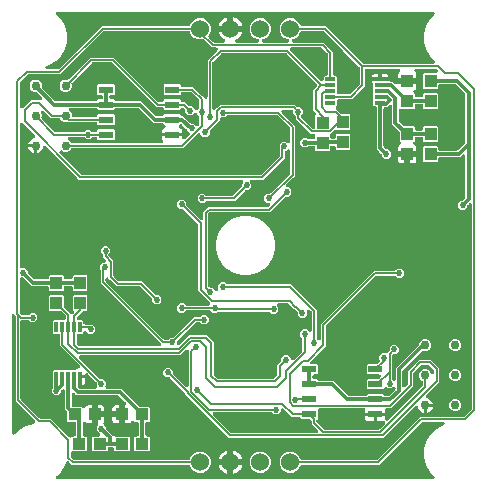
<source format=gbr>
G04 EAGLE Gerber RS-274X export*
G75*
%MOMM*%
%FSLAX34Y34*%
%LPD*%
%INBottom Copper*%
%IPPOS*%
%AMOC8*
5,1,8,0,0,1.08239X$1,22.5*%
G01*
%ADD10C,1.530000*%
%ADD11C,0.762000*%
%ADD12R,1.100000X1.000000*%
%ADD13R,1.000000X1.100000*%
%ADD14R,0.305000X0.889000*%
%ADD15R,0.889000X0.305000*%
%ADD16R,1.200000X0.600000*%
%ADD17C,0.525000*%
%ADD18C,0.457200*%
%ADD19C,0.152400*%
%ADD20C,0.304800*%

G36*
X358807Y2044D02*
X358807Y2044D01*
X358907Y2046D01*
X358979Y2064D01*
X359053Y2073D01*
X359148Y2106D01*
X359245Y2131D01*
X359311Y2165D01*
X359381Y2190D01*
X359466Y2245D01*
X359555Y2291D01*
X359612Y2339D01*
X359674Y2379D01*
X359744Y2451D01*
X359821Y2516D01*
X359865Y2576D01*
X359916Y2630D01*
X359968Y2716D01*
X360028Y2797D01*
X360057Y2865D01*
X360095Y2929D01*
X360126Y3025D01*
X360166Y3117D01*
X360179Y3190D01*
X360202Y3261D01*
X360210Y3361D01*
X360227Y3460D01*
X360224Y3534D01*
X360230Y3608D01*
X360215Y3708D01*
X360209Y3808D01*
X360189Y3879D01*
X360178Y3953D01*
X360141Y4046D01*
X360113Y4143D01*
X360077Y4208D01*
X360049Y4277D01*
X359992Y4359D01*
X359943Y4447D01*
X359878Y4523D01*
X359850Y4563D01*
X359824Y4587D01*
X359784Y4633D01*
X355866Y8551D01*
X352554Y14288D01*
X350839Y20688D01*
X350839Y27312D01*
X352554Y33712D01*
X355866Y39449D01*
X360551Y44134D01*
X366288Y47446D01*
X367507Y47773D01*
X367646Y47828D01*
X367787Y47878D01*
X367808Y47892D01*
X367831Y47901D01*
X367954Y47986D01*
X368080Y48067D01*
X368097Y48085D01*
X368118Y48099D01*
X368218Y48210D01*
X368322Y48318D01*
X368335Y48339D01*
X368352Y48358D01*
X368424Y48488D01*
X368501Y48617D01*
X368509Y48641D01*
X368521Y48662D01*
X368562Y48807D01*
X368607Y48949D01*
X368609Y48974D01*
X368616Y48998D01*
X368623Y49147D01*
X368635Y49296D01*
X368632Y49321D01*
X368633Y49346D01*
X368606Y49493D01*
X368584Y49641D01*
X368574Y49664D01*
X368570Y49688D01*
X368510Y49826D01*
X368455Y49965D01*
X368441Y49985D01*
X368431Y50008D01*
X368341Y50128D01*
X368256Y50251D01*
X368238Y50267D01*
X368223Y50288D01*
X368108Y50384D01*
X367997Y50484D01*
X367975Y50496D01*
X367956Y50512D01*
X367823Y50580D01*
X367692Y50653D01*
X367668Y50660D01*
X367646Y50671D01*
X367501Y50707D01*
X367357Y50748D01*
X367327Y50750D01*
X367308Y50755D01*
X367260Y50755D01*
X367113Y50767D01*
X350273Y50767D01*
X350147Y50753D01*
X350021Y50746D01*
X349975Y50733D01*
X349927Y50727D01*
X349808Y50685D01*
X349686Y50650D01*
X349644Y50626D01*
X349599Y50610D01*
X349492Y50541D01*
X349382Y50480D01*
X349336Y50440D01*
X349306Y50421D01*
X349272Y50386D01*
X349196Y50321D01*
X313342Y14467D01*
X247932Y14467D01*
X247856Y14459D01*
X247779Y14460D01*
X247683Y14439D01*
X247585Y14427D01*
X247513Y14402D01*
X247439Y14385D01*
X247350Y14343D01*
X247257Y14310D01*
X247193Y14268D01*
X247124Y14236D01*
X247047Y14174D01*
X246964Y14121D01*
X246911Y14066D01*
X246852Y14018D01*
X246791Y13941D01*
X246722Y13870D01*
X246683Y13805D01*
X246636Y13745D01*
X246568Y13612D01*
X246543Y13571D01*
X246538Y13553D01*
X246524Y13527D01*
X245663Y11447D01*
X243153Y8937D01*
X239874Y7579D01*
X236326Y7579D01*
X233047Y8937D01*
X230537Y11447D01*
X229179Y14726D01*
X229179Y18274D01*
X230537Y21553D01*
X233047Y24063D01*
X236326Y25421D01*
X239874Y25421D01*
X243153Y24063D01*
X245663Y21553D01*
X246524Y19473D01*
X246561Y19406D01*
X246590Y19335D01*
X246646Y19254D01*
X246694Y19168D01*
X246745Y19112D01*
X246789Y19049D01*
X246862Y18983D01*
X246928Y18910D01*
X246991Y18867D01*
X247047Y18816D01*
X247133Y18768D01*
X247214Y18712D01*
X247285Y18684D01*
X247352Y18647D01*
X247447Y18620D01*
X247539Y18584D01*
X247614Y18573D01*
X247688Y18552D01*
X247837Y18540D01*
X247883Y18533D01*
X247902Y18535D01*
X247932Y18533D01*
X311027Y18533D01*
X311153Y18547D01*
X311279Y18554D01*
X311325Y18567D01*
X311373Y18573D01*
X311492Y18615D01*
X311614Y18650D01*
X311656Y18674D01*
X311701Y18690D01*
X311808Y18759D01*
X311918Y18820D01*
X311964Y18860D01*
X311994Y18879D01*
X312028Y18914D01*
X312104Y18979D01*
X347958Y54833D01*
X384727Y54833D01*
X384853Y54847D01*
X384979Y54854D01*
X385025Y54867D01*
X385073Y54873D01*
X385192Y54915D01*
X385314Y54950D01*
X385356Y54974D01*
X385401Y54990D01*
X385508Y55059D01*
X385618Y55120D01*
X385664Y55160D01*
X385694Y55179D01*
X385728Y55214D01*
X385804Y55279D01*
X391377Y60852D01*
X391456Y60951D01*
X391540Y61045D01*
X391564Y61087D01*
X391594Y61125D01*
X391648Y61239D01*
X391709Y61350D01*
X391722Y61396D01*
X391743Y61440D01*
X391769Y61563D01*
X391804Y61685D01*
X391809Y61746D01*
X391816Y61781D01*
X391815Y61829D01*
X391823Y61929D01*
X391823Y234193D01*
X391812Y234293D01*
X391810Y234394D01*
X391792Y234466D01*
X391783Y234540D01*
X391750Y234634D01*
X391725Y234732D01*
X391691Y234798D01*
X391666Y234868D01*
X391611Y234952D01*
X391565Y235041D01*
X391517Y235098D01*
X391477Y235161D01*
X391405Y235230D01*
X391340Y235307D01*
X391280Y235351D01*
X391226Y235403D01*
X391140Y235454D01*
X391059Y235514D01*
X390991Y235543D01*
X390927Y235582D01*
X390832Y235612D01*
X390739Y235652D01*
X390666Y235665D01*
X390595Y235688D01*
X390495Y235696D01*
X390396Y235714D01*
X390322Y235710D01*
X390248Y235716D01*
X390148Y235701D01*
X390048Y235696D01*
X389977Y235675D01*
X389903Y235664D01*
X389810Y235627D01*
X389713Y235599D01*
X389648Y235563D01*
X389579Y235535D01*
X389497Y235478D01*
X389409Y235429D01*
X389333Y235364D01*
X389293Y235336D01*
X389269Y235310D01*
X389223Y235271D01*
X388342Y234390D01*
X388263Y234290D01*
X388179Y234197D01*
X388155Y234154D01*
X388125Y234116D01*
X388071Y234002D01*
X388010Y233892D01*
X387997Y233845D01*
X387976Y233801D01*
X387950Y233678D01*
X387915Y233556D01*
X387910Y233496D01*
X387903Y233461D01*
X387904Y233412D01*
X387896Y233312D01*
X387896Y232386D01*
X385614Y230104D01*
X382386Y230104D01*
X380104Y232386D01*
X380104Y235614D01*
X382386Y237896D01*
X383312Y237896D01*
X383438Y237910D01*
X383564Y237917D01*
X383611Y237930D01*
X383659Y237936D01*
X383778Y237978D01*
X383899Y238013D01*
X383941Y238037D01*
X383987Y238053D01*
X384093Y238122D01*
X384203Y238183D01*
X384250Y238223D01*
X384280Y238242D01*
X384313Y238277D01*
X384390Y238342D01*
X385759Y239711D01*
X385838Y239810D01*
X385922Y239904D01*
X385946Y239947D01*
X385976Y239984D01*
X386030Y240099D01*
X386091Y240209D01*
X386104Y240256D01*
X386125Y240300D01*
X386151Y240423D01*
X386186Y240545D01*
X386191Y240606D01*
X386198Y240640D01*
X386197Y240688D01*
X386205Y240789D01*
X386205Y275575D01*
X386194Y275675D01*
X386192Y275776D01*
X386174Y275848D01*
X386165Y275922D01*
X386132Y276016D01*
X386107Y276114D01*
X386073Y276180D01*
X386048Y276250D01*
X385993Y276334D01*
X385947Y276423D01*
X385899Y276480D01*
X385859Y276543D01*
X385787Y276613D01*
X385722Y276689D01*
X385662Y276733D01*
X385608Y276785D01*
X385522Y276836D01*
X385441Y276896D01*
X385373Y276925D01*
X385309Y276964D01*
X385213Y276994D01*
X385121Y277034D01*
X385048Y277047D01*
X384977Y277070D01*
X384877Y277078D01*
X384778Y277096D01*
X384704Y277092D01*
X384630Y277098D01*
X384530Y277083D01*
X384430Y277078D01*
X384359Y277057D01*
X384285Y277046D01*
X384192Y277009D01*
X384095Y276981D01*
X384030Y276945D01*
X383961Y276917D01*
X383879Y276860D01*
X383791Y276811D01*
X383715Y276746D01*
X383675Y276718D01*
X383651Y276692D01*
X383605Y276653D01*
X381658Y274705D01*
X364794Y274705D01*
X364768Y274702D01*
X364742Y274704D01*
X364595Y274682D01*
X364448Y274665D01*
X364423Y274657D01*
X364397Y274653D01*
X364259Y274598D01*
X364120Y274548D01*
X364098Y274534D01*
X364073Y274524D01*
X363952Y274439D01*
X363827Y274359D01*
X363809Y274340D01*
X363787Y274325D01*
X363688Y274215D01*
X363585Y274108D01*
X363571Y274086D01*
X363554Y274066D01*
X363482Y273936D01*
X363406Y273809D01*
X363398Y273784D01*
X363385Y273761D01*
X363345Y273618D01*
X363300Y273477D01*
X363298Y273451D01*
X363290Y273426D01*
X363271Y273182D01*
X363271Y271474D01*
X362526Y270729D01*
X351474Y270729D01*
X350729Y271474D01*
X350729Y283526D01*
X351474Y284271D01*
X362526Y284271D01*
X363271Y283526D01*
X363271Y281818D01*
X363274Y281792D01*
X363272Y281766D01*
X363294Y281619D01*
X363311Y281472D01*
X363319Y281447D01*
X363323Y281421D01*
X363378Y281283D01*
X363428Y281144D01*
X363442Y281122D01*
X363452Y281097D01*
X363537Y280976D01*
X363617Y280851D01*
X363636Y280833D01*
X363651Y280811D01*
X363761Y280712D01*
X363868Y280609D01*
X363890Y280595D01*
X363910Y280578D01*
X364040Y280506D01*
X364167Y280430D01*
X364192Y280422D01*
X364215Y280409D01*
X364358Y280369D01*
X364499Y280324D01*
X364525Y280322D01*
X364550Y280314D01*
X364794Y280295D01*
X378711Y280295D01*
X378837Y280309D01*
X378963Y280316D01*
X379010Y280329D01*
X379058Y280335D01*
X379177Y280377D01*
X379298Y280412D01*
X379340Y280436D01*
X379386Y280452D01*
X379492Y280521D01*
X379602Y280582D01*
X379649Y280622D01*
X379679Y280641D01*
X379712Y280676D01*
X379789Y280741D01*
X385759Y286711D01*
X385838Y286810D01*
X385922Y286904D01*
X385946Y286947D01*
X385976Y286984D01*
X386030Y287099D01*
X386091Y287209D01*
X386104Y287256D01*
X386125Y287300D01*
X386151Y287423D01*
X386186Y287545D01*
X386191Y287606D01*
X386198Y287640D01*
X386197Y287688D01*
X386205Y287789D01*
X386205Y327711D01*
X386191Y327837D01*
X386184Y327963D01*
X386171Y328010D01*
X386165Y328058D01*
X386123Y328177D01*
X386088Y328298D01*
X386064Y328340D01*
X386048Y328386D01*
X385979Y328492D01*
X385918Y328602D01*
X385878Y328649D01*
X385859Y328679D01*
X385824Y328712D01*
X385759Y328789D01*
X378289Y336259D01*
X378190Y336338D01*
X378096Y336422D01*
X378053Y336446D01*
X378016Y336476D01*
X377901Y336530D01*
X377791Y336591D01*
X377744Y336604D01*
X377700Y336625D01*
X377577Y336651D01*
X377455Y336686D01*
X377394Y336691D01*
X377360Y336698D01*
X377312Y336697D01*
X377211Y336705D01*
X364794Y336705D01*
X364768Y336702D01*
X364742Y336704D01*
X364595Y336682D01*
X364448Y336665D01*
X364423Y336657D01*
X364397Y336653D01*
X364259Y336598D01*
X364120Y336548D01*
X364098Y336534D01*
X364073Y336524D01*
X363952Y336439D01*
X363827Y336359D01*
X363809Y336340D01*
X363787Y336325D01*
X363688Y336215D01*
X363585Y336108D01*
X363571Y336086D01*
X363554Y336066D01*
X363482Y335936D01*
X363406Y335809D01*
X363398Y335784D01*
X363385Y335761D01*
X363345Y335618D01*
X363300Y335477D01*
X363298Y335451D01*
X363290Y335426D01*
X363271Y335182D01*
X363271Y333474D01*
X362526Y332729D01*
X351474Y332729D01*
X350729Y333474D01*
X350729Y345526D01*
X351474Y346271D01*
X361677Y346271D01*
X361777Y346282D01*
X361877Y346284D01*
X361949Y346302D01*
X362023Y346311D01*
X362118Y346344D01*
X362215Y346369D01*
X362281Y346403D01*
X362351Y346428D01*
X362436Y346483D01*
X362525Y346529D01*
X362582Y346577D01*
X362644Y346617D01*
X362714Y346689D01*
X362791Y346754D01*
X362835Y346814D01*
X362886Y346868D01*
X362938Y346954D01*
X362998Y347035D01*
X363027Y347103D01*
X363065Y347167D01*
X363096Y347262D01*
X363136Y347355D01*
X363149Y347428D01*
X363171Y347499D01*
X363180Y347599D01*
X363197Y347698D01*
X363193Y347772D01*
X363199Y347846D01*
X363185Y347945D01*
X363179Y348046D01*
X363159Y348117D01*
X363148Y348191D01*
X363111Y348284D01*
X363083Y348381D01*
X363047Y348446D01*
X363019Y348515D01*
X362962Y348597D01*
X362913Y348685D01*
X362848Y348761D01*
X362820Y348801D01*
X362807Y348813D01*
X362804Y348817D01*
X362788Y348832D01*
X362754Y348871D01*
X362304Y349321D01*
X362205Y349400D01*
X362111Y349484D01*
X362069Y349508D01*
X362031Y349538D01*
X361917Y349592D01*
X361806Y349653D01*
X361760Y349666D01*
X361716Y349687D01*
X361592Y349713D01*
X361471Y349748D01*
X361410Y349753D01*
X361375Y349760D01*
X361327Y349759D01*
X361227Y349767D01*
X344503Y349767D01*
X344404Y349756D01*
X344303Y349754D01*
X344231Y349736D01*
X344157Y349727D01*
X344062Y349694D01*
X343965Y349669D01*
X343899Y349635D01*
X343829Y349610D01*
X343745Y349555D01*
X343655Y349509D01*
X343599Y349461D01*
X343536Y349421D01*
X343466Y349349D01*
X343390Y349284D01*
X343346Y349224D01*
X343294Y349170D01*
X343242Y349084D01*
X343183Y349003D01*
X343153Y348935D01*
X343115Y348871D01*
X343085Y348776D01*
X343045Y348683D01*
X343032Y348610D01*
X343009Y348539D01*
X343001Y348439D01*
X342983Y348340D01*
X342987Y348266D01*
X342981Y348192D01*
X342996Y348093D01*
X343001Y347992D01*
X343022Y347921D01*
X343033Y347847D01*
X343070Y347754D01*
X343098Y347657D01*
X343134Y347592D01*
X343161Y347523D01*
X343219Y347441D01*
X343268Y347353D01*
X343333Y347277D01*
X343360Y347237D01*
X343387Y347213D01*
X343426Y347167D01*
X344033Y346560D01*
X344368Y345981D01*
X344541Y345335D01*
X344541Y341999D01*
X337976Y341999D01*
X337950Y341996D01*
X337924Y341998D01*
X337777Y341976D01*
X337630Y341959D01*
X337605Y341951D01*
X337579Y341947D01*
X337442Y341892D01*
X337302Y341842D01*
X337280Y341828D01*
X337255Y341818D01*
X337134Y341733D01*
X337009Y341653D01*
X336997Y341640D01*
X336950Y341685D01*
X336927Y341699D01*
X336908Y341716D01*
X336778Y341788D01*
X336651Y341864D01*
X336626Y341872D01*
X336603Y341885D01*
X336460Y341925D01*
X336319Y341970D01*
X336293Y341972D01*
X336268Y341980D01*
X336024Y341999D01*
X329459Y341999D01*
X329459Y345335D01*
X329632Y345981D01*
X329967Y346560D01*
X330574Y347167D01*
X330636Y347245D01*
X330706Y347318D01*
X330744Y347382D01*
X330790Y347440D01*
X330833Y347531D01*
X330885Y347617D01*
X330907Y347688D01*
X330939Y347755D01*
X330960Y347853D01*
X330991Y347949D01*
X330997Y348023D01*
X331013Y348096D01*
X331011Y348196D01*
X331019Y348296D01*
X331008Y348370D01*
X331007Y348444D01*
X330982Y348541D01*
X330967Y348641D01*
X330940Y348710D01*
X330922Y348782D01*
X330876Y348871D01*
X330839Y348965D01*
X330796Y349026D01*
X330762Y349092D01*
X330697Y349169D01*
X330640Y349251D01*
X330585Y349301D01*
X330536Y349357D01*
X330455Y349417D01*
X330381Y349484D01*
X330316Y349520D01*
X330256Y349565D01*
X330164Y349604D01*
X330076Y349653D01*
X330004Y349673D01*
X329936Y349703D01*
X329837Y349720D01*
X329740Y349748D01*
X329640Y349756D01*
X329593Y349764D01*
X329557Y349762D01*
X329497Y349767D01*
X302456Y349767D01*
X302430Y349764D01*
X302404Y349766D01*
X302257Y349744D01*
X302110Y349727D01*
X302085Y349719D01*
X302059Y349715D01*
X301921Y349660D01*
X301782Y349610D01*
X301760Y349596D01*
X301735Y349586D01*
X301614Y349501D01*
X301489Y349421D01*
X301471Y349402D01*
X301449Y349387D01*
X301350Y349277D01*
X301247Y349170D01*
X301233Y349148D01*
X301216Y349128D01*
X301144Y348998D01*
X301068Y348871D01*
X301060Y348846D01*
X301047Y348823D01*
X301007Y348680D01*
X300962Y348539D01*
X300960Y348513D01*
X300952Y348488D01*
X300933Y348244D01*
X300933Y334858D01*
X299296Y333221D01*
X291679Y325604D01*
X290042Y323967D01*
X279184Y323967D01*
X279158Y323964D01*
X279132Y323966D01*
X278985Y323944D01*
X278838Y323927D01*
X278813Y323919D01*
X278787Y323915D01*
X278649Y323860D01*
X278510Y323810D01*
X278488Y323796D01*
X278463Y323786D01*
X278342Y323701D01*
X278217Y323621D01*
X278199Y323602D01*
X278177Y323587D01*
X278078Y323477D01*
X277975Y323370D01*
X277961Y323348D01*
X277944Y323328D01*
X277872Y323198D01*
X277796Y323071D01*
X277788Y323046D01*
X277775Y323023D01*
X277735Y322880D01*
X277690Y322739D01*
X277688Y322713D01*
X277680Y322688D01*
X277661Y322444D01*
X277661Y318949D01*
X276745Y318033D01*
X276683Y317954D01*
X276613Y317882D01*
X276575Y317818D01*
X276529Y317760D01*
X276486Y317669D01*
X276434Y317583D01*
X276411Y317512D01*
X276380Y317445D01*
X276359Y317347D01*
X276328Y317251D01*
X276322Y317177D01*
X276306Y317104D01*
X276308Y317004D01*
X276300Y316904D01*
X276311Y316830D01*
X276312Y316756D01*
X276337Y316659D01*
X276352Y316559D01*
X276379Y316490D01*
X276397Y316418D01*
X276443Y316329D01*
X276480Y316235D01*
X276523Y316174D01*
X276557Y316108D01*
X276622Y316032D01*
X276679Y315949D01*
X276734Y315899D01*
X276783Y315843D01*
X276863Y315783D01*
X276938Y315716D01*
X276985Y315690D01*
X281158Y311517D01*
X281257Y311438D01*
X281351Y311354D01*
X281393Y311330D01*
X281431Y311300D01*
X281545Y311246D01*
X281656Y311185D01*
X281702Y311172D01*
X281746Y311151D01*
X281869Y311125D01*
X281991Y311090D01*
X282052Y311085D01*
X282087Y311078D01*
X282135Y311079D01*
X282235Y311071D01*
X288126Y311071D01*
X288871Y310326D01*
X288871Y298274D01*
X288126Y297529D01*
X277057Y297529D01*
X276996Y297575D01*
X276880Y297667D01*
X276856Y297678D01*
X276835Y297694D01*
X276699Y297752D01*
X276565Y297816D01*
X276539Y297821D01*
X276515Y297832D01*
X276369Y297858D01*
X276224Y297889D01*
X276198Y297889D01*
X276172Y297893D01*
X276023Y297886D01*
X275875Y297883D01*
X275850Y297877D01*
X275824Y297875D01*
X275681Y297834D01*
X275537Y297798D01*
X275514Y297786D01*
X275489Y297779D01*
X275359Y297706D01*
X275228Y297638D01*
X275208Y297621D01*
X275185Y297609D01*
X274999Y297450D01*
X272117Y294568D01*
X272038Y294469D01*
X271954Y294376D01*
X271930Y294333D01*
X271900Y294295D01*
X271846Y294181D01*
X271785Y294071D01*
X271772Y294024D01*
X271751Y293980D01*
X271725Y293857D01*
X271690Y293735D01*
X271685Y293674D01*
X271678Y293640D01*
X271679Y293592D01*
X271671Y293491D01*
X271671Y291618D01*
X271674Y291592D01*
X271672Y291566D01*
X271694Y291419D01*
X271711Y291272D01*
X271719Y291247D01*
X271723Y291221D01*
X271778Y291083D01*
X271828Y290944D01*
X271842Y290922D01*
X271852Y290897D01*
X271937Y290776D01*
X272017Y290651D01*
X272036Y290633D01*
X272051Y290611D01*
X272161Y290512D01*
X272268Y290409D01*
X272290Y290395D01*
X272310Y290378D01*
X272440Y290306D01*
X272567Y290230D01*
X272592Y290222D01*
X272615Y290209D01*
X272758Y290169D01*
X272899Y290124D01*
X272925Y290122D01*
X272950Y290114D01*
X273194Y290095D01*
X274806Y290095D01*
X274832Y290098D01*
X274858Y290096D01*
X275005Y290118D01*
X275152Y290135D01*
X275177Y290143D01*
X275203Y290147D01*
X275341Y290202D01*
X275480Y290252D01*
X275502Y290266D01*
X275527Y290276D01*
X275648Y290361D01*
X275773Y290441D01*
X275791Y290460D01*
X275813Y290475D01*
X275912Y290585D01*
X276015Y290692D01*
X276029Y290714D01*
X276046Y290734D01*
X276118Y290864D01*
X276194Y290991D01*
X276202Y291016D01*
X276215Y291039D01*
X276255Y291182D01*
X276300Y291323D01*
X276302Y291349D01*
X276310Y291374D01*
X276329Y291618D01*
X276329Y293326D01*
X277074Y294071D01*
X288126Y294071D01*
X288871Y293326D01*
X288871Y281274D01*
X288126Y280529D01*
X277074Y280529D01*
X276329Y281274D01*
X276329Y282982D01*
X276326Y283008D01*
X276328Y283034D01*
X276306Y283181D01*
X276289Y283328D01*
X276281Y283353D01*
X276277Y283379D01*
X276222Y283517D01*
X276172Y283656D01*
X276158Y283678D01*
X276148Y283703D01*
X276063Y283824D01*
X275983Y283949D01*
X275964Y283967D01*
X275949Y283989D01*
X275839Y284088D01*
X275732Y284191D01*
X275710Y284205D01*
X275690Y284222D01*
X275560Y284294D01*
X275433Y284370D01*
X275408Y284378D01*
X275385Y284391D01*
X275242Y284431D01*
X275101Y284476D01*
X275075Y284478D01*
X275050Y284486D01*
X274806Y284505D01*
X273194Y284505D01*
X273168Y284502D01*
X273142Y284504D01*
X272995Y284482D01*
X272848Y284465D01*
X272823Y284457D01*
X272797Y284453D01*
X272659Y284398D01*
X272520Y284348D01*
X272498Y284334D01*
X272473Y284324D01*
X272352Y284239D01*
X272227Y284159D01*
X272209Y284140D01*
X272187Y284125D01*
X272088Y284015D01*
X271985Y283908D01*
X271971Y283886D01*
X271954Y283866D01*
X271882Y283736D01*
X271806Y283609D01*
X271798Y283584D01*
X271785Y283561D01*
X271745Y283418D01*
X271700Y283277D01*
X271698Y283251D01*
X271690Y283226D01*
X271671Y282982D01*
X271671Y281074D01*
X270926Y280329D01*
X259874Y280329D01*
X259129Y281074D01*
X259129Y282782D01*
X259126Y282808D01*
X259128Y282834D01*
X259106Y282981D01*
X259089Y283128D01*
X259081Y283153D01*
X259077Y283179D01*
X259022Y283317D01*
X258972Y283456D01*
X258958Y283478D01*
X258948Y283503D01*
X258863Y283624D01*
X258783Y283749D01*
X258764Y283767D01*
X258749Y283789D01*
X258639Y283888D01*
X258532Y283991D01*
X258510Y284005D01*
X258490Y284022D01*
X258360Y284094D01*
X258233Y284170D01*
X258208Y284178D01*
X258185Y284191D01*
X258042Y284231D01*
X257901Y284276D01*
X257875Y284278D01*
X257850Y284286D01*
X257606Y284305D01*
X253904Y284305D01*
X253778Y284291D01*
X253652Y284284D01*
X253605Y284271D01*
X253557Y284265D01*
X253438Y284223D01*
X253317Y284188D01*
X253275Y284164D01*
X253229Y284148D01*
X253123Y284079D01*
X253013Y284018D01*
X252967Y283978D01*
X252937Y283959D01*
X252903Y283924D01*
X252827Y283859D01*
X252033Y283065D01*
X248805Y283065D01*
X246523Y285347D01*
X246523Y288575D01*
X248805Y290857D01*
X252033Y290857D01*
X252549Y290341D01*
X252648Y290262D01*
X252741Y290178D01*
X252784Y290154D01*
X252822Y290124D01*
X252936Y290070D01*
X253046Y290009D01*
X253093Y289996D01*
X253137Y289975D01*
X253260Y289949D01*
X253382Y289914D01*
X253443Y289909D01*
X253477Y289902D01*
X253525Y289903D01*
X253626Y289895D01*
X257606Y289895D01*
X257632Y289898D01*
X257658Y289896D01*
X257805Y289918D01*
X257952Y289935D01*
X257977Y289943D01*
X258003Y289947D01*
X258141Y290002D01*
X258280Y290052D01*
X258302Y290066D01*
X258327Y290076D01*
X258448Y290161D01*
X258573Y290241D01*
X258591Y290260D01*
X258613Y290275D01*
X258712Y290385D01*
X258815Y290492D01*
X258829Y290514D01*
X258846Y290534D01*
X258918Y290664D01*
X258994Y290791D01*
X259002Y290816D01*
X259015Y290839D01*
X259055Y290982D01*
X259100Y291123D01*
X259102Y291149D01*
X259110Y291174D01*
X259129Y291418D01*
X259129Y293144D01*
X259126Y293170D01*
X259128Y293196D01*
X259106Y293343D01*
X259089Y293490D01*
X259081Y293515D01*
X259077Y293541D01*
X259022Y293679D01*
X258972Y293818D01*
X258958Y293840D01*
X258948Y293865D01*
X258863Y293986D01*
X258783Y294111D01*
X258764Y294129D01*
X258749Y294151D01*
X258639Y294250D01*
X258532Y294353D01*
X258510Y294367D01*
X258490Y294384D01*
X258360Y294456D01*
X258233Y294532D01*
X258208Y294540D01*
X258185Y294553D01*
X258042Y294593D01*
X257901Y294638D01*
X257875Y294640D01*
X257850Y294648D01*
X257606Y294667D01*
X255258Y294667D01*
X242567Y307358D01*
X242567Y309092D01*
X242553Y309218D01*
X242546Y309344D01*
X242533Y309391D01*
X242527Y309439D01*
X242485Y309558D01*
X242450Y309679D01*
X242426Y309721D01*
X242410Y309767D01*
X242341Y309873D01*
X242280Y309983D01*
X242240Y310029D01*
X242221Y310059D01*
X242186Y310093D01*
X242121Y310169D01*
X240704Y311586D01*
X240704Y313444D01*
X240701Y313470D01*
X240703Y313496D01*
X240681Y313643D01*
X240664Y313790D01*
X240656Y313815D01*
X240652Y313841D01*
X240597Y313979D01*
X240547Y314118D01*
X240533Y314140D01*
X240523Y314165D01*
X240438Y314286D01*
X240358Y314411D01*
X240339Y314429D01*
X240324Y314451D01*
X240214Y314550D01*
X240107Y314653D01*
X240085Y314667D01*
X240065Y314684D01*
X239935Y314756D01*
X239808Y314832D01*
X239783Y314840D01*
X239760Y314853D01*
X239617Y314893D01*
X239476Y314938D01*
X239450Y314940D01*
X239425Y314948D01*
X239181Y314967D01*
X231928Y314967D01*
X231828Y314956D01*
X231728Y314954D01*
X231656Y314936D01*
X231582Y314927D01*
X231487Y314894D01*
X231390Y314869D01*
X231324Y314835D01*
X231254Y314810D01*
X231169Y314755D01*
X231080Y314709D01*
X231023Y314661D01*
X230961Y314621D01*
X230891Y314549D01*
X230815Y314484D01*
X230770Y314424D01*
X230719Y314370D01*
X230667Y314284D01*
X230607Y314203D01*
X230578Y314135D01*
X230540Y314071D01*
X230509Y313975D01*
X230469Y313883D01*
X230456Y313810D01*
X230434Y313739D01*
X230425Y313639D01*
X230408Y313540D01*
X230412Y313466D01*
X230406Y313392D01*
X230420Y313292D01*
X230426Y313192D01*
X230446Y313121D01*
X230457Y313047D01*
X230494Y312954D01*
X230522Y312857D01*
X230558Y312792D01*
X230586Y312723D01*
X230643Y312641D01*
X230692Y312553D01*
X230757Y312477D01*
X230785Y312437D01*
X230811Y312413D01*
X230851Y312367D01*
X240396Y302822D01*
X242033Y301185D01*
X242033Y259158D01*
X240396Y257521D01*
X234571Y251696D01*
X234508Y251618D01*
X234439Y251545D01*
X234400Y251481D01*
X234354Y251423D01*
X234311Y251332D01*
X234260Y251246D01*
X234237Y251175D01*
X234205Y251108D01*
X234184Y251010D01*
X234154Y250914D01*
X234148Y250840D01*
X234132Y250767D01*
X234134Y250667D01*
X234126Y250567D01*
X234137Y250493D01*
X234138Y250419D01*
X234162Y250322D01*
X234177Y250222D01*
X234205Y250153D01*
X234223Y250081D01*
X234269Y249991D01*
X234306Y249898D01*
X234348Y249837D01*
X234382Y249771D01*
X234448Y249694D01*
X234505Y249612D01*
X234560Y249562D01*
X234608Y249506D01*
X234689Y249446D01*
X234764Y249379D01*
X234829Y249343D01*
X234889Y249298D01*
X234981Y249259D01*
X235069Y249210D01*
X235140Y249190D01*
X235209Y249160D01*
X235307Y249143D01*
X235404Y249115D01*
X235504Y249107D01*
X235552Y249099D01*
X235587Y249101D01*
X235648Y249096D01*
X236514Y249096D01*
X238796Y246814D01*
X238796Y243586D01*
X236514Y241304D01*
X234510Y241304D01*
X234384Y241290D01*
X234258Y241283D01*
X234212Y241270D01*
X234164Y241264D01*
X234045Y241222D01*
X233923Y241187D01*
X233881Y241163D01*
X233836Y241147D01*
X233729Y241078D01*
X233619Y241017D01*
X233573Y240977D01*
X233543Y240958D01*
X233509Y240923D01*
X233433Y240858D01*
X220842Y228267D01*
X170373Y228267D01*
X170247Y228253D01*
X170121Y228246D01*
X170075Y228233D01*
X170027Y228227D01*
X169908Y228185D01*
X169786Y228150D01*
X169744Y228126D01*
X169699Y228110D01*
X169592Y228041D01*
X169482Y227980D01*
X169436Y227940D01*
X169406Y227921D01*
X169372Y227886D01*
X169296Y227821D01*
X168979Y227504D01*
X168900Y227405D01*
X168816Y227311D01*
X168792Y227269D01*
X168762Y227231D01*
X168708Y227117D01*
X168647Y227006D01*
X168634Y226960D01*
X168613Y226916D01*
X168587Y226793D01*
X168552Y226671D01*
X168547Y226610D01*
X168540Y226575D01*
X168541Y226527D01*
X168533Y226427D01*
X168533Y165912D01*
X168536Y165886D01*
X168534Y165860D01*
X168556Y165713D01*
X168573Y165566D01*
X168581Y165541D01*
X168585Y165515D01*
X168640Y165377D01*
X168690Y165238D01*
X168704Y165216D01*
X168714Y165191D01*
X168799Y165070D01*
X168879Y164945D01*
X168898Y164927D01*
X168913Y164905D01*
X169023Y164806D01*
X169130Y164703D01*
X169152Y164689D01*
X169172Y164672D01*
X169302Y164600D01*
X169429Y164524D01*
X169454Y164516D01*
X169477Y164503D01*
X169620Y164463D01*
X169761Y164418D01*
X169787Y164416D01*
X169812Y164408D01*
X170056Y164389D01*
X172007Y164389D01*
X174504Y161891D01*
X174582Y161829D01*
X174655Y161759D01*
X174719Y161721D01*
X174777Y161675D01*
X174868Y161632D01*
X174954Y161580D01*
X175025Y161558D01*
X175092Y161526D01*
X175190Y161505D01*
X175286Y161474D01*
X175360Y161468D01*
X175433Y161453D01*
X175533Y161454D01*
X175633Y161446D01*
X175707Y161457D01*
X175781Y161459D01*
X175878Y161483D01*
X175978Y161498D01*
X176047Y161525D01*
X176119Y161544D01*
X176208Y161590D01*
X176302Y161627D01*
X176363Y161669D01*
X176429Y161703D01*
X176505Y161768D01*
X176588Y161826D01*
X176638Y161881D01*
X176694Y161929D01*
X176754Y162010D01*
X176821Y162084D01*
X176857Y162149D01*
X176902Y162209D01*
X176941Y162302D01*
X176990Y162389D01*
X177010Y162461D01*
X177040Y162529D01*
X177057Y162628D01*
X177085Y162725D01*
X177093Y162825D01*
X177101Y162872D01*
X177099Y162908D01*
X177104Y162969D01*
X177104Y166614D01*
X179386Y168896D01*
X182614Y168896D01*
X184031Y167479D01*
X184130Y167400D01*
X184223Y167316D01*
X184266Y167292D01*
X184304Y167262D01*
X184418Y167208D01*
X184528Y167147D01*
X184575Y167134D01*
X184619Y167113D01*
X184742Y167087D01*
X184864Y167052D01*
X184925Y167047D01*
X184959Y167040D01*
X185007Y167041D01*
X185108Y167033D01*
X238842Y167033D01*
X260333Y145542D01*
X260333Y121708D01*
X260347Y121582D01*
X260354Y121456D01*
X260367Y121409D01*
X260373Y121361D01*
X260415Y121242D01*
X260450Y121121D01*
X260474Y121079D01*
X260490Y121033D01*
X260559Y120927D01*
X260620Y120817D01*
X260660Y120771D01*
X260679Y120741D01*
X260714Y120707D01*
X260779Y120631D01*
X261367Y120043D01*
X261445Y119980D01*
X261518Y119910D01*
X261582Y119872D01*
X261640Y119826D01*
X261731Y119783D01*
X261817Y119731D01*
X261888Y119709D01*
X261955Y119677D01*
X262053Y119656D01*
X262149Y119625D01*
X262223Y119619D01*
X262296Y119604D01*
X262396Y119605D01*
X262496Y119597D01*
X262570Y119608D01*
X262644Y119610D01*
X262741Y119634D01*
X262841Y119649D01*
X262910Y119676D01*
X262982Y119695D01*
X263071Y119741D01*
X263165Y119778D01*
X263226Y119820D01*
X263292Y119854D01*
X263369Y119919D01*
X263451Y119977D01*
X263501Y120032D01*
X263557Y120080D01*
X263617Y120161D01*
X263684Y120235D01*
X263720Y120301D01*
X263765Y120360D01*
X263804Y120452D01*
X263853Y120540D01*
X263873Y120612D01*
X263903Y120680D01*
X263920Y120779D01*
X263948Y120876D01*
X263956Y120976D01*
X263964Y121023D01*
X263962Y121059D01*
X263967Y121120D01*
X263967Y133842D01*
X308658Y178533D01*
X326092Y178533D01*
X326218Y178547D01*
X326344Y178554D01*
X326391Y178567D01*
X326439Y178573D01*
X326558Y178615D01*
X326679Y178650D01*
X326721Y178674D01*
X326767Y178690D01*
X326873Y178759D01*
X326983Y178820D01*
X327030Y178860D01*
X327060Y178879D01*
X327093Y178914D01*
X327170Y178979D01*
X328586Y180396D01*
X331814Y180396D01*
X334096Y178114D01*
X334096Y174886D01*
X331814Y172604D01*
X328586Y172604D01*
X327170Y174021D01*
X327070Y174100D01*
X326977Y174184D01*
X326934Y174208D01*
X326896Y174238D01*
X326782Y174292D01*
X326672Y174353D01*
X326625Y174366D01*
X326581Y174387D01*
X326458Y174413D01*
X326336Y174448D01*
X326275Y174453D01*
X326241Y174460D01*
X326193Y174459D01*
X326092Y174467D01*
X310973Y174467D01*
X310847Y174453D01*
X310721Y174446D01*
X310675Y174433D01*
X310627Y174427D01*
X310508Y174385D01*
X310386Y174350D01*
X310344Y174326D01*
X310299Y174310D01*
X310192Y174241D01*
X310082Y174180D01*
X310036Y174140D01*
X310006Y174121D01*
X309972Y174086D01*
X309896Y174021D01*
X268479Y132604D01*
X268400Y132505D01*
X268316Y132411D01*
X268292Y132369D01*
X268262Y132331D01*
X268208Y132217D01*
X268147Y132106D01*
X268134Y132060D01*
X268113Y132016D01*
X268087Y131893D01*
X268063Y131809D01*
X268062Y131804D01*
X268062Y131803D01*
X268052Y131771D01*
X268047Y131710D01*
X268040Y131675D01*
X268041Y131627D01*
X268033Y131527D01*
X268033Y114672D01*
X255282Y101921D01*
X255219Y101843D01*
X255150Y101770D01*
X255111Y101706D01*
X255065Y101648D01*
X255022Y101557D01*
X254971Y101471D01*
X254948Y101400D01*
X254916Y101333D01*
X254895Y101235D01*
X254865Y101139D01*
X254859Y101065D01*
X254843Y100992D01*
X254845Y100892D01*
X254837Y100792D01*
X254848Y100718D01*
X254849Y100644D01*
X254873Y100547D01*
X254888Y100447D01*
X254916Y100378D01*
X254934Y100306D01*
X254980Y100216D01*
X255017Y100123D01*
X255059Y100062D01*
X255093Y99996D01*
X255159Y99919D01*
X255216Y99837D01*
X255271Y99787D01*
X255319Y99731D01*
X255400Y99671D01*
X255475Y99604D01*
X255540Y99568D01*
X255600Y99523D01*
X255692Y99484D01*
X255780Y99435D01*
X255851Y99415D01*
X255920Y99385D01*
X256018Y99368D01*
X256115Y99340D01*
X256215Y99332D01*
X256263Y99324D01*
X256298Y99326D01*
X256359Y99321D01*
X260526Y99321D01*
X261271Y98576D01*
X261271Y91524D01*
X260526Y90779D01*
X258318Y90779D01*
X258292Y90776D01*
X258266Y90778D01*
X258119Y90756D01*
X257972Y90739D01*
X257947Y90731D01*
X257921Y90727D01*
X257783Y90672D01*
X257644Y90622D01*
X257622Y90608D01*
X257597Y90598D01*
X257476Y90513D01*
X257351Y90433D01*
X257333Y90414D01*
X257311Y90399D01*
X257212Y90289D01*
X257109Y90182D01*
X257095Y90160D01*
X257078Y90140D01*
X257006Y90010D01*
X256930Y89883D01*
X256922Y89858D01*
X256909Y89835D01*
X256869Y89692D01*
X256824Y89551D01*
X256822Y89525D01*
X256814Y89500D01*
X256795Y89256D01*
X256795Y88144D01*
X256798Y88118D01*
X256796Y88092D01*
X256818Y87945D01*
X256835Y87798D01*
X256843Y87773D01*
X256847Y87747D01*
X256902Y87609D01*
X256952Y87470D01*
X256966Y87448D01*
X256976Y87423D01*
X257061Y87302D01*
X257141Y87177D01*
X257160Y87159D01*
X257175Y87137D01*
X257285Y87038D01*
X257392Y86935D01*
X257414Y86921D01*
X257434Y86904D01*
X257564Y86832D01*
X257691Y86756D01*
X257716Y86748D01*
X257739Y86735D01*
X257882Y86695D01*
X258023Y86650D01*
X258049Y86648D01*
X258074Y86640D01*
X258318Y86621D01*
X260526Y86621D01*
X261556Y85591D01*
X261655Y85512D01*
X261749Y85428D01*
X261791Y85404D01*
X261829Y85374D01*
X261943Y85320D01*
X262054Y85259D01*
X262101Y85246D01*
X262144Y85225D01*
X262268Y85199D01*
X262390Y85164D01*
X262450Y85159D01*
X262485Y85152D01*
X262533Y85153D01*
X262633Y85145D01*
X274808Y85145D01*
X287061Y72891D01*
X287160Y72812D01*
X287254Y72728D01*
X287297Y72704D01*
X287334Y72674D01*
X287449Y72620D01*
X287559Y72559D01*
X287606Y72546D01*
X287650Y72525D01*
X287773Y72499D01*
X287895Y72464D01*
X287956Y72459D01*
X287990Y72452D01*
X288038Y72453D01*
X288139Y72445D01*
X301367Y72445D01*
X301492Y72459D01*
X301618Y72466D01*
X301665Y72479D01*
X301713Y72485D01*
X301832Y72527D01*
X301953Y72562D01*
X301995Y72586D01*
X302041Y72602D01*
X302147Y72671D01*
X302258Y72732D01*
X302304Y72772D01*
X302334Y72791D01*
X302367Y72826D01*
X302444Y72891D01*
X303474Y73921D01*
X316526Y73921D01*
X317556Y72891D01*
X317655Y72812D01*
X317749Y72728D01*
X317791Y72704D01*
X317829Y72674D01*
X317943Y72620D01*
X318054Y72559D01*
X318101Y72546D01*
X318144Y72525D01*
X318268Y72499D01*
X318390Y72464D01*
X318450Y72459D01*
X318485Y72452D01*
X318533Y72453D01*
X318633Y72445D01*
X320861Y72445D01*
X320987Y72459D01*
X321113Y72466D01*
X321160Y72479D01*
X321208Y72485D01*
X321327Y72527D01*
X321448Y72562D01*
X321490Y72586D01*
X321536Y72602D01*
X321642Y72671D01*
X321752Y72732D01*
X321799Y72772D01*
X321829Y72791D01*
X321862Y72826D01*
X321939Y72891D01*
X326759Y77711D01*
X326838Y77810D01*
X326922Y77904D01*
X326946Y77947D01*
X326976Y77984D01*
X327030Y78099D01*
X327091Y78209D01*
X327104Y78256D01*
X327125Y78300D01*
X327151Y78423D01*
X327186Y78545D01*
X327191Y78606D01*
X327198Y78640D01*
X327197Y78688D01*
X327205Y78789D01*
X327205Y79018D01*
X327194Y79118D01*
X327192Y79219D01*
X327174Y79291D01*
X327165Y79365D01*
X327132Y79459D01*
X327107Y79557D01*
X327073Y79623D01*
X327048Y79693D01*
X326993Y79777D01*
X326947Y79866D01*
X326899Y79923D01*
X326859Y79986D01*
X326787Y80055D01*
X326722Y80132D01*
X326662Y80176D01*
X326608Y80228D01*
X326522Y80279D01*
X326441Y80339D01*
X326373Y80368D01*
X326309Y80407D01*
X326213Y80437D01*
X326121Y80477D01*
X326048Y80490D01*
X325977Y80513D01*
X325877Y80521D01*
X325778Y80539D01*
X325704Y80535D01*
X325630Y80541D01*
X325530Y80526D01*
X325430Y80521D01*
X325359Y80500D01*
X325285Y80489D01*
X325192Y80452D01*
X325095Y80424D01*
X325030Y80388D01*
X324961Y80360D01*
X324879Y80303D01*
X324791Y80254D01*
X324715Y80189D01*
X324675Y80161D01*
X324651Y80135D01*
X324605Y80096D01*
X323614Y79104D01*
X320386Y79104D01*
X319871Y79620D01*
X319792Y79682D01*
X319720Y79752D01*
X319656Y79790D01*
X319598Y79836D01*
X319507Y79879D01*
X319421Y79931D01*
X319350Y79953D01*
X319283Y79985D01*
X319185Y80006D01*
X319089Y80037D01*
X319015Y80043D01*
X318942Y80058D01*
X318842Y80057D01*
X318742Y80065D01*
X318668Y80054D01*
X318594Y80052D01*
X318497Y80028D01*
X318397Y80013D01*
X318328Y79986D01*
X318256Y79967D01*
X318167Y79921D01*
X318073Y79884D01*
X318012Y79842D01*
X317946Y79808D01*
X317870Y79743D01*
X317787Y79685D01*
X317737Y79630D01*
X317681Y79582D01*
X317621Y79501D01*
X317554Y79427D01*
X317518Y79362D01*
X317473Y79302D01*
X317434Y79210D01*
X317385Y79122D01*
X317365Y79050D01*
X317335Y78982D01*
X317318Y78883D01*
X317313Y78866D01*
X316526Y78079D01*
X303474Y78079D01*
X302729Y78824D01*
X302729Y85876D01*
X303474Y86621D01*
X312115Y86621D01*
X312240Y86635D01*
X312367Y86642D01*
X312413Y86655D01*
X312461Y86661D01*
X312580Y86703D01*
X312702Y86738D01*
X312744Y86762D01*
X312789Y86778D01*
X312896Y86847D01*
X313006Y86908D01*
X313052Y86948D01*
X313082Y86967D01*
X313116Y87002D01*
X313192Y87067D01*
X314304Y88179D01*
X314367Y88258D01*
X314436Y88330D01*
X314475Y88394D01*
X314521Y88452D01*
X314564Y88543D01*
X314615Y88629D01*
X314638Y88700D01*
X314670Y88767D01*
X314691Y88865D01*
X314721Y88961D01*
X314727Y89035D01*
X314743Y89108D01*
X314741Y89208D01*
X314749Y89308D01*
X314738Y89382D01*
X314737Y89456D01*
X314713Y89553D01*
X314698Y89653D01*
X314670Y89722D01*
X314652Y89794D01*
X314606Y89883D01*
X314569Y89977D01*
X314527Y90038D01*
X314493Y90104D01*
X314427Y90180D01*
X314370Y90263D01*
X314315Y90313D01*
X314267Y90369D01*
X314186Y90429D01*
X314111Y90496D01*
X314046Y90532D01*
X313986Y90577D01*
X313894Y90616D01*
X313806Y90665D01*
X313735Y90685D01*
X313666Y90715D01*
X313568Y90732D01*
X313471Y90760D01*
X313371Y90768D01*
X313323Y90776D01*
X313288Y90774D01*
X313227Y90779D01*
X303474Y90779D01*
X302729Y91524D01*
X302729Y98576D01*
X303474Y99321D01*
X310765Y99321D01*
X310890Y99335D01*
X311017Y99342D01*
X311063Y99355D01*
X311111Y99361D01*
X311230Y99403D01*
X311352Y99438D01*
X311394Y99462D01*
X311439Y99478D01*
X311546Y99547D01*
X311656Y99608D01*
X311702Y99648D01*
X311732Y99667D01*
X311766Y99702D01*
X311842Y99767D01*
X313206Y101131D01*
X313222Y101151D01*
X313242Y101168D01*
X313330Y101287D01*
X313422Y101404D01*
X313434Y101427D01*
X313449Y101448D01*
X313508Y101585D01*
X313571Y101719D01*
X313577Y101744D01*
X313587Y101768D01*
X313614Y101915D01*
X313645Y102059D01*
X313644Y102085D01*
X313649Y102111D01*
X313641Y102260D01*
X313639Y102408D01*
X313632Y102433D01*
X313631Y102459D01*
X313590Y102602D01*
X313554Y102746D01*
X313542Y102769D01*
X313534Y102794D01*
X313462Y102924D01*
X313394Y103056D01*
X313377Y103076D01*
X313364Y103098D01*
X313206Y103285D01*
X313104Y103386D01*
X313104Y106614D01*
X315386Y108896D01*
X318860Y108896D01*
X318878Y108888D01*
X319024Y108862D01*
X319169Y108830D01*
X319195Y108831D01*
X319221Y108826D01*
X319369Y108834D01*
X319517Y108836D01*
X319543Y108843D01*
X319569Y108844D01*
X319711Y108885D01*
X319855Y108921D01*
X319879Y108933D01*
X319904Y108941D01*
X320033Y109013D01*
X320165Y109081D01*
X320185Y109098D01*
X320208Y109111D01*
X320394Y109269D01*
X321658Y110533D01*
X321737Y110632D01*
X321821Y110726D01*
X321845Y110768D01*
X321875Y110806D01*
X321929Y110920D01*
X321990Y111031D01*
X322003Y111077D01*
X322024Y111121D01*
X322050Y111244D01*
X322085Y111366D01*
X322090Y111427D01*
X322097Y111462D01*
X322096Y111510D01*
X322104Y111610D01*
X322104Y113614D01*
X324386Y115896D01*
X327614Y115896D01*
X329896Y113614D01*
X329896Y110386D01*
X327614Y108104D01*
X325610Y108104D01*
X325484Y108090D01*
X325358Y108083D01*
X325312Y108070D01*
X325264Y108064D01*
X325145Y108022D01*
X325023Y107987D01*
X324981Y107963D01*
X324936Y107947D01*
X324829Y107878D01*
X324719Y107817D01*
X324673Y107777D01*
X324643Y107758D01*
X324609Y107723D01*
X324533Y107658D01*
X324479Y107604D01*
X324408Y107515D01*
X324401Y107507D01*
X324398Y107502D01*
X324316Y107411D01*
X324292Y107369D01*
X324262Y107331D01*
X324208Y107217D01*
X324147Y107106D01*
X324134Y107060D01*
X324113Y107016D01*
X324087Y106893D01*
X324052Y106771D01*
X324047Y106710D01*
X324040Y106675D01*
X324041Y106627D01*
X324033Y106527D01*
X324033Y87108D01*
X324047Y86982D01*
X324054Y86856D01*
X324067Y86810D01*
X324073Y86761D01*
X324115Y86642D01*
X324150Y86521D01*
X324174Y86479D01*
X324190Y86433D01*
X324259Y86327D01*
X324320Y86217D01*
X324360Y86171D01*
X324379Y86141D01*
X324414Y86107D01*
X324479Y86031D01*
X324605Y85905D01*
X324683Y85842D01*
X324756Y85772D01*
X324820Y85734D01*
X324878Y85688D01*
X324969Y85645D01*
X325055Y85593D01*
X325126Y85571D01*
X325193Y85539D01*
X325291Y85518D01*
X325387Y85487D01*
X325461Y85481D01*
X325534Y85466D01*
X325634Y85467D01*
X325734Y85459D01*
X325808Y85470D01*
X325882Y85472D01*
X325979Y85496D01*
X326079Y85511D01*
X326148Y85538D01*
X326220Y85556D01*
X326309Y85603D01*
X326403Y85640D01*
X326464Y85682D01*
X326530Y85716D01*
X326606Y85781D01*
X326689Y85839D01*
X326739Y85894D01*
X326795Y85942D01*
X326855Y86023D01*
X326922Y86097D01*
X326958Y86162D01*
X327002Y86222D01*
X327042Y86314D01*
X327091Y86402D01*
X327111Y86474D01*
X327141Y86542D01*
X327158Y86641D01*
X327186Y86738D01*
X327194Y86838D01*
X327202Y86885D01*
X327200Y86921D01*
X327205Y86982D01*
X327205Y96158D01*
X346836Y115788D01*
X346837Y115790D01*
X346839Y115791D01*
X346947Y115929D01*
X347053Y116061D01*
X347053Y116063D01*
X347055Y116065D01*
X347166Y116283D01*
X347993Y118278D01*
X349422Y119707D01*
X351289Y120481D01*
X353311Y120481D01*
X355178Y119707D01*
X356607Y118278D01*
X357381Y116411D01*
X357381Y114389D01*
X356607Y112522D01*
X355178Y111093D01*
X353311Y110319D01*
X351289Y110319D01*
X350803Y110521D01*
X350729Y110542D01*
X350659Y110572D01*
X350563Y110589D01*
X350468Y110616D01*
X350391Y110620D01*
X350316Y110634D01*
X350218Y110629D01*
X350120Y110633D01*
X350045Y110620D01*
X349968Y110616D01*
X349874Y110589D01*
X349777Y110571D01*
X349707Y110540D01*
X349633Y110519D01*
X349547Y110471D01*
X349457Y110432D01*
X349396Y110386D01*
X349329Y110349D01*
X349215Y110252D01*
X349178Y110224D01*
X349165Y110209D01*
X349143Y110191D01*
X333241Y94289D01*
X333162Y94190D01*
X333078Y94096D01*
X333054Y94053D01*
X333024Y94016D01*
X332970Y93901D01*
X332909Y93791D01*
X332896Y93744D01*
X332875Y93700D01*
X332849Y93577D01*
X332814Y93455D01*
X332809Y93394D01*
X332802Y93360D01*
X332803Y93312D01*
X332795Y93211D01*
X332795Y81318D01*
X332806Y81218D01*
X332808Y81118D01*
X332826Y81046D01*
X332835Y80972D01*
X332868Y80877D01*
X332893Y80780D01*
X332927Y80714D01*
X332952Y80644D01*
X333007Y80559D01*
X333053Y80470D01*
X333101Y80413D01*
X333141Y80351D01*
X333213Y80281D01*
X333278Y80205D01*
X333338Y80160D01*
X333392Y80109D01*
X333478Y80057D01*
X333559Y79997D01*
X333627Y79968D01*
X333691Y79930D01*
X333787Y79899D01*
X333879Y79859D01*
X333952Y79846D01*
X334023Y79824D01*
X334123Y79815D01*
X334222Y79798D01*
X334296Y79802D01*
X334370Y79796D01*
X334470Y79810D01*
X334570Y79816D01*
X334641Y79836D01*
X334715Y79847D01*
X334808Y79884D01*
X334905Y79912D01*
X334970Y79949D01*
X335039Y79976D01*
X335121Y80033D01*
X335209Y80082D01*
X335285Y80147D01*
X335325Y80175D01*
X335349Y80201D01*
X335395Y80241D01*
X337521Y82367D01*
X337600Y82466D01*
X337684Y82560D01*
X337708Y82602D01*
X337738Y82640D01*
X337792Y82754D01*
X337853Y82865D01*
X337866Y82911D01*
X337887Y82955D01*
X337913Y83078D01*
X337948Y83200D01*
X337953Y83261D01*
X337960Y83296D01*
X337959Y83344D01*
X337967Y83444D01*
X337967Y93842D01*
X347158Y103033D01*
X356842Y103033D01*
X364033Y95842D01*
X364033Y84158D01*
X353189Y73314D01*
X353111Y73216D01*
X353027Y73123D01*
X353003Y73080D01*
X352972Y73041D01*
X352919Y72928D01*
X352858Y72818D01*
X352844Y72771D01*
X352823Y72726D01*
X352797Y72604D01*
X352763Y72483D01*
X352760Y72433D01*
X352750Y72385D01*
X352752Y72260D01*
X352746Y72135D01*
X352755Y72086D01*
X352756Y72037D01*
X352787Y71916D01*
X352809Y71792D01*
X352829Y71747D01*
X352841Y71699D01*
X352899Y71587D01*
X352949Y71472D01*
X352978Y71433D01*
X353001Y71389D01*
X353082Y71294D01*
X353157Y71193D01*
X353195Y71161D01*
X353227Y71124D01*
X353328Y71049D01*
X353423Y70968D01*
X353467Y70946D01*
X353507Y70917D01*
X353622Y70867D01*
X353734Y70810D01*
X353794Y70793D01*
X353827Y70779D01*
X353874Y70770D01*
X353969Y70743D01*
X354152Y70707D01*
X355308Y70228D01*
X356348Y69533D01*
X357233Y68648D01*
X357928Y67608D01*
X358407Y66452D01*
X358472Y66123D01*
X352300Y66123D01*
X352274Y66120D01*
X352248Y66122D01*
X352101Y66100D01*
X351954Y66084D01*
X351929Y66075D01*
X351903Y66071D01*
X351766Y66016D01*
X351626Y65966D01*
X351604Y65952D01*
X351580Y65942D01*
X351458Y65858D01*
X351333Y65777D01*
X351315Y65758D01*
X351293Y65743D01*
X351194Y65633D01*
X351091Y65526D01*
X351077Y65503D01*
X351059Y65484D01*
X350988Y65354D01*
X350912Y65227D01*
X350904Y65202D01*
X350891Y65179D01*
X350851Y65036D01*
X350805Y64895D01*
X350803Y64869D01*
X350796Y64843D01*
X350777Y64600D01*
X350777Y58428D01*
X350448Y58493D01*
X349292Y58972D01*
X348252Y59667D01*
X347367Y60552D01*
X346672Y61592D01*
X346193Y62748D01*
X346157Y62931D01*
X346119Y63050D01*
X346088Y63172D01*
X346065Y63216D01*
X346050Y63263D01*
X345986Y63370D01*
X345928Y63482D01*
X345896Y63519D01*
X345871Y63562D01*
X345784Y63652D01*
X345702Y63747D01*
X345663Y63777D01*
X345629Y63812D01*
X345523Y63880D01*
X345422Y63954D01*
X345377Y63974D01*
X345335Y64001D01*
X345217Y64043D01*
X345102Y64092D01*
X345054Y64101D01*
X345007Y64118D01*
X344883Y64132D01*
X344759Y64154D01*
X344710Y64152D01*
X344661Y64157D01*
X344536Y64143D01*
X344411Y64136D01*
X344364Y64123D01*
X344315Y64117D01*
X344197Y64074D01*
X344076Y64040D01*
X344033Y64016D01*
X343987Y63999D01*
X343881Y63931D01*
X343772Y63870D01*
X343725Y63829D01*
X343694Y63810D01*
X343661Y63775D01*
X343586Y63711D01*
X317048Y37173D01*
X186001Y37173D01*
X184364Y38810D01*
X149173Y74001D01*
X149173Y74321D01*
X149159Y74447D01*
X149152Y74573D01*
X149139Y74619D01*
X149133Y74667D01*
X149091Y74786D01*
X149056Y74908D01*
X149032Y74950D01*
X149016Y74995D01*
X148947Y75102D01*
X148886Y75212D01*
X148846Y75258D01*
X148827Y75288D01*
X148792Y75322D01*
X148727Y75398D01*
X135967Y88158D01*
X135868Y88237D01*
X135774Y88321D01*
X135732Y88345D01*
X135694Y88375D01*
X135580Y88429D01*
X135469Y88490D01*
X135423Y88503D01*
X135379Y88524D01*
X135256Y88550D01*
X135134Y88585D01*
X135073Y88590D01*
X135038Y88597D01*
X134990Y88596D01*
X134890Y88604D01*
X132886Y88604D01*
X130604Y90886D01*
X130604Y94114D01*
X132886Y96396D01*
X136114Y96396D01*
X138396Y94114D01*
X138396Y92110D01*
X138410Y91984D01*
X138417Y91858D01*
X138430Y91812D01*
X138436Y91764D01*
X138478Y91645D01*
X138513Y91523D01*
X138537Y91481D01*
X138553Y91436D01*
X138622Y91329D01*
X138683Y91219D01*
X138723Y91173D01*
X138742Y91143D01*
X138777Y91109D01*
X138842Y91033D01*
X149367Y80508D01*
X149445Y80445D01*
X149518Y80376D01*
X149582Y80337D01*
X149640Y80291D01*
X149731Y80248D01*
X149817Y80197D01*
X149888Y80174D01*
X149955Y80142D01*
X150053Y80121D01*
X150149Y80091D01*
X150223Y80085D01*
X150296Y80069D01*
X150396Y80071D01*
X150496Y80063D01*
X150570Y80074D01*
X150644Y80075D01*
X150741Y80099D01*
X150841Y80114D01*
X150910Y80142D01*
X150982Y80160D01*
X151072Y80206D01*
X151165Y80243D01*
X151226Y80285D01*
X151292Y80319D01*
X151369Y80385D01*
X151451Y80442D01*
X151501Y80497D01*
X151557Y80545D01*
X151617Y80626D01*
X151684Y80701D01*
X151720Y80766D01*
X151765Y80826D01*
X151804Y80918D01*
X151853Y81006D01*
X151873Y81077D01*
X151903Y81146D01*
X151920Y81244D01*
X151948Y81341D01*
X151956Y81441D01*
X151964Y81489D01*
X151962Y81524D01*
X151967Y81585D01*
X151967Y110415D01*
X151956Y110515D01*
X151954Y110615D01*
X151936Y110687D01*
X151927Y110761D01*
X151894Y110856D01*
X151869Y110953D01*
X151835Y111019D01*
X151810Y111089D01*
X151755Y111174D01*
X151709Y111263D01*
X151661Y111320D01*
X151621Y111382D01*
X151549Y111452D01*
X151484Y111528D01*
X151424Y111573D01*
X151370Y111624D01*
X151284Y111676D01*
X151203Y111736D01*
X151135Y111765D01*
X151071Y111803D01*
X150975Y111834D01*
X150883Y111874D01*
X150810Y111887D01*
X150739Y111909D01*
X150639Y111918D01*
X150540Y111935D01*
X150466Y111931D01*
X150392Y111937D01*
X150292Y111923D01*
X150192Y111917D01*
X150121Y111897D01*
X150047Y111886D01*
X149954Y111849D01*
X149857Y111821D01*
X149792Y111784D01*
X149723Y111757D01*
X149641Y111700D01*
X149553Y111651D01*
X149477Y111586D01*
X149437Y111558D01*
X149413Y111532D01*
X149367Y111492D01*
X146479Y108604D01*
X144842Y106967D01*
X60585Y106967D01*
X60485Y106956D01*
X60385Y106954D01*
X60313Y106936D01*
X60239Y106927D01*
X60144Y106894D01*
X60047Y106869D01*
X59981Y106835D01*
X59911Y106810D01*
X59826Y106755D01*
X59737Y106709D01*
X59680Y106661D01*
X59618Y106621D01*
X59548Y106549D01*
X59472Y106484D01*
X59427Y106424D01*
X59376Y106370D01*
X59324Y106284D01*
X59264Y106203D01*
X59235Y106135D01*
X59197Y106071D01*
X59166Y105975D01*
X59126Y105883D01*
X59113Y105810D01*
X59091Y105739D01*
X59082Y105639D01*
X59065Y105540D01*
X59069Y105466D01*
X59063Y105392D01*
X59077Y105292D01*
X59083Y105192D01*
X59103Y105121D01*
X59114Y105047D01*
X59151Y104954D01*
X59179Y104857D01*
X59215Y104792D01*
X59243Y104723D01*
X59300Y104641D01*
X59349Y104553D01*
X59414Y104477D01*
X59442Y104437D01*
X59468Y104413D01*
X59508Y104367D01*
X76533Y87342D01*
X76632Y87263D01*
X76726Y87179D01*
X76768Y87155D01*
X76806Y87125D01*
X76920Y87071D01*
X77031Y87010D01*
X77077Y86997D01*
X77121Y86976D01*
X77244Y86950D01*
X77366Y86915D01*
X77427Y86910D01*
X77462Y86903D01*
X77510Y86904D01*
X77610Y86896D01*
X79614Y86896D01*
X81896Y84614D01*
X81896Y81384D01*
X81842Y81317D01*
X81772Y81244D01*
X81734Y81180D01*
X81688Y81122D01*
X81645Y81031D01*
X81593Y80945D01*
X81571Y80874D01*
X81539Y80807D01*
X81518Y80709D01*
X81487Y80613D01*
X81481Y80539D01*
X81466Y80466D01*
X81467Y80366D01*
X81459Y80266D01*
X81470Y80192D01*
X81472Y80118D01*
X81496Y80020D01*
X81511Y79921D01*
X81538Y79852D01*
X81557Y79780D01*
X81603Y79691D01*
X81640Y79597D01*
X81682Y79536D01*
X81716Y79470D01*
X81781Y79394D01*
X81839Y79311D01*
X81894Y79261D01*
X81942Y79205D01*
X82023Y79145D01*
X82097Y79078D01*
X82162Y79042D01*
X82222Y78997D01*
X82315Y78958D01*
X82402Y78909D01*
X82474Y78889D01*
X82542Y78859D01*
X82641Y78842D01*
X82738Y78814D01*
X82838Y78806D01*
X82885Y78798D01*
X82921Y78800D01*
X82982Y78795D01*
X94658Y78795D01*
X109735Y63717D01*
X109834Y63638D01*
X109928Y63554D01*
X109971Y63530D01*
X110008Y63500D01*
X110123Y63446D01*
X110233Y63385D01*
X110280Y63372D01*
X110324Y63351D01*
X110447Y63325D01*
X110569Y63290D01*
X110630Y63285D01*
X110664Y63278D01*
X110712Y63279D01*
X110813Y63271D01*
X118526Y63271D01*
X119271Y62526D01*
X119271Y51474D01*
X118526Y50729D01*
X116818Y50729D01*
X116792Y50726D01*
X116766Y50728D01*
X116619Y50706D01*
X116472Y50689D01*
X116447Y50681D01*
X116421Y50677D01*
X116283Y50622D01*
X116144Y50572D01*
X116122Y50558D01*
X116097Y50548D01*
X115976Y50463D01*
X115851Y50383D01*
X115833Y50364D01*
X115811Y50349D01*
X115712Y50239D01*
X115609Y50132D01*
X115595Y50110D01*
X115578Y50090D01*
X115506Y49960D01*
X115430Y49833D01*
X115422Y49808D01*
X115409Y49785D01*
X115369Y49642D01*
X115324Y49501D01*
X115322Y49475D01*
X115314Y49450D01*
X115295Y49206D01*
X115295Y39794D01*
X115298Y39768D01*
X115296Y39742D01*
X115318Y39595D01*
X115335Y39448D01*
X115343Y39423D01*
X115347Y39397D01*
X115402Y39259D01*
X115452Y39120D01*
X115466Y39098D01*
X115476Y39073D01*
X115561Y38952D01*
X115641Y38827D01*
X115660Y38809D01*
X115675Y38787D01*
X115785Y38688D01*
X115892Y38585D01*
X115914Y38571D01*
X115934Y38554D01*
X116064Y38482D01*
X116191Y38406D01*
X116216Y38398D01*
X116239Y38385D01*
X116382Y38345D01*
X116523Y38300D01*
X116549Y38298D01*
X116574Y38290D01*
X116818Y38271D01*
X118526Y38271D01*
X119271Y37526D01*
X119271Y26474D01*
X118526Y25729D01*
X106474Y25729D01*
X105729Y26474D01*
X105729Y37526D01*
X106474Y38271D01*
X108182Y38271D01*
X108208Y38274D01*
X108234Y38272D01*
X108381Y38294D01*
X108528Y38311D01*
X108553Y38319D01*
X108579Y38323D01*
X108717Y38378D01*
X108856Y38428D01*
X108878Y38442D01*
X108903Y38452D01*
X109024Y38537D01*
X109149Y38617D01*
X109167Y38636D01*
X109189Y38651D01*
X109288Y38761D01*
X109391Y38868D01*
X109405Y38890D01*
X109422Y38910D01*
X109494Y39040D01*
X109570Y39167D01*
X109578Y39192D01*
X109591Y39215D01*
X109631Y39358D01*
X109676Y39499D01*
X109678Y39525D01*
X109686Y39550D01*
X109705Y39794D01*
X109705Y49206D01*
X109702Y49232D01*
X109704Y49258D01*
X109682Y49405D01*
X109665Y49552D01*
X109657Y49577D01*
X109653Y49603D01*
X109598Y49741D01*
X109548Y49880D01*
X109534Y49902D01*
X109524Y49927D01*
X109439Y50048D01*
X109359Y50173D01*
X109340Y50191D01*
X109325Y50213D01*
X109215Y50312D01*
X109108Y50415D01*
X109086Y50429D01*
X109066Y50446D01*
X108936Y50518D01*
X108809Y50594D01*
X108784Y50602D01*
X108761Y50615D01*
X108618Y50655D01*
X108477Y50700D01*
X108451Y50702D01*
X108426Y50710D01*
X108182Y50729D01*
X106474Y50729D01*
X105802Y51401D01*
X105762Y51433D01*
X105728Y51470D01*
X105626Y51541D01*
X105529Y51618D01*
X105483Y51639D01*
X105441Y51668D01*
X105326Y51714D01*
X105214Y51766D01*
X105164Y51777D01*
X105117Y51796D01*
X104994Y51814D01*
X104873Y51840D01*
X104822Y51839D01*
X104772Y51846D01*
X104648Y51836D01*
X104525Y51834D01*
X104475Y51821D01*
X104424Y51817D01*
X104307Y51779D01*
X104187Y51749D01*
X104141Y51725D01*
X104093Y51710D01*
X103987Y51646D01*
X103877Y51589D01*
X103838Y51556D01*
X103794Y51530D01*
X103706Y51444D01*
X103612Y51363D01*
X103581Y51322D01*
X103545Y51287D01*
X103406Y51085D01*
X103033Y50440D01*
X102560Y49967D01*
X101981Y49632D01*
X101335Y49459D01*
X97999Y49459D01*
X97999Y56024D01*
X97996Y56050D01*
X97998Y56076D01*
X97976Y56223D01*
X97959Y56370D01*
X97951Y56395D01*
X97947Y56421D01*
X97892Y56558D01*
X97842Y56698D01*
X97828Y56720D01*
X97818Y56745D01*
X97733Y56866D01*
X97653Y56991D01*
X97640Y57003D01*
X97685Y57050D01*
X97699Y57073D01*
X97716Y57092D01*
X97788Y57222D01*
X97864Y57349D01*
X97872Y57374D01*
X97885Y57397D01*
X97925Y57540D01*
X97970Y57681D01*
X97972Y57707D01*
X97980Y57732D01*
X97999Y57976D01*
X97999Y64696D01*
X98004Y64698D01*
X98088Y64753D01*
X98177Y64799D01*
X98234Y64847D01*
X98297Y64887D01*
X98366Y64959D01*
X98443Y65024D01*
X98487Y65084D01*
X98539Y65138D01*
X98590Y65224D01*
X98650Y65305D01*
X98679Y65373D01*
X98718Y65437D01*
X98748Y65533D01*
X98788Y65625D01*
X98801Y65698D01*
X98824Y65769D01*
X98832Y65869D01*
X98850Y65968D01*
X98846Y66042D01*
X98852Y66116D01*
X98837Y66216D01*
X98832Y66316D01*
X98811Y66387D01*
X98800Y66461D01*
X98763Y66554D01*
X98735Y66651D01*
X98699Y66716D01*
X98671Y66785D01*
X98614Y66867D01*
X98565Y66955D01*
X98500Y67031D01*
X98472Y67071D01*
X98446Y67095D01*
X98407Y67141D01*
X92789Y72759D01*
X92690Y72838D01*
X92596Y72922D01*
X92553Y72946D01*
X92516Y72976D01*
X92401Y73030D01*
X92291Y73091D01*
X92244Y73104D01*
X92200Y73125D01*
X92077Y73151D01*
X91955Y73186D01*
X91894Y73191D01*
X91860Y73198D01*
X91812Y73197D01*
X91711Y73205D01*
X56842Y73205D01*
X55395Y74653D01*
X55317Y74715D01*
X55244Y74785D01*
X55180Y74823D01*
X55122Y74869D01*
X55031Y74912D01*
X54945Y74964D01*
X54874Y74986D01*
X54807Y75018D01*
X54709Y75039D01*
X54613Y75070D01*
X54539Y75076D01*
X54466Y75091D01*
X54366Y75090D01*
X54266Y75098D01*
X54192Y75087D01*
X54118Y75086D01*
X54021Y75061D01*
X53921Y75046D01*
X53852Y75019D01*
X53780Y75001D01*
X53691Y74955D01*
X53597Y74917D01*
X53536Y74875D01*
X53470Y74841D01*
X53394Y74776D01*
X53311Y74718D01*
X53261Y74663D01*
X53205Y74615D01*
X53145Y74534D01*
X53078Y74460D01*
X53042Y74395D01*
X52997Y74335D01*
X52958Y74243D01*
X52909Y74155D01*
X52889Y74083D01*
X52859Y74015D01*
X52842Y73916D01*
X52814Y73819D01*
X52806Y73719D01*
X52798Y73672D01*
X52800Y73636D01*
X52795Y73575D01*
X52795Y64794D01*
X52798Y64768D01*
X52796Y64742D01*
X52818Y64595D01*
X52835Y64448D01*
X52843Y64423D01*
X52847Y64397D01*
X52902Y64259D01*
X52952Y64120D01*
X52966Y64098D01*
X52976Y64073D01*
X53061Y63952D01*
X53141Y63827D01*
X53160Y63809D01*
X53175Y63787D01*
X53285Y63688D01*
X53392Y63585D01*
X53414Y63571D01*
X53434Y63554D01*
X53564Y63482D01*
X53691Y63406D01*
X53716Y63398D01*
X53739Y63385D01*
X53882Y63345D01*
X54023Y63300D01*
X54049Y63298D01*
X54074Y63290D01*
X54318Y63271D01*
X61526Y63271D01*
X62198Y62599D01*
X62238Y62567D01*
X62272Y62530D01*
X62374Y62459D01*
X62471Y62382D01*
X62517Y62361D01*
X62559Y62332D01*
X62674Y62286D01*
X62786Y62234D01*
X62836Y62223D01*
X62883Y62204D01*
X63006Y62186D01*
X63127Y62160D01*
X63178Y62161D01*
X63228Y62154D01*
X63352Y62164D01*
X63475Y62166D01*
X63525Y62179D01*
X63576Y62183D01*
X63693Y62221D01*
X63813Y62251D01*
X63859Y62275D01*
X63907Y62290D01*
X64013Y62354D01*
X64123Y62411D01*
X64162Y62444D01*
X64206Y62470D01*
X64294Y62556D01*
X64388Y62637D01*
X64419Y62678D01*
X64455Y62713D01*
X64594Y62915D01*
X64967Y63560D01*
X65440Y64033D01*
X66019Y64368D01*
X66665Y64541D01*
X70001Y64541D01*
X70001Y57976D01*
X70004Y57950D01*
X70002Y57924D01*
X70024Y57777D01*
X70041Y57630D01*
X70049Y57605D01*
X70053Y57579D01*
X70108Y57442D01*
X70158Y57302D01*
X70172Y57280D01*
X70182Y57255D01*
X70267Y57134D01*
X70347Y57009D01*
X70360Y56997D01*
X70315Y56950D01*
X70301Y56927D01*
X70284Y56908D01*
X70212Y56778D01*
X70136Y56651D01*
X70128Y56626D01*
X70115Y56603D01*
X70075Y56460D01*
X70030Y56319D01*
X70027Y56293D01*
X70020Y56268D01*
X70001Y56024D01*
X70001Y49459D01*
X66665Y49459D01*
X66019Y49632D01*
X65440Y49967D01*
X64895Y50512D01*
X64817Y50574D01*
X64744Y50644D01*
X64680Y50682D01*
X64622Y50728D01*
X64531Y50771D01*
X64445Y50823D01*
X64374Y50845D01*
X64307Y50877D01*
X64209Y50898D01*
X64113Y50929D01*
X64039Y50935D01*
X63966Y50951D01*
X63866Y50949D01*
X63766Y50957D01*
X63692Y50946D01*
X63618Y50945D01*
X63521Y50920D01*
X63421Y50905D01*
X63352Y50878D01*
X63280Y50860D01*
X63191Y50814D01*
X63097Y50777D01*
X63036Y50734D01*
X62970Y50700D01*
X62893Y50635D01*
X62811Y50578D01*
X62761Y50523D01*
X62705Y50474D01*
X62645Y50393D01*
X62578Y50319D01*
X62542Y50254D01*
X62497Y50194D01*
X62458Y50102D01*
X62409Y50014D01*
X62389Y49942D01*
X62359Y49874D01*
X62342Y49775D01*
X62314Y49678D01*
X62306Y49578D01*
X62298Y49531D01*
X62300Y49495D01*
X62295Y49435D01*
X62295Y39794D01*
X62298Y39768D01*
X62296Y39742D01*
X62318Y39595D01*
X62335Y39448D01*
X62343Y39423D01*
X62347Y39397D01*
X62402Y39259D01*
X62452Y39120D01*
X62466Y39098D01*
X62476Y39073D01*
X62561Y38952D01*
X62641Y38827D01*
X62660Y38809D01*
X62675Y38787D01*
X62785Y38688D01*
X62892Y38585D01*
X62914Y38571D01*
X62934Y38554D01*
X63064Y38482D01*
X63191Y38406D01*
X63216Y38398D01*
X63239Y38385D01*
X63382Y38345D01*
X63523Y38300D01*
X63549Y38298D01*
X63574Y38290D01*
X63818Y38271D01*
X65526Y38271D01*
X66271Y37526D01*
X66271Y26474D01*
X65526Y25729D01*
X53456Y25729D01*
X53430Y25726D01*
X53404Y25728D01*
X53257Y25706D01*
X53110Y25689D01*
X53085Y25681D01*
X53059Y25677D01*
X52921Y25622D01*
X52782Y25572D01*
X52760Y25558D01*
X52735Y25548D01*
X52614Y25463D01*
X52489Y25383D01*
X52471Y25364D01*
X52449Y25349D01*
X52350Y25239D01*
X52247Y25132D01*
X52233Y25110D01*
X52216Y25090D01*
X52144Y24960D01*
X52068Y24833D01*
X52060Y24808D01*
X52047Y24785D01*
X52007Y24642D01*
X51962Y24501D01*
X51960Y24475D01*
X51952Y24450D01*
X51933Y24206D01*
X51933Y21873D01*
X51947Y21747D01*
X51954Y21621D01*
X51967Y21575D01*
X51973Y21527D01*
X52015Y21408D01*
X52050Y21286D01*
X52074Y21244D01*
X52090Y21199D01*
X52159Y21092D01*
X52220Y20982D01*
X52260Y20936D01*
X52279Y20906D01*
X52314Y20872D01*
X52349Y20831D01*
X52351Y20828D01*
X52353Y20826D01*
X52379Y20796D01*
X54196Y18979D01*
X54295Y18900D01*
X54389Y18816D01*
X54431Y18792D01*
X54469Y18762D01*
X54583Y18708D01*
X54694Y18647D01*
X54740Y18634D01*
X54784Y18613D01*
X54907Y18587D01*
X55029Y18552D01*
X55090Y18547D01*
X55125Y18540D01*
X55173Y18541D01*
X55273Y18533D01*
X152068Y18533D01*
X152144Y18541D01*
X152221Y18540D01*
X152317Y18561D01*
X152415Y18573D01*
X152487Y18598D01*
X152561Y18615D01*
X152650Y18657D01*
X152743Y18690D01*
X152807Y18732D01*
X152876Y18764D01*
X152953Y18826D01*
X153036Y18879D01*
X153089Y18934D01*
X153148Y18982D01*
X153209Y19059D01*
X153278Y19130D01*
X153317Y19195D01*
X153364Y19255D01*
X153432Y19388D01*
X153457Y19429D01*
X153462Y19447D01*
X153476Y19473D01*
X154337Y21553D01*
X156847Y24063D01*
X160126Y25421D01*
X163674Y25421D01*
X166953Y24063D01*
X169463Y21553D01*
X170821Y18274D01*
X170821Y14726D01*
X169463Y11447D01*
X166953Y8937D01*
X163674Y7579D01*
X160126Y7579D01*
X156847Y8937D01*
X154337Y11447D01*
X153476Y13527D01*
X153439Y13594D01*
X153410Y13665D01*
X153354Y13746D01*
X153306Y13832D01*
X153255Y13888D01*
X153211Y13951D01*
X153138Y14017D01*
X153072Y14090D01*
X153009Y14133D01*
X152953Y14184D01*
X152867Y14232D01*
X152786Y14288D01*
X152715Y14316D01*
X152648Y14353D01*
X152553Y14380D01*
X152461Y14416D01*
X152386Y14427D01*
X152312Y14448D01*
X152163Y14460D01*
X152117Y14467D01*
X152098Y14465D01*
X152068Y14467D01*
X52958Y14467D01*
X50514Y16911D01*
X50455Y16958D01*
X50402Y17012D01*
X50319Y17066D01*
X50241Y17128D01*
X50173Y17160D01*
X50109Y17201D01*
X50016Y17234D01*
X49926Y17277D01*
X49852Y17292D01*
X49781Y17318D01*
X49682Y17329D01*
X49585Y17350D01*
X49510Y17349D01*
X49434Y17357D01*
X49336Y17346D01*
X49237Y17344D01*
X49164Y17325D01*
X49088Y17317D01*
X48995Y17283D01*
X48899Y17259D01*
X48832Y17224D01*
X48760Y17199D01*
X48677Y17145D01*
X48589Y17099D01*
X48532Y17050D01*
X48468Y17009D01*
X48399Y16938D01*
X48324Y16873D01*
X48279Y16812D01*
X48226Y16758D01*
X48176Y16673D01*
X48117Y16593D01*
X48087Y16523D01*
X48048Y16459D01*
X47997Y16316D01*
X47979Y16273D01*
X47975Y16255D01*
X47966Y16228D01*
X47446Y14288D01*
X44134Y8551D01*
X40216Y4633D01*
X40153Y4555D01*
X40084Y4482D01*
X40045Y4418D01*
X39999Y4360D01*
X39956Y4269D01*
X39905Y4183D01*
X39882Y4112D01*
X39850Y4045D01*
X39829Y3947D01*
X39798Y3851D01*
X39792Y3777D01*
X39777Y3704D01*
X39779Y3604D01*
X39770Y3504D01*
X39782Y3430D01*
X39783Y3356D01*
X39807Y3259D01*
X39822Y3159D01*
X39850Y3090D01*
X39868Y3018D01*
X39914Y2928D01*
X39951Y2835D01*
X39993Y2774D01*
X40027Y2708D01*
X40093Y2631D01*
X40150Y2549D01*
X40205Y2499D01*
X40253Y2443D01*
X40334Y2383D01*
X40409Y2316D01*
X40474Y2280D01*
X40534Y2235D01*
X40626Y2196D01*
X40714Y2147D01*
X40785Y2127D01*
X40854Y2097D01*
X40952Y2080D01*
X41049Y2052D01*
X41149Y2044D01*
X41197Y2036D01*
X41232Y2038D01*
X41293Y2033D01*
X358707Y2033D01*
X358807Y2044D01*
G37*
G36*
X51891Y37278D02*
X51891Y37278D01*
X52039Y37280D01*
X52064Y37286D01*
X52091Y37288D01*
X52233Y37329D01*
X52377Y37365D01*
X52400Y37377D01*
X52426Y37384D01*
X52555Y37457D01*
X52687Y37525D01*
X52707Y37542D01*
X52730Y37555D01*
X52916Y37713D01*
X53474Y38271D01*
X55182Y38271D01*
X55208Y38274D01*
X55234Y38272D01*
X55381Y38294D01*
X55528Y38311D01*
X55553Y38319D01*
X55579Y38323D01*
X55717Y38378D01*
X55856Y38428D01*
X55878Y38442D01*
X55903Y38452D01*
X56024Y38537D01*
X56149Y38617D01*
X56167Y38636D01*
X56189Y38651D01*
X56288Y38761D01*
X56391Y38868D01*
X56405Y38890D01*
X56422Y38910D01*
X56494Y39040D01*
X56570Y39167D01*
X56578Y39192D01*
X56591Y39215D01*
X56631Y39358D01*
X56676Y39499D01*
X56678Y39525D01*
X56686Y39550D01*
X56705Y39794D01*
X56705Y49206D01*
X56702Y49232D01*
X56704Y49258D01*
X56682Y49405D01*
X56665Y49552D01*
X56657Y49577D01*
X56653Y49603D01*
X56598Y49741D01*
X56548Y49880D01*
X56534Y49902D01*
X56524Y49927D01*
X56439Y50048D01*
X56359Y50173D01*
X56340Y50191D01*
X56325Y50213D01*
X56215Y50312D01*
X56108Y50415D01*
X56086Y50429D01*
X56066Y50446D01*
X55936Y50518D01*
X55809Y50594D01*
X55784Y50602D01*
X55761Y50615D01*
X55618Y50655D01*
X55477Y50700D01*
X55451Y50702D01*
X55426Y50710D01*
X55182Y50729D01*
X49474Y50729D01*
X48729Y51474D01*
X48729Y59187D01*
X48715Y59313D01*
X48708Y59439D01*
X48695Y59486D01*
X48689Y59534D01*
X48647Y59653D01*
X48612Y59774D01*
X48588Y59816D01*
X48572Y59862D01*
X48503Y59968D01*
X48442Y60078D01*
X48402Y60125D01*
X48383Y60155D01*
X48348Y60188D01*
X48283Y60265D01*
X47205Y61342D01*
X47205Y76575D01*
X47194Y76675D01*
X47192Y76776D01*
X47174Y76848D01*
X47165Y76922D01*
X47132Y77016D01*
X47107Y77114D01*
X47073Y77180D01*
X47048Y77250D01*
X46993Y77334D01*
X46947Y77424D01*
X46899Y77480D01*
X46859Y77543D01*
X46787Y77612D01*
X46722Y77689D01*
X46662Y77733D01*
X46608Y77785D01*
X46522Y77836D01*
X46441Y77896D01*
X46373Y77925D01*
X46309Y77964D01*
X46213Y77994D01*
X46121Y78034D01*
X46048Y78047D01*
X45977Y78070D01*
X45877Y78078D01*
X45778Y78096D01*
X45704Y78092D01*
X45630Y78098D01*
X45531Y78083D01*
X45430Y78078D01*
X45359Y78057D01*
X45285Y78046D01*
X45192Y78009D01*
X45095Y77981D01*
X45030Y77945D01*
X44961Y77917D01*
X44879Y77860D01*
X44791Y77811D01*
X44715Y77746D01*
X44675Y77718D01*
X44651Y77692D01*
X44605Y77653D01*
X44342Y77389D01*
X44263Y77290D01*
X44179Y77197D01*
X44155Y77154D01*
X44125Y77116D01*
X44071Y77002D01*
X44010Y76892D01*
X43997Y76845D01*
X43976Y76801D01*
X43950Y76678D01*
X43915Y76556D01*
X43910Y76496D01*
X43903Y76461D01*
X43904Y76412D01*
X43896Y76312D01*
X43896Y75386D01*
X41614Y73104D01*
X38386Y73104D01*
X36104Y75386D01*
X36104Y78614D01*
X36759Y79268D01*
X36838Y79368D01*
X36922Y79461D01*
X36946Y79504D01*
X36976Y79541D01*
X37030Y79656D01*
X37091Y79766D01*
X37104Y79813D01*
X37125Y79857D01*
X37151Y79980D01*
X37186Y80102D01*
X37191Y80163D01*
X37198Y80197D01*
X37197Y80245D01*
X37205Y80346D01*
X37205Y83342D01*
X37204Y83350D01*
X37204Y93916D01*
X37949Y94661D01*
X55522Y94661D01*
X55647Y94675D01*
X55773Y94682D01*
X55820Y94695D01*
X55868Y94701D01*
X55987Y94743D01*
X56108Y94778D01*
X56150Y94802D01*
X56196Y94818D01*
X56302Y94887D01*
X56412Y94948D01*
X56459Y94988D01*
X56489Y95007D01*
X56522Y95042D01*
X56599Y95107D01*
X56915Y95423D01*
X57494Y95758D01*
X58140Y95931D01*
X58517Y95931D01*
X58617Y95942D01*
X58717Y95944D01*
X58789Y95962D01*
X58863Y95971D01*
X58958Y96004D01*
X59055Y96029D01*
X59121Y96063D01*
X59191Y96088D01*
X59276Y96143D01*
X59365Y96189D01*
X59422Y96237D01*
X59484Y96277D01*
X59554Y96349D01*
X59630Y96414D01*
X59675Y96474D01*
X59726Y96528D01*
X59778Y96614D01*
X59838Y96695D01*
X59867Y96763D01*
X59905Y96827D01*
X59936Y96923D01*
X59976Y97015D01*
X59989Y97088D01*
X60011Y97159D01*
X60020Y97259D01*
X60037Y97358D01*
X60033Y97432D01*
X60039Y97506D01*
X60025Y97606D01*
X60019Y97706D01*
X59999Y97777D01*
X59988Y97851D01*
X59951Y97944D01*
X59923Y98041D01*
X59887Y98106D01*
X59859Y98175D01*
X59802Y98257D01*
X59753Y98345D01*
X59688Y98421D01*
X59660Y98461D01*
X59634Y98485D01*
X59594Y98531D01*
X42967Y115158D01*
X42967Y123816D01*
X42964Y123842D01*
X42966Y123868D01*
X42944Y124015D01*
X42927Y124162D01*
X42919Y124187D01*
X42915Y124213D01*
X42860Y124351D01*
X42810Y124490D01*
X42796Y124512D01*
X42786Y124537D01*
X42702Y124658D01*
X42621Y124783D01*
X42602Y124801D01*
X42587Y124823D01*
X42477Y124922D01*
X42370Y125025D01*
X42348Y125039D01*
X42328Y125056D01*
X42198Y125128D01*
X42071Y125204D01*
X42046Y125212D01*
X42023Y125225D01*
X41880Y125265D01*
X41739Y125310D01*
X41713Y125312D01*
X41688Y125320D01*
X41444Y125339D01*
X37949Y125339D01*
X37204Y126084D01*
X37204Y136026D01*
X37949Y136771D01*
X46444Y136771D01*
X46470Y136774D01*
X46496Y136772D01*
X46643Y136794D01*
X46790Y136811D01*
X46815Y136819D01*
X46841Y136823D01*
X46979Y136878D01*
X47118Y136928D01*
X47140Y136942D01*
X47165Y136952D01*
X47286Y137037D01*
X47411Y137117D01*
X47429Y137136D01*
X47451Y137151D01*
X47550Y137261D01*
X47653Y137368D01*
X47667Y137390D01*
X47684Y137410D01*
X47756Y137540D01*
X47832Y137667D01*
X47840Y137692D01*
X47853Y137715D01*
X47893Y137858D01*
X47938Y137999D01*
X47940Y138025D01*
X47948Y138050D01*
X47967Y138294D01*
X47967Y140027D01*
X47953Y140153D01*
X47946Y140279D01*
X47933Y140325D01*
X47927Y140373D01*
X47885Y140492D01*
X47850Y140614D01*
X47826Y140656D01*
X47810Y140701D01*
X47741Y140808D01*
X47680Y140918D01*
X47640Y140964D01*
X47621Y140994D01*
X47586Y141028D01*
X47521Y141104D01*
X44342Y144283D01*
X44243Y144362D01*
X44149Y144446D01*
X44107Y144470D01*
X44069Y144500D01*
X43955Y144554D01*
X43844Y144615D01*
X43798Y144628D01*
X43754Y144649D01*
X43631Y144675D01*
X43509Y144710D01*
X43448Y144715D01*
X43413Y144722D01*
X43365Y144721D01*
X43265Y144729D01*
X34474Y144729D01*
X33729Y145474D01*
X33729Y157526D01*
X34474Y158271D01*
X45526Y158271D01*
X46271Y157526D01*
X46271Y148735D01*
X46285Y148609D01*
X46292Y148483D01*
X46305Y148437D01*
X46311Y148389D01*
X46353Y148270D01*
X46388Y148148D01*
X46412Y148106D01*
X46428Y148061D01*
X46497Y147954D01*
X46558Y147844D01*
X46598Y147798D01*
X46617Y147768D01*
X46652Y147734D01*
X46717Y147658D01*
X50396Y143979D01*
X52173Y142202D01*
X52193Y142186D01*
X52210Y142166D01*
X52330Y142077D01*
X52446Y141985D01*
X52470Y141974D01*
X52491Y141958D01*
X52627Y141900D01*
X52761Y141836D01*
X52787Y141831D01*
X52811Y141820D01*
X52956Y141794D01*
X53102Y141763D01*
X53128Y141763D01*
X53154Y141759D01*
X53302Y141766D01*
X53450Y141769D01*
X53475Y141775D01*
X53502Y141777D01*
X53645Y141818D01*
X53788Y141854D01*
X53811Y141866D01*
X53837Y141873D01*
X53966Y141946D01*
X54098Y142014D01*
X54118Y142030D01*
X54141Y142043D01*
X54327Y142202D01*
X54587Y142462D01*
X54603Y142482D01*
X54623Y142499D01*
X54712Y142619D01*
X54804Y142735D01*
X54815Y142758D01*
X54830Y142780D01*
X54889Y142915D01*
X54952Y143050D01*
X54958Y143075D01*
X54968Y143100D01*
X54995Y143246D01*
X55026Y143390D01*
X55025Y143417D01*
X55030Y143443D01*
X55022Y143591D01*
X55020Y143739D01*
X55014Y143764D01*
X55012Y143791D01*
X54971Y143933D01*
X54935Y144077D01*
X54923Y144100D01*
X54916Y144125D01*
X54843Y144255D01*
X54775Y144387D01*
X54758Y144407D01*
X54745Y144430D01*
X54587Y144616D01*
X53729Y145474D01*
X53729Y157526D01*
X54474Y158271D01*
X65526Y158271D01*
X66271Y157526D01*
X66271Y145474D01*
X65526Y144729D01*
X63235Y144729D01*
X63109Y144715D01*
X62983Y144708D01*
X62937Y144695D01*
X62889Y144689D01*
X62770Y144647D01*
X62648Y144612D01*
X62606Y144588D01*
X62561Y144572D01*
X62454Y144503D01*
X62344Y144442D01*
X62298Y144402D01*
X62268Y144383D01*
X62234Y144348D01*
X62158Y144283D01*
X57479Y139604D01*
X57400Y139505D01*
X57316Y139411D01*
X57292Y139369D01*
X57262Y139331D01*
X57208Y139217D01*
X57147Y139106D01*
X57134Y139060D01*
X57113Y139016D01*
X57087Y138893D01*
X57052Y138771D01*
X57047Y138710D01*
X57040Y138675D01*
X57041Y138627D01*
X57033Y138527D01*
X57033Y138294D01*
X57036Y138268D01*
X57034Y138242D01*
X57056Y138095D01*
X57073Y137948D01*
X57081Y137923D01*
X57085Y137897D01*
X57140Y137759D01*
X57190Y137620D01*
X57204Y137598D01*
X57214Y137573D01*
X57299Y137452D01*
X57379Y137327D01*
X57398Y137309D01*
X57413Y137287D01*
X57523Y137188D01*
X57630Y137085D01*
X57652Y137071D01*
X57672Y137054D01*
X57802Y136982D01*
X57929Y136906D01*
X57954Y136898D01*
X57977Y136885D01*
X58120Y136845D01*
X58261Y136800D01*
X58287Y136798D01*
X58312Y136790D01*
X58556Y136771D01*
X62051Y136771D01*
X62796Y136026D01*
X62796Y134611D01*
X62799Y134585D01*
X62797Y134559D01*
X62819Y134412D01*
X62836Y134265D01*
X62844Y134240D01*
X62848Y134214D01*
X62903Y134076D01*
X62953Y133937D01*
X62967Y133915D01*
X62977Y133890D01*
X63062Y133769D01*
X63142Y133644D01*
X63161Y133626D01*
X63176Y133604D01*
X63286Y133505D01*
X63393Y133402D01*
X63415Y133388D01*
X63435Y133371D01*
X63565Y133299D01*
X63692Y133223D01*
X63717Y133215D01*
X63740Y133202D01*
X63883Y133162D01*
X64024Y133117D01*
X64050Y133115D01*
X64075Y133107D01*
X64319Y133088D01*
X67885Y133088D01*
X67920Y133071D01*
X68031Y133010D01*
X68077Y132997D01*
X68121Y132976D01*
X68244Y132950D01*
X68366Y132915D01*
X68427Y132910D01*
X68462Y132903D01*
X68510Y132904D01*
X68610Y132896D01*
X70614Y132896D01*
X72896Y130614D01*
X72896Y127386D01*
X70614Y125104D01*
X67386Y125104D01*
X65396Y127095D01*
X65318Y127157D01*
X65245Y127227D01*
X65181Y127265D01*
X65123Y127311D01*
X65032Y127354D01*
X64946Y127406D01*
X64875Y127428D01*
X64808Y127460D01*
X64710Y127481D01*
X64614Y127512D01*
X64540Y127518D01*
X64467Y127533D01*
X64367Y127532D01*
X64267Y127540D01*
X64193Y127529D01*
X64119Y127527D01*
X64022Y127503D01*
X63922Y127488D01*
X63853Y127461D01*
X63781Y127442D01*
X63692Y127396D01*
X63598Y127359D01*
X63537Y127317D01*
X63471Y127283D01*
X63395Y127218D01*
X63312Y127160D01*
X63262Y127105D01*
X63206Y127057D01*
X63146Y126976D01*
X63079Y126902D01*
X63043Y126837D01*
X62998Y126777D01*
X62959Y126684D01*
X62910Y126597D01*
X62890Y126525D01*
X62860Y126457D01*
X62843Y126358D01*
X62815Y126261D01*
X62807Y126161D01*
X62799Y126114D01*
X62800Y126088D01*
X62051Y125339D01*
X58556Y125339D01*
X58530Y125336D01*
X58504Y125338D01*
X58357Y125316D01*
X58210Y125299D01*
X58185Y125291D01*
X58159Y125287D01*
X58021Y125232D01*
X57882Y125182D01*
X57860Y125168D01*
X57835Y125158D01*
X57714Y125073D01*
X57589Y124993D01*
X57571Y124974D01*
X57549Y124959D01*
X57450Y124849D01*
X57347Y124742D01*
X57333Y124720D01*
X57316Y124700D01*
X57244Y124570D01*
X57168Y124443D01*
X57160Y124418D01*
X57147Y124395D01*
X57107Y124252D01*
X57062Y124111D01*
X57060Y124085D01*
X57052Y124060D01*
X57033Y123816D01*
X57033Y117424D01*
X57047Y117299D01*
X57054Y117173D01*
X57067Y117126D01*
X57073Y117078D01*
X57115Y116959D01*
X57150Y116838D01*
X57174Y116796D01*
X57190Y116750D01*
X57259Y116644D01*
X57320Y116533D01*
X57360Y116487D01*
X57379Y116457D01*
X57414Y116424D01*
X57479Y116347D01*
X58872Y114955D01*
X58971Y114876D01*
X59064Y114791D01*
X59107Y114768D01*
X59145Y114738D01*
X59259Y114684D01*
X59369Y114623D01*
X59416Y114610D01*
X59460Y114589D01*
X59583Y114562D01*
X59705Y114528D01*
X59766Y114523D01*
X59800Y114516D01*
X59848Y114516D01*
X59949Y114508D01*
X127139Y114508D01*
X127239Y114520D01*
X127340Y114522D01*
X127412Y114540D01*
X127486Y114548D01*
X127580Y114582D01*
X127678Y114607D01*
X127744Y114641D01*
X127814Y114666D01*
X127898Y114720D01*
X127987Y114766D01*
X128044Y114814D01*
X128107Y114855D01*
X128176Y114927D01*
X128253Y114992D01*
X128297Y115052D01*
X128349Y115105D01*
X128400Y115192D01*
X128460Y115272D01*
X128489Y115341D01*
X128528Y115405D01*
X128558Y115500D01*
X128598Y115592D01*
X128611Y115666D01*
X128634Y115736D01*
X128642Y115836D01*
X128660Y115935D01*
X128656Y116010D01*
X128662Y116084D01*
X128647Y116183D01*
X128642Y116283D01*
X128621Y116355D01*
X128610Y116429D01*
X128573Y116522D01*
X128545Y116618D01*
X128509Y116683D01*
X128481Y116752D01*
X128424Y116835D01*
X128375Y116923D01*
X128310Y116999D01*
X128282Y117039D01*
X128256Y117062D01*
X128217Y117109D01*
X77367Y167958D01*
X77367Y178792D01*
X77353Y178918D01*
X77346Y179044D01*
X77333Y179091D01*
X77327Y179139D01*
X77285Y179258D01*
X77250Y179379D01*
X77226Y179421D01*
X77210Y179467D01*
X77141Y179573D01*
X77080Y179683D01*
X77040Y179729D01*
X77021Y179759D01*
X76986Y179793D01*
X76921Y179869D01*
X76804Y179986D01*
X76804Y183214D01*
X79086Y185496D01*
X80252Y185496D01*
X80352Y185507D01*
X80452Y185509D01*
X80524Y185527D01*
X80598Y185536D01*
X80693Y185569D01*
X80790Y185594D01*
X80856Y185628D01*
X80926Y185653D01*
X81011Y185708D01*
X81100Y185754D01*
X81157Y185802D01*
X81219Y185842D01*
X81289Y185914D01*
X81365Y185979D01*
X81410Y186039D01*
X81461Y186093D01*
X81513Y186179D01*
X81573Y186260D01*
X81602Y186328D01*
X81640Y186392D01*
X81671Y186488D01*
X81711Y186580D01*
X81724Y186653D01*
X81746Y186724D01*
X81755Y186824D01*
X81772Y186923D01*
X81768Y186997D01*
X81774Y187071D01*
X81760Y187171D01*
X81754Y187271D01*
X81734Y187342D01*
X81723Y187416D01*
X81686Y187509D01*
X81658Y187606D01*
X81621Y187671D01*
X81594Y187740D01*
X81537Y187822D01*
X81488Y187910D01*
X81423Y187986D01*
X81395Y188026D01*
X81369Y188050D01*
X81329Y188096D01*
X79567Y189858D01*
X79567Y191592D01*
X79553Y191718D01*
X79546Y191844D01*
X79533Y191891D01*
X79527Y191939D01*
X79485Y192058D01*
X79450Y192179D01*
X79426Y192221D01*
X79410Y192267D01*
X79341Y192373D01*
X79280Y192483D01*
X79240Y192529D01*
X79221Y192559D01*
X79186Y192593D01*
X79121Y192669D01*
X77704Y194086D01*
X77704Y197314D01*
X79986Y199596D01*
X83214Y199596D01*
X85496Y197314D01*
X85496Y194086D01*
X84369Y192960D01*
X84353Y192939D01*
X84333Y192922D01*
X84245Y192803D01*
X84153Y192687D01*
X84141Y192663D01*
X84126Y192642D01*
X84067Y192506D01*
X84004Y192372D01*
X83998Y192346D01*
X83988Y192322D01*
X83961Y192176D01*
X83930Y192031D01*
X83931Y192005D01*
X83926Y191979D01*
X83934Y191830D01*
X83936Y191682D01*
X83943Y191657D01*
X83944Y191631D01*
X83985Y191488D01*
X84021Y191344D01*
X84033Y191321D01*
X84041Y191296D01*
X84113Y191166D01*
X84181Y191035D01*
X84198Y191015D01*
X84211Y190992D01*
X84369Y190806D01*
X88133Y187042D01*
X88133Y174773D01*
X88147Y174647D01*
X88154Y174521D01*
X88167Y174475D01*
X88173Y174427D01*
X88215Y174308D01*
X88250Y174186D01*
X88274Y174144D01*
X88290Y174099D01*
X88359Y173992D01*
X88420Y173882D01*
X88460Y173836D01*
X88479Y173806D01*
X88514Y173772D01*
X88579Y173696D01*
X92296Y169979D01*
X92395Y169900D01*
X92489Y169816D01*
X92531Y169792D01*
X92569Y169762D01*
X92683Y169708D01*
X92794Y169647D01*
X92840Y169634D01*
X92884Y169613D01*
X93007Y169587D01*
X93129Y169552D01*
X93190Y169547D01*
X93225Y169540D01*
X93273Y169541D01*
X93373Y169533D01*
X112342Y169533D01*
X123533Y158342D01*
X123632Y158263D01*
X123726Y158179D01*
X123768Y158155D01*
X123806Y158125D01*
X123920Y158071D01*
X124031Y158010D01*
X124077Y157997D01*
X124121Y157976D01*
X124244Y157950D01*
X124366Y157915D01*
X124427Y157910D01*
X124462Y157903D01*
X124510Y157904D01*
X124610Y157896D01*
X126614Y157896D01*
X128896Y155614D01*
X128896Y152386D01*
X126614Y150104D01*
X123386Y150104D01*
X121104Y152386D01*
X121104Y154390D01*
X121103Y154403D01*
X121103Y154410D01*
X121097Y154450D01*
X121090Y154516D01*
X121083Y154642D01*
X121070Y154688D01*
X121064Y154736D01*
X121022Y154855D01*
X120987Y154977D01*
X120963Y155019D01*
X120947Y155064D01*
X120878Y155171D01*
X120817Y155281D01*
X120777Y155327D01*
X120758Y155357D01*
X120723Y155391D01*
X120658Y155467D01*
X111104Y165021D01*
X111005Y165100D01*
X110911Y165184D01*
X110869Y165208D01*
X110831Y165238D01*
X110717Y165292D01*
X110606Y165353D01*
X110560Y165366D01*
X110516Y165387D01*
X110393Y165413D01*
X110271Y165448D01*
X110210Y165453D01*
X110175Y165460D01*
X110127Y165459D01*
X110027Y165467D01*
X91058Y165467D01*
X89421Y167104D01*
X85704Y170821D01*
X84033Y172492D01*
X83954Y172555D01*
X83882Y172624D01*
X83818Y172663D01*
X83760Y172709D01*
X83669Y172752D01*
X83583Y172803D01*
X83512Y172826D01*
X83445Y172858D01*
X83347Y172879D01*
X83251Y172909D01*
X83177Y172915D01*
X83104Y172931D01*
X83004Y172929D01*
X82904Y172937D01*
X82830Y172926D01*
X82756Y172925D01*
X82659Y172901D01*
X82559Y172886D01*
X82490Y172858D01*
X82418Y172840D01*
X82329Y172794D01*
X82235Y172757D01*
X82174Y172715D01*
X82108Y172681D01*
X82032Y172615D01*
X81949Y172558D01*
X81899Y172503D01*
X81843Y172455D01*
X81783Y172374D01*
X81716Y172299D01*
X81680Y172234D01*
X81635Y172174D01*
X81596Y172082D01*
X81547Y171994D01*
X81527Y171923D01*
X81497Y171854D01*
X81480Y171756D01*
X81452Y171659D01*
X81444Y171559D01*
X81436Y171511D01*
X81438Y171476D01*
X81433Y171415D01*
X81433Y170273D01*
X81447Y170147D01*
X81454Y170021D01*
X81467Y169975D01*
X81473Y169927D01*
X81515Y169808D01*
X81550Y169686D01*
X81574Y169644D01*
X81590Y169599D01*
X81659Y169492D01*
X81720Y169382D01*
X81760Y169336D01*
X81779Y169306D01*
X81814Y169272D01*
X81879Y169196D01*
X130596Y120479D01*
X130695Y120400D01*
X130789Y120316D01*
X130831Y120292D01*
X130869Y120262D01*
X130983Y120208D01*
X131094Y120147D01*
X131140Y120134D01*
X131184Y120113D01*
X131307Y120087D01*
X131429Y120052D01*
X131490Y120047D01*
X131525Y120040D01*
X131573Y120041D01*
X131673Y120033D01*
X133892Y120033D01*
X134018Y120047D01*
X134144Y120054D01*
X134191Y120067D01*
X134239Y120073D01*
X134358Y120115D01*
X134479Y120150D01*
X134521Y120174D01*
X134567Y120190D01*
X134673Y120259D01*
X134783Y120320D01*
X134829Y120360D01*
X134859Y120379D01*
X134893Y120414D01*
X134969Y120479D01*
X136386Y121896D01*
X138390Y121896D01*
X138516Y121910D01*
X138642Y121917D01*
X138688Y121930D01*
X138736Y121936D01*
X138855Y121978D01*
X138977Y122013D01*
X139019Y122037D01*
X139064Y122053D01*
X139171Y122122D01*
X139281Y122183D01*
X139327Y122223D01*
X139357Y122242D01*
X139391Y122277D01*
X139467Y122342D01*
X156158Y139033D01*
X160892Y139033D01*
X161018Y139047D01*
X161144Y139054D01*
X161191Y139067D01*
X161239Y139073D01*
X161358Y139115D01*
X161479Y139150D01*
X161521Y139174D01*
X161567Y139190D01*
X161673Y139259D01*
X161783Y139320D01*
X161829Y139360D01*
X161859Y139379D01*
X161893Y139414D01*
X161969Y139479D01*
X163386Y140896D01*
X166614Y140896D01*
X168896Y138614D01*
X168896Y135386D01*
X166614Y133104D01*
X163386Y133104D01*
X161969Y134521D01*
X161870Y134600D01*
X161777Y134684D01*
X161734Y134708D01*
X161696Y134738D01*
X161582Y134792D01*
X161472Y134853D01*
X161425Y134866D01*
X161381Y134887D01*
X161258Y134913D01*
X161136Y134948D01*
X161075Y134953D01*
X161041Y134960D01*
X160993Y134959D01*
X160892Y134967D01*
X158473Y134967D01*
X158347Y134953D01*
X158221Y134946D01*
X158175Y134933D01*
X158127Y134927D01*
X158008Y134885D01*
X157886Y134850D01*
X157844Y134826D01*
X157799Y134810D01*
X157692Y134741D01*
X157582Y134680D01*
X157536Y134640D01*
X157506Y134621D01*
X157472Y134586D01*
X157396Y134521D01*
X142342Y119467D01*
X142263Y119368D01*
X142179Y119274D01*
X142155Y119232D01*
X142125Y119194D01*
X142071Y119080D01*
X142010Y118969D01*
X141997Y118923D01*
X141976Y118879D01*
X141950Y118756D01*
X141915Y118634D01*
X141910Y118573D01*
X141903Y118538D01*
X141904Y118490D01*
X141896Y118390D01*
X141896Y117399D01*
X141907Y117299D01*
X141909Y117199D01*
X141927Y117127D01*
X141936Y117053D01*
X141969Y116959D01*
X141994Y116861D01*
X142028Y116795D01*
X142053Y116725D01*
X142108Y116641D01*
X142154Y116551D01*
X142202Y116495D01*
X142242Y116432D01*
X142314Y116362D01*
X142379Y116286D01*
X142439Y116242D01*
X142493Y116190D01*
X142579Y116138D01*
X142660Y116079D01*
X142728Y116049D01*
X142792Y116011D01*
X142888Y115980D01*
X142980Y115941D01*
X143053Y115928D01*
X143124Y115905D01*
X143224Y115897D01*
X143323Y115879D01*
X143397Y115883D01*
X143471Y115877D01*
X143571Y115892D01*
X143671Y115897D01*
X143742Y115918D01*
X143816Y115929D01*
X143909Y115966D01*
X144006Y115994D01*
X144071Y116030D01*
X144140Y116057D01*
X144222Y116115D01*
X144310Y116164D01*
X144386Y116229D01*
X144426Y116256D01*
X144450Y116283D01*
X144496Y116322D01*
X150570Y122396D01*
X152207Y124033D01*
X167442Y124033D01*
X173033Y118442D01*
X173033Y90973D01*
X173047Y90847D01*
X173054Y90721D01*
X173067Y90675D01*
X173073Y90627D01*
X173115Y90508D01*
X173150Y90386D01*
X173174Y90344D01*
X173190Y90299D01*
X173259Y90192D01*
X173320Y90082D01*
X173360Y90036D01*
X173379Y90006D01*
X173414Y89972D01*
X173479Y89896D01*
X175996Y87379D01*
X176095Y87300D01*
X176189Y87216D01*
X176231Y87192D01*
X176269Y87162D01*
X176383Y87108D01*
X176494Y87047D01*
X176540Y87034D01*
X176584Y87013D01*
X176707Y86987D01*
X176829Y86952D01*
X176890Y86947D01*
X176925Y86940D01*
X176973Y86941D01*
X177073Y86933D01*
X223227Y86933D01*
X223353Y86947D01*
X223479Y86954D01*
X223525Y86967D01*
X223573Y86973D01*
X223692Y87015D01*
X223814Y87050D01*
X223856Y87074D01*
X223901Y87090D01*
X224008Y87159D01*
X224118Y87220D01*
X224164Y87260D01*
X224194Y87279D01*
X224228Y87314D01*
X224304Y87379D01*
X226621Y89696D01*
X226700Y89795D01*
X226784Y89889D01*
X226808Y89931D01*
X226838Y89969D01*
X226892Y90083D01*
X226953Y90194D01*
X226966Y90240D01*
X226987Y90284D01*
X227013Y90407D01*
X227048Y90529D01*
X227053Y90590D01*
X227060Y90625D01*
X227059Y90673D01*
X227067Y90773D01*
X227067Y98942D01*
X228704Y100579D01*
X230058Y101933D01*
X230137Y102032D01*
X230221Y102126D01*
X230245Y102168D01*
X230275Y102206D01*
X230329Y102320D01*
X230390Y102431D01*
X230403Y102477D01*
X230424Y102521D01*
X230450Y102644D01*
X230485Y102766D01*
X230490Y102827D01*
X230497Y102862D01*
X230496Y102910D01*
X230504Y103010D01*
X230504Y105014D01*
X232786Y107296D01*
X236014Y107296D01*
X238296Y105014D01*
X238296Y104248D01*
X238307Y104148D01*
X238309Y104048D01*
X238327Y103976D01*
X238336Y103902D01*
X238369Y103807D01*
X238394Y103710D01*
X238428Y103644D01*
X238453Y103574D01*
X238508Y103489D01*
X238554Y103400D01*
X238602Y103343D01*
X238642Y103281D01*
X238714Y103211D01*
X238779Y103135D01*
X238839Y103090D01*
X238893Y103039D01*
X238979Y102987D01*
X239060Y102927D01*
X239128Y102898D01*
X239192Y102860D01*
X239288Y102829D01*
X239380Y102789D01*
X239453Y102776D01*
X239524Y102754D01*
X239624Y102745D01*
X239723Y102728D01*
X239797Y102732D01*
X239871Y102726D01*
X239971Y102740D01*
X240071Y102746D01*
X240142Y102766D01*
X240216Y102777D01*
X240309Y102814D01*
X240406Y102842D01*
X240471Y102879D01*
X240540Y102906D01*
X240622Y102963D01*
X240710Y103012D01*
X240786Y103077D01*
X240826Y103105D01*
X240850Y103131D01*
X240896Y103171D01*
X247721Y109996D01*
X247800Y110095D01*
X247884Y110189D01*
X247908Y110231D01*
X247938Y110269D01*
X247992Y110383D01*
X248053Y110494D01*
X248066Y110540D01*
X248087Y110584D01*
X248113Y110707D01*
X248148Y110829D01*
X248153Y110890D01*
X248160Y110925D01*
X248159Y110973D01*
X248167Y111073D01*
X248167Y120992D01*
X248153Y121118D01*
X248146Y121244D01*
X248133Y121291D01*
X248127Y121339D01*
X248085Y121458D01*
X248050Y121579D01*
X248026Y121621D01*
X248010Y121667D01*
X247941Y121773D01*
X247880Y121883D01*
X247840Y121930D01*
X247821Y121960D01*
X247786Y121993D01*
X247721Y122070D01*
X246304Y123486D01*
X246304Y126714D01*
X248586Y128996D01*
X251814Y128996D01*
X253667Y127142D01*
X253745Y127080D01*
X253818Y127010D01*
X253882Y126972D01*
X253940Y126926D01*
X254031Y126883D01*
X254117Y126831D01*
X254188Y126809D01*
X254255Y126777D01*
X254353Y126756D01*
X254449Y126725D01*
X254523Y126719D01*
X254596Y126704D01*
X254696Y126705D01*
X254796Y126697D01*
X254870Y126708D01*
X254944Y126710D01*
X255041Y126734D01*
X255141Y126749D01*
X255210Y126776D01*
X255282Y126795D01*
X255371Y126841D01*
X255465Y126878D01*
X255526Y126920D01*
X255592Y126954D01*
X255668Y127019D01*
X255751Y127077D01*
X255801Y127132D01*
X255857Y127180D01*
X255917Y127261D01*
X255984Y127335D01*
X256020Y127400D01*
X256065Y127460D01*
X256104Y127553D01*
X256153Y127640D01*
X256173Y127712D01*
X256203Y127780D01*
X256220Y127879D01*
X256248Y127976D01*
X256256Y128076D01*
X256264Y128123D01*
X256262Y128159D01*
X256267Y128220D01*
X256267Y143227D01*
X256253Y143352D01*
X256246Y143479D01*
X256233Y143525D01*
X256227Y143573D01*
X256185Y143692D01*
X256150Y143814D01*
X256126Y143856D01*
X256110Y143901D01*
X256041Y144008D01*
X255980Y144118D01*
X255940Y144164D01*
X255921Y144194D01*
X255886Y144228D01*
X255821Y144304D01*
X254796Y145329D01*
X254717Y145392D01*
X254645Y145461D01*
X254581Y145500D01*
X254523Y145546D01*
X254432Y145589D01*
X254346Y145640D01*
X254275Y145663D01*
X254208Y145695D01*
X254110Y145716D01*
X254014Y145746D01*
X253940Y145752D01*
X253867Y145768D01*
X253767Y145766D01*
X253667Y145774D01*
X253593Y145763D01*
X253519Y145762D01*
X253422Y145738D01*
X253322Y145723D01*
X253253Y145695D01*
X253181Y145677D01*
X253092Y145631D01*
X252998Y145594D01*
X252937Y145552D01*
X252871Y145518D01*
X252795Y145452D01*
X252712Y145395D01*
X252662Y145340D01*
X252606Y145292D01*
X252546Y145211D01*
X252479Y145136D01*
X252443Y145071D01*
X252398Y145011D01*
X252359Y144919D01*
X252310Y144831D01*
X252290Y144760D01*
X252260Y144691D01*
X252243Y144593D01*
X252215Y144496D01*
X252207Y144396D01*
X252199Y144348D01*
X252201Y144313D01*
X252196Y144252D01*
X252196Y140986D01*
X249914Y138704D01*
X246686Y138704D01*
X244404Y140986D01*
X244404Y142990D01*
X244390Y143116D01*
X244383Y143242D01*
X244370Y143288D01*
X244364Y143336D01*
X244322Y143455D01*
X244287Y143577D01*
X244263Y143619D01*
X244247Y143664D01*
X244178Y143771D01*
X244117Y143881D01*
X244077Y143927D01*
X244058Y143957D01*
X244023Y143991D01*
X243958Y144067D01*
X242204Y145821D01*
X242105Y145900D01*
X242011Y145984D01*
X241969Y146008D01*
X241931Y146038D01*
X241817Y146092D01*
X241706Y146153D01*
X241660Y146166D01*
X241616Y146187D01*
X241493Y146213D01*
X241371Y146248D01*
X241310Y146253D01*
X241275Y146260D01*
X241265Y146260D01*
X237004Y150521D01*
X236905Y150600D01*
X236811Y150684D01*
X236769Y150708D01*
X236731Y150738D01*
X236617Y150792D01*
X236506Y150853D01*
X236460Y150866D01*
X236416Y150887D01*
X236293Y150913D01*
X236171Y150948D01*
X236110Y150953D01*
X236075Y150960D01*
X236027Y150959D01*
X235927Y150967D01*
X228220Y150967D01*
X228120Y150956D01*
X228019Y150954D01*
X227947Y150936D01*
X227873Y150927D01*
X227779Y150893D01*
X227681Y150869D01*
X227615Y150835D01*
X227545Y150810D01*
X227461Y150755D01*
X227372Y150709D01*
X227315Y150661D01*
X227252Y150621D01*
X227183Y150549D01*
X227106Y150484D01*
X227062Y150424D01*
X227010Y150370D01*
X226959Y150284D01*
X226899Y150203D01*
X226870Y150135D01*
X226831Y150071D01*
X226801Y149975D01*
X226761Y149883D01*
X226748Y149810D01*
X226725Y149739D01*
X226717Y149639D01*
X226699Y149540D01*
X226703Y149466D01*
X226697Y149392D01*
X226712Y149292D01*
X226717Y149192D01*
X226738Y149121D01*
X226749Y149047D01*
X226786Y148954D01*
X226814Y148857D01*
X226850Y148792D01*
X226878Y148723D01*
X226935Y148641D01*
X226984Y148553D01*
X227049Y148477D01*
X227077Y148437D01*
X227103Y148413D01*
X227142Y148367D01*
X227896Y147614D01*
X227896Y144386D01*
X225614Y142104D01*
X222386Y142104D01*
X220969Y143521D01*
X220870Y143600D01*
X220777Y143684D01*
X220734Y143708D01*
X220696Y143738D01*
X220582Y143792D01*
X220472Y143853D01*
X220425Y143866D01*
X220381Y143887D01*
X220258Y143913D01*
X220136Y143948D01*
X220075Y143953D01*
X220041Y143960D01*
X219993Y143959D01*
X219892Y143967D01*
X177108Y143967D01*
X176982Y143953D01*
X176856Y143946D01*
X176809Y143933D01*
X176761Y143927D01*
X176642Y143885D01*
X176521Y143850D01*
X176479Y143826D01*
X176433Y143810D01*
X176327Y143741D01*
X176217Y143680D01*
X176171Y143640D01*
X176141Y143621D01*
X176107Y143586D01*
X176031Y143521D01*
X175614Y143104D01*
X172386Y143104D01*
X170969Y144521D01*
X170870Y144600D01*
X170777Y144684D01*
X170734Y144708D01*
X170696Y144738D01*
X170582Y144792D01*
X170472Y144853D01*
X170425Y144866D01*
X170381Y144887D01*
X170258Y144913D01*
X170136Y144948D01*
X170075Y144953D01*
X170041Y144960D01*
X169993Y144959D01*
X169892Y144967D01*
X150108Y144967D01*
X149982Y144953D01*
X149856Y144946D01*
X149809Y144933D01*
X149761Y144927D01*
X149642Y144885D01*
X149521Y144850D01*
X149479Y144826D01*
X149433Y144810D01*
X149327Y144741D01*
X149217Y144680D01*
X149171Y144640D01*
X149141Y144621D01*
X149107Y144586D01*
X149031Y144521D01*
X147614Y143104D01*
X144386Y143104D01*
X142104Y145386D01*
X142104Y148614D01*
X144386Y150896D01*
X147614Y150896D01*
X149031Y149479D01*
X149130Y149400D01*
X149223Y149316D01*
X149266Y149292D01*
X149304Y149262D01*
X149418Y149208D01*
X149528Y149147D01*
X149575Y149134D01*
X149619Y149113D01*
X149742Y149087D01*
X149864Y149052D01*
X149925Y149047D01*
X149959Y149040D01*
X150007Y149041D01*
X150108Y149033D01*
X168715Y149033D01*
X168815Y149044D01*
X168915Y149046D01*
X168987Y149064D01*
X169061Y149073D01*
X169156Y149107D01*
X169253Y149131D01*
X169319Y149165D01*
X169389Y149190D01*
X169474Y149245D01*
X169563Y149291D01*
X169620Y149339D01*
X169682Y149379D01*
X169752Y149451D01*
X169829Y149516D01*
X169873Y149576D01*
X169924Y149630D01*
X169976Y149716D01*
X170036Y149797D01*
X170065Y149865D01*
X170103Y149929D01*
X170134Y150025D01*
X170174Y150117D01*
X170187Y150190D01*
X170209Y150261D01*
X170218Y150361D01*
X170235Y150460D01*
X170231Y150534D01*
X170237Y150608D01*
X170223Y150708D01*
X170217Y150808D01*
X170197Y150879D01*
X170186Y150953D01*
X170149Y151046D01*
X170121Y151143D01*
X170085Y151208D01*
X170057Y151277D01*
X170000Y151359D01*
X169951Y151447D01*
X169886Y151523D01*
X169858Y151563D01*
X169832Y151587D01*
X169792Y151633D01*
X168821Y152604D01*
X159967Y161458D01*
X159967Y217527D01*
X159953Y217653D01*
X159946Y217779D01*
X159933Y217825D01*
X159927Y217873D01*
X159885Y217992D01*
X159850Y218114D01*
X159826Y218156D01*
X159810Y218201D01*
X159741Y218308D01*
X159680Y218418D01*
X159640Y218464D01*
X159621Y218494D01*
X159586Y218528D01*
X159521Y218604D01*
X147467Y230658D01*
X147368Y230737D01*
X147274Y230821D01*
X147232Y230845D01*
X147194Y230875D01*
X147080Y230929D01*
X146969Y230990D01*
X146923Y231003D01*
X146879Y231024D01*
X146756Y231050D01*
X146634Y231085D01*
X146573Y231090D01*
X146538Y231097D01*
X146490Y231096D01*
X146390Y231104D01*
X144386Y231104D01*
X142104Y233386D01*
X142104Y236614D01*
X144386Y238896D01*
X147614Y238896D01*
X149896Y236614D01*
X149896Y234610D01*
X149910Y234484D01*
X149917Y234358D01*
X149930Y234312D01*
X149936Y234264D01*
X149978Y234145D01*
X150013Y234023D01*
X150037Y233981D01*
X150053Y233936D01*
X150122Y233829D01*
X150183Y233719D01*
X150223Y233673D01*
X150242Y233643D01*
X150277Y233609D01*
X150342Y233533D01*
X161867Y222008D01*
X161945Y221945D01*
X162018Y221876D01*
X162082Y221837D01*
X162140Y221791D01*
X162231Y221748D01*
X162317Y221697D01*
X162388Y221674D01*
X162455Y221642D01*
X162553Y221621D01*
X162649Y221591D01*
X162723Y221585D01*
X162796Y221569D01*
X162896Y221571D01*
X162996Y221563D01*
X163070Y221574D01*
X163144Y221575D01*
X163241Y221599D01*
X163341Y221614D01*
X163410Y221642D01*
X163482Y221660D01*
X163572Y221706D01*
X163665Y221743D01*
X163726Y221785D01*
X163792Y221819D01*
X163869Y221885D01*
X163951Y221942D01*
X164001Y221997D01*
X164057Y222045D01*
X164117Y222126D01*
X164184Y222201D01*
X164220Y222266D01*
X164265Y222326D01*
X164304Y222418D01*
X164353Y222506D01*
X164373Y222577D01*
X164403Y222646D01*
X164420Y222744D01*
X164448Y222841D01*
X164456Y222941D01*
X164464Y222989D01*
X164462Y223024D01*
X164467Y223085D01*
X164467Y228742D01*
X168058Y232333D01*
X218527Y232333D01*
X218652Y232347D01*
X218779Y232354D01*
X218825Y232367D01*
X218873Y232373D01*
X218992Y232415D01*
X219114Y232450D01*
X219156Y232474D01*
X219201Y232490D01*
X219308Y232559D01*
X219418Y232620D01*
X219464Y232660D01*
X219494Y232679D01*
X219528Y232714D01*
X219604Y232779D01*
X220329Y233504D01*
X220392Y233582D01*
X220461Y233655D01*
X220500Y233719D01*
X220546Y233777D01*
X220589Y233868D01*
X220640Y233954D01*
X220663Y234025D01*
X220695Y234092D01*
X220716Y234190D01*
X220746Y234286D01*
X220752Y234360D01*
X220768Y234433D01*
X220766Y234533D01*
X220774Y234633D01*
X220763Y234707D01*
X220762Y234781D01*
X220738Y234878D01*
X220723Y234978D01*
X220695Y235047D01*
X220677Y235119D01*
X220631Y235208D01*
X220594Y235302D01*
X220552Y235363D01*
X220518Y235429D01*
X220452Y235506D01*
X220395Y235588D01*
X220340Y235638D01*
X220292Y235694D01*
X220211Y235754D01*
X220136Y235821D01*
X220071Y235857D01*
X220011Y235902D01*
X219919Y235941D01*
X219831Y235990D01*
X219760Y236010D01*
X219691Y236040D01*
X219593Y236057D01*
X219496Y236085D01*
X219396Y236093D01*
X219348Y236101D01*
X219313Y236099D01*
X219252Y236104D01*
X218386Y236104D01*
X216104Y238386D01*
X216104Y241614D01*
X218386Y243896D01*
X220390Y243896D01*
X220516Y243910D01*
X220642Y243917D01*
X220688Y243930D01*
X220736Y243936D01*
X220855Y243978D01*
X220977Y244013D01*
X221019Y244037D01*
X221064Y244053D01*
X221171Y244122D01*
X221281Y244183D01*
X221327Y244223D01*
X221357Y244242D01*
X221391Y244277D01*
X221467Y244342D01*
X237521Y260396D01*
X237600Y260495D01*
X237684Y260589D01*
X237708Y260631D01*
X237738Y260669D01*
X237792Y260783D01*
X237853Y260894D01*
X237866Y260940D01*
X237887Y260984D01*
X237913Y261107D01*
X237948Y261229D01*
X237953Y261290D01*
X237960Y261325D01*
X237959Y261373D01*
X237967Y261473D01*
X237967Y279780D01*
X237956Y279880D01*
X237954Y279981D01*
X237936Y280053D01*
X237927Y280127D01*
X237893Y280221D01*
X237869Y280319D01*
X237835Y280385D01*
X237810Y280455D01*
X237755Y280539D01*
X237709Y280628D01*
X237661Y280685D01*
X237621Y280748D01*
X237549Y280817D01*
X237484Y280894D01*
X237424Y280938D01*
X237370Y280990D01*
X237284Y281041D01*
X237203Y281101D01*
X237135Y281130D01*
X237071Y281169D01*
X236975Y281199D01*
X236883Y281239D01*
X236810Y281252D01*
X236739Y281275D01*
X236639Y281283D01*
X236540Y281301D01*
X236466Y281297D01*
X236392Y281303D01*
X236292Y281288D01*
X236192Y281283D01*
X236121Y281262D01*
X236047Y281251D01*
X235954Y281214D01*
X235857Y281186D01*
X235792Y281150D01*
X235723Y281122D01*
X235641Y281065D01*
X235553Y281016D01*
X235477Y280951D01*
X235437Y280923D01*
X235413Y280897D01*
X235367Y280858D01*
X234582Y280073D01*
X234510Y280064D01*
X234485Y280056D01*
X234459Y280052D01*
X234321Y279997D01*
X234182Y279947D01*
X234160Y279933D01*
X234135Y279923D01*
X234014Y279838D01*
X233889Y279758D01*
X233871Y279739D01*
X233849Y279724D01*
X233750Y279614D01*
X233647Y279507D01*
X233633Y279485D01*
X233616Y279465D01*
X233544Y279335D01*
X233468Y279208D01*
X233460Y279183D01*
X233447Y279160D01*
X233407Y279017D01*
X233362Y278876D01*
X233360Y278850D01*
X233352Y278825D01*
X233333Y278581D01*
X233333Y273858D01*
X215200Y255725D01*
X205262Y255725D01*
X205162Y255714D01*
X205061Y255712D01*
X204989Y255694D01*
X204915Y255685D01*
X204821Y255651D01*
X204723Y255627D01*
X204657Y255593D01*
X204587Y255568D01*
X204503Y255513D01*
X204414Y255467D01*
X204357Y255419D01*
X204294Y255379D01*
X204225Y255307D01*
X204148Y255242D01*
X204104Y255182D01*
X204052Y255128D01*
X204001Y255042D01*
X203941Y254961D01*
X203912Y254893D01*
X203873Y254829D01*
X203843Y254733D01*
X203803Y254641D01*
X203790Y254568D01*
X203767Y254497D01*
X203759Y254397D01*
X203741Y254298D01*
X203745Y254224D01*
X203739Y254150D01*
X203754Y254050D01*
X203759Y253950D01*
X203780Y253879D01*
X203791Y253805D01*
X203828Y253712D01*
X203856Y253615D01*
X203892Y253550D01*
X203920Y253481D01*
X203977Y253399D01*
X204026Y253311D01*
X204091Y253235D01*
X204119Y253195D01*
X204145Y253171D01*
X204184Y253125D01*
X204896Y252414D01*
X204896Y249186D01*
X202614Y246904D01*
X200610Y246904D01*
X200484Y246890D01*
X200358Y246883D01*
X200312Y246870D01*
X200264Y246864D01*
X200145Y246822D01*
X200023Y246787D01*
X199981Y246763D01*
X199936Y246747D01*
X199829Y246678D01*
X199719Y246617D01*
X199673Y246577D01*
X199643Y246558D01*
X199609Y246523D01*
X199533Y246458D01*
X190842Y237767D01*
X167608Y237767D01*
X167482Y237753D01*
X167356Y237746D01*
X167309Y237733D01*
X167261Y237727D01*
X167142Y237685D01*
X167021Y237650D01*
X166979Y237626D01*
X166933Y237610D01*
X166827Y237541D01*
X166717Y237480D01*
X166671Y237440D01*
X166641Y237421D01*
X166607Y237386D01*
X166531Y237321D01*
X165114Y235904D01*
X161886Y235904D01*
X159604Y238186D01*
X159604Y241414D01*
X161886Y243696D01*
X165114Y243696D01*
X166531Y242279D01*
X166630Y242200D01*
X166723Y242116D01*
X166766Y242092D01*
X166804Y242062D01*
X166918Y242008D01*
X167028Y241947D01*
X167075Y241934D01*
X167119Y241913D01*
X167242Y241887D01*
X167364Y241852D01*
X167425Y241847D01*
X167459Y241840D01*
X167507Y241841D01*
X167608Y241833D01*
X188527Y241833D01*
X188653Y241847D01*
X188779Y241854D01*
X188825Y241867D01*
X188873Y241873D01*
X188992Y241915D01*
X189114Y241950D01*
X189156Y241974D01*
X189201Y241990D01*
X189308Y242059D01*
X189418Y242120D01*
X189464Y242160D01*
X189494Y242179D01*
X189528Y242214D01*
X189604Y242279D01*
X196658Y249333D01*
X196737Y249432D01*
X196821Y249526D01*
X196845Y249568D01*
X196875Y249606D01*
X196929Y249720D01*
X196990Y249831D01*
X197003Y249877D01*
X197024Y249921D01*
X197050Y250044D01*
X197085Y250166D01*
X197090Y250227D01*
X197097Y250262D01*
X197096Y250310D01*
X197104Y250410D01*
X197104Y252414D01*
X197816Y253125D01*
X197878Y253204D01*
X197948Y253276D01*
X197986Y253340D01*
X198032Y253398D01*
X198075Y253489D01*
X198127Y253575D01*
X198149Y253646D01*
X198181Y253713D01*
X198202Y253811D01*
X198233Y253907D01*
X198239Y253981D01*
X198254Y254054D01*
X198253Y254154D01*
X198261Y254254D01*
X198250Y254328D01*
X198248Y254402D01*
X198224Y254499D01*
X198209Y254599D01*
X198182Y254668D01*
X198163Y254740D01*
X198117Y254829D01*
X198080Y254923D01*
X198038Y254984D01*
X198004Y255050D01*
X197939Y255126D01*
X197881Y255209D01*
X197826Y255259D01*
X197778Y255315D01*
X197697Y255375D01*
X197623Y255442D01*
X197558Y255478D01*
X197498Y255523D01*
X197406Y255562D01*
X197318Y255611D01*
X197246Y255631D01*
X197178Y255661D01*
X197079Y255678D01*
X196982Y255706D01*
X196882Y255714D01*
X196835Y255722D01*
X196799Y255720D01*
X196738Y255725D01*
X59400Y255725D01*
X57763Y257362D01*
X31081Y284045D01*
X30982Y284123D01*
X30889Y284207D01*
X30846Y284231D01*
X30808Y284261D01*
X30694Y284315D01*
X30585Y284376D01*
X30537Y284389D01*
X30493Y284410D01*
X30370Y284437D01*
X30249Y284471D01*
X30200Y284473D01*
X30152Y284484D01*
X30027Y284481D01*
X29901Y284487D01*
X29853Y284478D01*
X29803Y284478D01*
X29682Y284447D01*
X29558Y284424D01*
X29513Y284405D01*
X29465Y284393D01*
X29354Y284335D01*
X29239Y284285D01*
X29199Y284256D01*
X29156Y284233D01*
X29060Y284152D01*
X28959Y284077D01*
X28928Y284039D01*
X28890Y284007D01*
X28816Y283906D01*
X28735Y283810D01*
X28712Y283767D01*
X28683Y283727D01*
X28633Y283612D01*
X28576Y283500D01*
X28559Y283440D01*
X28545Y283407D01*
X28537Y283360D01*
X28510Y283265D01*
X28407Y282748D01*
X27928Y281592D01*
X27233Y280552D01*
X26348Y279667D01*
X25308Y278972D01*
X24152Y278493D01*
X23823Y278428D01*
X23823Y284600D01*
X23820Y284626D01*
X23822Y284652D01*
X23800Y284799D01*
X23784Y284946D01*
X23775Y284971D01*
X23771Y284997D01*
X23716Y285134D01*
X23666Y285274D01*
X23652Y285296D01*
X23642Y285320D01*
X23558Y285442D01*
X23477Y285567D01*
X23458Y285585D01*
X23443Y285607D01*
X23333Y285706D01*
X23226Y285809D01*
X23203Y285823D01*
X23184Y285840D01*
X23054Y285912D01*
X22927Y285988D01*
X22902Y285996D01*
X22879Y286009D01*
X22736Y286049D01*
X22595Y286095D01*
X22569Y286097D01*
X22543Y286104D01*
X22300Y286123D01*
X16128Y286123D01*
X16193Y286452D01*
X16672Y287608D01*
X17367Y288648D01*
X18252Y289533D01*
X19292Y290228D01*
X20448Y290707D01*
X20965Y290810D01*
X21084Y290848D01*
X21206Y290878D01*
X21250Y290901D01*
X21296Y290916D01*
X21404Y290981D01*
X21516Y291038D01*
X21553Y291070D01*
X21595Y291095D01*
X21685Y291183D01*
X21781Y291264D01*
X21810Y291304D01*
X21846Y291338D01*
X21914Y291443D01*
X21988Y291544D01*
X22008Y291590D01*
X22034Y291631D01*
X22077Y291749D01*
X22126Y291864D01*
X22135Y291913D01*
X22151Y291959D01*
X22166Y292084D01*
X22188Y292207D01*
X22185Y292257D01*
X22191Y292305D01*
X22176Y292430D01*
X22170Y292555D01*
X22156Y292603D01*
X22151Y292652D01*
X22108Y292770D01*
X22073Y292890D01*
X22049Y292933D01*
X22033Y292980D01*
X21964Y293085D01*
X21903Y293194D01*
X21863Y293242D01*
X21843Y293272D01*
X21809Y293306D01*
X21745Y293381D01*
X12604Y302521D01*
X11633Y303492D01*
X11554Y303555D01*
X11482Y303624D01*
X11418Y303663D01*
X11360Y303709D01*
X11269Y303752D01*
X11183Y303803D01*
X11112Y303826D01*
X11045Y303858D01*
X10947Y303879D01*
X10851Y303909D01*
X10777Y303915D01*
X10704Y303931D01*
X10604Y303929D01*
X10504Y303937D01*
X10430Y303926D01*
X10356Y303925D01*
X10259Y303901D01*
X10159Y303886D01*
X10090Y303858D01*
X10018Y303840D01*
X9929Y303794D01*
X9835Y303757D01*
X9774Y303715D01*
X9708Y303681D01*
X9632Y303615D01*
X9549Y303558D01*
X9499Y303503D01*
X9443Y303455D01*
X9383Y303374D01*
X9316Y303299D01*
X9280Y303234D01*
X9235Y303174D01*
X9196Y303082D01*
X9147Y302994D01*
X9127Y302923D01*
X9097Y302854D01*
X9080Y302756D01*
X9052Y302659D01*
X9044Y302559D01*
X9036Y302511D01*
X9038Y302476D01*
X9033Y302415D01*
X9033Y182419D01*
X9036Y182393D01*
X9034Y182367D01*
X9056Y182220D01*
X9073Y182073D01*
X9081Y182048D01*
X9085Y182022D01*
X9140Y181884D01*
X9190Y181745D01*
X9204Y181723D01*
X9214Y181698D01*
X9299Y181577D01*
X9379Y181452D01*
X9398Y181434D01*
X9413Y181412D01*
X9523Y181313D01*
X9630Y181210D01*
X9652Y181196D01*
X9672Y181179D01*
X9802Y181107D01*
X9929Y181031D01*
X9954Y181023D01*
X9977Y181010D01*
X10120Y180970D01*
X10261Y180925D01*
X10287Y180923D01*
X10312Y180915D01*
X10556Y180896D01*
X13614Y180896D01*
X15896Y178614D01*
X15896Y177688D01*
X15910Y177562D01*
X15917Y177436D01*
X15930Y177389D01*
X15936Y177341D01*
X15978Y177222D01*
X16013Y177101D01*
X16037Y177059D01*
X16053Y177013D01*
X16122Y176907D01*
X16183Y176797D01*
X16223Y176750D01*
X16242Y176720D01*
X16277Y176687D01*
X16342Y176610D01*
X21211Y171741D01*
X21310Y171662D01*
X21404Y171578D01*
X21447Y171554D01*
X21484Y171524D01*
X21599Y171470D01*
X21709Y171409D01*
X21756Y171396D01*
X21800Y171375D01*
X21923Y171349D01*
X22045Y171314D01*
X22106Y171309D01*
X22140Y171302D01*
X22188Y171303D01*
X22289Y171295D01*
X32206Y171295D01*
X32232Y171298D01*
X32258Y171296D01*
X32405Y171318D01*
X32552Y171335D01*
X32577Y171343D01*
X32603Y171347D01*
X32741Y171402D01*
X32880Y171452D01*
X32902Y171466D01*
X32927Y171476D01*
X33048Y171561D01*
X33173Y171641D01*
X33191Y171660D01*
X33213Y171675D01*
X33312Y171785D01*
X33415Y171892D01*
X33429Y171914D01*
X33446Y171934D01*
X33518Y172064D01*
X33594Y172191D01*
X33602Y172216D01*
X33615Y172239D01*
X33655Y172382D01*
X33700Y172523D01*
X33702Y172549D01*
X33710Y172574D01*
X33729Y172818D01*
X33729Y174526D01*
X34474Y175271D01*
X45526Y175271D01*
X46271Y174526D01*
X46271Y172818D01*
X46274Y172792D01*
X46272Y172766D01*
X46294Y172619D01*
X46311Y172472D01*
X46319Y172447D01*
X46323Y172421D01*
X46378Y172283D01*
X46428Y172144D01*
X46442Y172122D01*
X46452Y172097D01*
X46537Y171976D01*
X46617Y171851D01*
X46636Y171833D01*
X46651Y171811D01*
X46761Y171712D01*
X46868Y171609D01*
X46890Y171595D01*
X46910Y171578D01*
X47040Y171506D01*
X47167Y171430D01*
X47192Y171422D01*
X47215Y171409D01*
X47358Y171369D01*
X47499Y171324D01*
X47525Y171322D01*
X47550Y171314D01*
X47794Y171295D01*
X52206Y171295D01*
X52232Y171298D01*
X52258Y171296D01*
X52405Y171318D01*
X52552Y171335D01*
X52577Y171343D01*
X52603Y171347D01*
X52741Y171402D01*
X52880Y171452D01*
X52902Y171466D01*
X52927Y171476D01*
X53048Y171561D01*
X53173Y171641D01*
X53191Y171660D01*
X53213Y171675D01*
X53312Y171785D01*
X53415Y171892D01*
X53429Y171914D01*
X53446Y171934D01*
X53518Y172064D01*
X53594Y172191D01*
X53602Y172216D01*
X53615Y172239D01*
X53655Y172382D01*
X53700Y172523D01*
X53702Y172549D01*
X53710Y172574D01*
X53729Y172818D01*
X53729Y174526D01*
X54474Y175271D01*
X65526Y175271D01*
X66271Y174526D01*
X66271Y162474D01*
X65526Y161729D01*
X54474Y161729D01*
X53729Y162474D01*
X53729Y164182D01*
X53726Y164208D01*
X53728Y164234D01*
X53706Y164381D01*
X53689Y164528D01*
X53681Y164553D01*
X53677Y164579D01*
X53622Y164717D01*
X53572Y164856D01*
X53558Y164878D01*
X53548Y164903D01*
X53463Y165024D01*
X53383Y165149D01*
X53364Y165167D01*
X53349Y165189D01*
X53239Y165288D01*
X53132Y165391D01*
X53110Y165405D01*
X53090Y165422D01*
X52960Y165494D01*
X52833Y165570D01*
X52808Y165578D01*
X52785Y165591D01*
X52642Y165631D01*
X52501Y165676D01*
X52475Y165678D01*
X52450Y165686D01*
X52206Y165705D01*
X47794Y165705D01*
X47768Y165702D01*
X47742Y165704D01*
X47595Y165682D01*
X47448Y165665D01*
X47423Y165657D01*
X47397Y165653D01*
X47259Y165598D01*
X47120Y165548D01*
X47098Y165534D01*
X47073Y165524D01*
X46952Y165439D01*
X46827Y165359D01*
X46809Y165340D01*
X46787Y165325D01*
X46688Y165215D01*
X46585Y165108D01*
X46571Y165086D01*
X46554Y165066D01*
X46482Y164936D01*
X46406Y164809D01*
X46398Y164784D01*
X46385Y164761D01*
X46345Y164618D01*
X46300Y164477D01*
X46298Y164451D01*
X46290Y164426D01*
X46271Y164182D01*
X46271Y162474D01*
X45526Y161729D01*
X34474Y161729D01*
X33729Y162474D01*
X33729Y164182D01*
X33726Y164208D01*
X33728Y164234D01*
X33706Y164381D01*
X33689Y164528D01*
X33681Y164553D01*
X33677Y164579D01*
X33622Y164717D01*
X33572Y164856D01*
X33558Y164878D01*
X33548Y164903D01*
X33463Y165024D01*
X33383Y165149D01*
X33364Y165167D01*
X33349Y165189D01*
X33239Y165288D01*
X33132Y165391D01*
X33110Y165405D01*
X33090Y165422D01*
X32960Y165494D01*
X32833Y165570D01*
X32808Y165578D01*
X32785Y165591D01*
X32642Y165631D01*
X32501Y165676D01*
X32475Y165678D01*
X32450Y165686D01*
X32206Y165705D01*
X19342Y165705D01*
X12390Y172658D01*
X12291Y172737D01*
X12197Y172821D01*
X12154Y172845D01*
X12117Y172875D01*
X12002Y172929D01*
X11892Y172990D01*
X11845Y173003D01*
X11801Y173024D01*
X11678Y173050D01*
X11556Y173085D01*
X11495Y173090D01*
X11461Y173097D01*
X11413Y173096D01*
X11312Y173104D01*
X10556Y173104D01*
X10530Y173101D01*
X10504Y173103D01*
X10357Y173081D01*
X10210Y173064D01*
X10185Y173056D01*
X10159Y173052D01*
X10021Y172997D01*
X9882Y172947D01*
X9860Y172933D01*
X9835Y172923D01*
X9714Y172838D01*
X9589Y172758D01*
X9571Y172739D01*
X9549Y172724D01*
X9450Y172614D01*
X9347Y172507D01*
X9333Y172485D01*
X9316Y172465D01*
X9244Y172335D01*
X9168Y172208D01*
X9160Y172183D01*
X9147Y172160D01*
X9107Y172017D01*
X9062Y171876D01*
X9060Y171850D01*
X9052Y171825D01*
X9033Y171581D01*
X9033Y143473D01*
X9047Y143347D01*
X9054Y143221D01*
X9067Y143175D01*
X9073Y143127D01*
X9115Y143008D01*
X9150Y142886D01*
X9174Y142844D01*
X9190Y142799D01*
X9259Y142692D01*
X9320Y142582D01*
X9360Y142536D01*
X9379Y142506D01*
X9414Y142472D01*
X9479Y142396D01*
X9929Y141946D01*
X10396Y141479D01*
X10495Y141400D01*
X10589Y141316D01*
X10631Y141292D01*
X10669Y141262D01*
X10783Y141208D01*
X10894Y141147D01*
X10940Y141134D01*
X10984Y141113D01*
X11108Y141087D01*
X11229Y141052D01*
X11290Y141047D01*
X11325Y141040D01*
X11373Y141041D01*
X11473Y141033D01*
X15892Y141033D01*
X16018Y141047D01*
X16144Y141054D01*
X16191Y141067D01*
X16239Y141073D01*
X16358Y141115D01*
X16479Y141150D01*
X16521Y141174D01*
X16567Y141190D01*
X16673Y141259D01*
X16783Y141320D01*
X16829Y141360D01*
X16859Y141379D01*
X16893Y141414D01*
X16969Y141479D01*
X18386Y142896D01*
X21614Y142896D01*
X23896Y140614D01*
X23896Y137386D01*
X21614Y135104D01*
X18386Y135104D01*
X16969Y136521D01*
X16870Y136600D01*
X16777Y136684D01*
X16734Y136708D01*
X16696Y136738D01*
X16582Y136792D01*
X16472Y136853D01*
X16425Y136866D01*
X16381Y136887D01*
X16258Y136913D01*
X16136Y136948D01*
X16075Y136953D01*
X16041Y136960D01*
X15993Y136959D01*
X15892Y136967D01*
X11006Y136967D01*
X10980Y136964D01*
X10954Y136966D01*
X10807Y136944D01*
X10660Y136927D01*
X10635Y136919D01*
X10609Y136915D01*
X10471Y136860D01*
X10332Y136810D01*
X10310Y136796D01*
X10285Y136786D01*
X10164Y136701D01*
X10039Y136621D01*
X10021Y136602D01*
X9999Y136587D01*
X9900Y136477D01*
X9797Y136370D01*
X9783Y136348D01*
X9766Y136328D01*
X9694Y136198D01*
X9618Y136071D01*
X9610Y136046D01*
X9597Y136023D01*
X9557Y135880D01*
X9512Y135739D01*
X9510Y135713D01*
X9502Y135688D01*
X9483Y135444D01*
X9483Y70423D01*
X9497Y70297D01*
X9504Y70171D01*
X9517Y70125D01*
X9523Y70077D01*
X9565Y69958D01*
X9600Y69836D01*
X9624Y69794D01*
X9640Y69749D01*
X9709Y69642D01*
X9770Y69532D01*
X9810Y69486D01*
X9829Y69456D01*
X9864Y69422D01*
X9929Y69346D01*
X25496Y53779D01*
X25595Y53700D01*
X25689Y53616D01*
X25731Y53592D01*
X25769Y53562D01*
X25883Y53508D01*
X25994Y53447D01*
X26040Y53434D01*
X26084Y53413D01*
X26207Y53387D01*
X26329Y53352D01*
X26390Y53347D01*
X26425Y53340D01*
X26473Y53341D01*
X26573Y53333D01*
X35142Y53333D01*
X50762Y37713D01*
X50782Y37697D01*
X50799Y37677D01*
X50919Y37588D01*
X51035Y37496D01*
X51058Y37485D01*
X51080Y37470D01*
X51216Y37411D01*
X51350Y37347D01*
X51376Y37342D01*
X51400Y37332D01*
X51546Y37305D01*
X51691Y37274D01*
X51717Y37275D01*
X51743Y37270D01*
X51891Y37278D01*
G37*
G36*
X41153Y349047D02*
X41153Y349047D01*
X41279Y349054D01*
X41325Y349067D01*
X41373Y349073D01*
X41492Y349115D01*
X41614Y349150D01*
X41656Y349174D01*
X41701Y349190D01*
X41808Y349259D01*
X41918Y349320D01*
X41964Y349360D01*
X41994Y349379D01*
X42028Y349414D01*
X42104Y349479D01*
X78158Y385533D01*
X152068Y385533D01*
X152144Y385541D01*
X152221Y385540D01*
X152317Y385561D01*
X152415Y385573D01*
X152487Y385598D01*
X152561Y385615D01*
X152650Y385657D01*
X152743Y385690D01*
X152807Y385732D01*
X152876Y385764D01*
X152953Y385826D01*
X153036Y385879D01*
X153089Y385934D01*
X153148Y385982D01*
X153209Y386059D01*
X153278Y386130D01*
X153317Y386195D01*
X153364Y386255D01*
X153432Y386388D01*
X153457Y386429D01*
X153462Y386447D01*
X153476Y386473D01*
X154337Y388553D01*
X156847Y391063D01*
X160126Y392421D01*
X163674Y392421D01*
X166953Y391063D01*
X169463Y388553D01*
X170821Y385274D01*
X170821Y381726D01*
X169463Y378447D01*
X169072Y378057D01*
X169056Y378036D01*
X169036Y378019D01*
X168948Y377900D01*
X168856Y377784D01*
X168845Y377760D01*
X168829Y377739D01*
X168770Y377603D01*
X168707Y377468D01*
X168701Y377443D01*
X168691Y377419D01*
X168665Y377273D01*
X168633Y377128D01*
X168634Y377102D01*
X168629Y377076D01*
X168637Y376927D01*
X168639Y376779D01*
X168646Y376754D01*
X168647Y376728D01*
X168688Y376585D01*
X168724Y376441D01*
X168736Y376418D01*
X168744Y376393D01*
X168816Y376263D01*
X168884Y376132D01*
X168901Y376111D01*
X168914Y376089D01*
X169072Y375902D01*
X172796Y372179D01*
X172895Y372100D01*
X172989Y372016D01*
X173031Y371992D01*
X173069Y371962D01*
X173183Y371908D01*
X173294Y371847D01*
X173340Y371834D01*
X173384Y371813D01*
X173507Y371787D01*
X173629Y371752D01*
X173690Y371747D01*
X173725Y371740D01*
X173773Y371741D01*
X173873Y371733D01*
X181603Y371733D01*
X181766Y371752D01*
X181930Y371768D01*
X181939Y371772D01*
X181949Y371773D01*
X182105Y371828D01*
X182260Y371882D01*
X182268Y371887D01*
X182277Y371890D01*
X182416Y371980D01*
X182555Y372067D01*
X182562Y372074D01*
X182570Y372079D01*
X182685Y372198D01*
X182800Y372315D01*
X182805Y372323D01*
X182812Y372330D01*
X182896Y372471D01*
X182983Y372611D01*
X182986Y372621D01*
X182991Y372629D01*
X183041Y372785D01*
X183093Y372942D01*
X183094Y372952D01*
X183097Y372961D01*
X183110Y373122D01*
X183126Y373289D01*
X183124Y373299D01*
X183125Y373308D01*
X183101Y373470D01*
X183078Y373634D01*
X183075Y373643D01*
X183073Y373653D01*
X183013Y373805D01*
X182954Y373960D01*
X182948Y373968D01*
X182945Y373977D01*
X182851Y374112D01*
X182758Y374248D01*
X182751Y374255D01*
X182746Y374263D01*
X182624Y374373D01*
X182503Y374485D01*
X182493Y374491D01*
X182487Y374496D01*
X182461Y374511D01*
X182294Y374613D01*
X181959Y374784D01*
X180661Y375727D01*
X179527Y376861D01*
X178584Y378159D01*
X177856Y379588D01*
X177413Y380951D01*
X186274Y380951D01*
X186300Y380954D01*
X186326Y380952D01*
X186473Y380974D01*
X186620Y380991D01*
X186645Y380999D01*
X186671Y381003D01*
X186808Y381058D01*
X186948Y381108D01*
X186970Y381122D01*
X186995Y381132D01*
X187116Y381217D01*
X187241Y381297D01*
X187259Y381316D01*
X187281Y381331D01*
X187304Y381357D01*
X187400Y381265D01*
X187423Y381251D01*
X187442Y381234D01*
X187572Y381162D01*
X187699Y381086D01*
X187724Y381078D01*
X187747Y381065D01*
X187890Y381025D01*
X188031Y380980D01*
X188057Y380977D01*
X188082Y380970D01*
X188326Y380951D01*
X197187Y380951D01*
X196744Y379588D01*
X196016Y378159D01*
X195073Y376861D01*
X193939Y375727D01*
X192641Y374784D01*
X192306Y374613D01*
X192169Y374523D01*
X192030Y374433D01*
X192023Y374426D01*
X192015Y374421D01*
X191903Y374301D01*
X191788Y374182D01*
X191783Y374174D01*
X191776Y374167D01*
X191694Y374025D01*
X191609Y373883D01*
X191606Y373874D01*
X191601Y373866D01*
X191553Y373708D01*
X191503Y373551D01*
X191502Y373541D01*
X191499Y373532D01*
X191488Y373368D01*
X191475Y373204D01*
X191476Y373194D01*
X191476Y373185D01*
X191502Y373023D01*
X191527Y372859D01*
X191530Y372850D01*
X191532Y372841D01*
X191594Y372689D01*
X191655Y372535D01*
X191661Y372527D01*
X191664Y372518D01*
X191760Y372384D01*
X191854Y372249D01*
X191861Y372243D01*
X191867Y372235D01*
X191991Y372126D01*
X192113Y372016D01*
X192121Y372011D01*
X192129Y372005D01*
X192274Y371927D01*
X192418Y371847D01*
X192427Y371845D01*
X192436Y371840D01*
X192594Y371797D01*
X192753Y371752D01*
X192765Y371751D01*
X192772Y371749D01*
X192802Y371748D01*
X192997Y371733D01*
X210140Y371733D01*
X210190Y371738D01*
X210240Y371736D01*
X210363Y371758D01*
X210486Y371773D01*
X210533Y371790D01*
X210583Y371799D01*
X210697Y371848D01*
X210814Y371890D01*
X210856Y371917D01*
X210903Y371937D01*
X211003Y372012D01*
X211107Y372079D01*
X211142Y372115D01*
X211182Y372145D01*
X211263Y372240D01*
X211349Y372330D01*
X211375Y372373D01*
X211407Y372411D01*
X211464Y372522D01*
X211528Y372629D01*
X211543Y372677D01*
X211566Y372722D01*
X211596Y372842D01*
X211634Y372961D01*
X211638Y373011D01*
X211650Y373060D01*
X211652Y373184D01*
X211662Y373308D01*
X211655Y373358D01*
X211655Y373408D01*
X211629Y373530D01*
X211610Y373653D01*
X211592Y373700D01*
X211581Y373749D01*
X211528Y373861D01*
X211482Y373977D01*
X211453Y374018D01*
X211431Y374064D01*
X211354Y374161D01*
X211283Y374263D01*
X211245Y374297D01*
X211214Y374336D01*
X211116Y374413D01*
X211024Y374496D01*
X210980Y374521D01*
X210940Y374552D01*
X210723Y374663D01*
X207647Y375937D01*
X205137Y378447D01*
X203779Y381726D01*
X203779Y385274D01*
X205137Y388553D01*
X207647Y391063D01*
X210926Y392421D01*
X214474Y392421D01*
X217753Y391063D01*
X220263Y388553D01*
X221621Y385274D01*
X221621Y381726D01*
X220263Y378447D01*
X217753Y375937D01*
X214677Y374663D01*
X214633Y374639D01*
X214586Y374622D01*
X214481Y374554D01*
X214373Y374494D01*
X214335Y374460D01*
X214293Y374433D01*
X214207Y374343D01*
X214114Y374260D01*
X214086Y374218D01*
X214051Y374182D01*
X213987Y374075D01*
X213916Y373973D01*
X213898Y373926D01*
X213872Y373883D01*
X213834Y373765D01*
X213788Y373649D01*
X213781Y373599D01*
X213766Y373551D01*
X213756Y373427D01*
X213738Y373304D01*
X213742Y373254D01*
X213738Y373204D01*
X213756Y373081D01*
X213767Y372957D01*
X213782Y372909D01*
X213790Y372859D01*
X213835Y372744D01*
X213874Y372625D01*
X213900Y372582D01*
X213918Y372535D01*
X213989Y372433D01*
X214053Y372327D01*
X214089Y372290D01*
X214117Y372249D01*
X214209Y372166D01*
X214296Y372077D01*
X214339Y372049D01*
X214376Y372016D01*
X214485Y371956D01*
X214589Y371888D01*
X214637Y371871D01*
X214681Y371847D01*
X214801Y371813D01*
X214918Y371772D01*
X214968Y371766D01*
X215016Y371752D01*
X215260Y371733D01*
X235540Y371733D01*
X235590Y371738D01*
X235640Y371736D01*
X235763Y371758D01*
X235886Y371773D01*
X235933Y371790D01*
X235983Y371799D01*
X236097Y371848D01*
X236214Y371890D01*
X236256Y371917D01*
X236303Y371937D01*
X236403Y372012D01*
X236507Y372079D01*
X236542Y372115D01*
X236582Y372145D01*
X236663Y372240D01*
X236749Y372330D01*
X236775Y372373D01*
X236807Y372411D01*
X236864Y372522D01*
X236928Y372629D01*
X236943Y372677D01*
X236966Y372722D01*
X236996Y372842D01*
X237034Y372961D01*
X237038Y373011D01*
X237050Y373060D01*
X237052Y373184D01*
X237062Y373308D01*
X237055Y373358D01*
X237055Y373408D01*
X237029Y373530D01*
X237010Y373653D01*
X236992Y373700D01*
X236981Y373749D01*
X236928Y373861D01*
X236882Y373977D01*
X236853Y374018D01*
X236831Y374064D01*
X236754Y374161D01*
X236683Y374263D01*
X236645Y374297D01*
X236614Y374336D01*
X236516Y374413D01*
X236424Y374496D01*
X236380Y374521D01*
X236340Y374552D01*
X236123Y374663D01*
X233047Y375937D01*
X230537Y378447D01*
X229179Y381726D01*
X229179Y385274D01*
X230537Y388553D01*
X233047Y391063D01*
X236326Y392421D01*
X239874Y392421D01*
X243153Y391063D01*
X245663Y388553D01*
X246524Y386473D01*
X246561Y386406D01*
X246590Y386335D01*
X246646Y386254D01*
X246694Y386168D01*
X246745Y386112D01*
X246789Y386049D01*
X246862Y385983D01*
X246928Y385910D01*
X246991Y385867D01*
X247047Y385816D01*
X247133Y385768D01*
X247214Y385712D01*
X247285Y385684D01*
X247352Y385647D01*
X247447Y385620D01*
X247539Y385584D01*
X247614Y385573D01*
X247688Y385552D01*
X247837Y385540D01*
X247883Y385533D01*
X247902Y385535D01*
X247932Y385533D01*
X268242Y385533D01*
X287135Y366640D01*
X287150Y366586D01*
X287174Y366544D01*
X287190Y366499D01*
X287259Y366392D01*
X287320Y366282D01*
X287360Y366236D01*
X287379Y366206D01*
X287414Y366172D01*
X287479Y366096D01*
X299296Y354279D01*
X299395Y354200D01*
X299489Y354116D01*
X299531Y354092D01*
X299569Y354062D01*
X299683Y354008D01*
X299794Y353947D01*
X299840Y353934D01*
X299884Y353913D01*
X300007Y353887D01*
X300129Y353852D01*
X300190Y353847D01*
X300225Y353840D01*
X300273Y353841D01*
X300373Y353833D01*
X358907Y353833D01*
X359007Y353844D01*
X359107Y353846D01*
X359179Y353864D01*
X359253Y353873D01*
X359348Y353906D01*
X359445Y353931D01*
X359511Y353965D01*
X359581Y353990D01*
X359666Y354045D01*
X359755Y354091D01*
X359812Y354139D01*
X359874Y354179D01*
X359944Y354251D01*
X360021Y354316D01*
X360065Y354376D01*
X360116Y354430D01*
X360168Y354516D01*
X360228Y354597D01*
X360257Y354665D01*
X360295Y354729D01*
X360326Y354825D01*
X360366Y354917D01*
X360379Y354990D01*
X360402Y355061D01*
X360410Y355161D01*
X360427Y355260D01*
X360424Y355334D01*
X360430Y355408D01*
X360415Y355508D01*
X360409Y355608D01*
X360389Y355679D01*
X360378Y355753D01*
X360341Y355846D01*
X360313Y355943D01*
X360277Y356008D01*
X360249Y356077D01*
X360192Y356159D01*
X360143Y356247D01*
X360078Y356323D01*
X360050Y356363D01*
X360024Y356387D01*
X359984Y356433D01*
X355866Y360551D01*
X352554Y366288D01*
X350839Y372688D01*
X350839Y379312D01*
X352554Y385712D01*
X355866Y391449D01*
X359784Y395367D01*
X359847Y395445D01*
X359916Y395518D01*
X359955Y395582D01*
X360001Y395640D01*
X360044Y395731D01*
X360095Y395817D01*
X360118Y395888D01*
X360150Y395955D01*
X360171Y396053D01*
X360202Y396149D01*
X360208Y396223D01*
X360223Y396296D01*
X360221Y396396D01*
X360230Y396496D01*
X360218Y396570D01*
X360217Y396644D01*
X360193Y396741D01*
X360178Y396841D01*
X360150Y396910D01*
X360132Y396982D01*
X360086Y397072D01*
X360049Y397165D01*
X360007Y397226D01*
X359973Y397292D01*
X359907Y397369D01*
X359850Y397451D01*
X359795Y397501D01*
X359747Y397557D01*
X359666Y397617D01*
X359591Y397684D01*
X359526Y397720D01*
X359466Y397765D01*
X359374Y397804D01*
X359286Y397853D01*
X359215Y397873D01*
X359146Y397903D01*
X359048Y397920D01*
X358951Y397948D01*
X358851Y397956D01*
X358803Y397964D01*
X358768Y397962D01*
X358707Y397967D01*
X41293Y397967D01*
X41193Y397956D01*
X41093Y397954D01*
X41021Y397936D01*
X40947Y397927D01*
X40852Y397894D01*
X40755Y397869D01*
X40689Y397835D01*
X40619Y397810D01*
X40534Y397755D01*
X40445Y397709D01*
X40388Y397661D01*
X40326Y397621D01*
X40256Y397549D01*
X40179Y397484D01*
X40135Y397424D01*
X40084Y397370D01*
X40032Y397284D01*
X39972Y397203D01*
X39943Y397135D01*
X39905Y397071D01*
X39874Y396975D01*
X39834Y396883D01*
X39821Y396810D01*
X39798Y396739D01*
X39790Y396639D01*
X39773Y396540D01*
X39776Y396466D01*
X39770Y396392D01*
X39785Y396292D01*
X39791Y396192D01*
X39811Y396121D01*
X39822Y396047D01*
X39859Y395954D01*
X39887Y395857D01*
X39923Y395792D01*
X39951Y395723D01*
X40008Y395641D01*
X40057Y395553D01*
X40122Y395477D01*
X40150Y395437D01*
X40176Y395413D01*
X40216Y395367D01*
X44134Y391449D01*
X47446Y385712D01*
X49161Y379312D01*
X49161Y372688D01*
X47446Y366288D01*
X44134Y360551D01*
X39449Y355866D01*
X33712Y352554D01*
X31746Y352027D01*
X31608Y351972D01*
X31466Y351922D01*
X31445Y351908D01*
X31422Y351899D01*
X31299Y351814D01*
X31173Y351733D01*
X31156Y351715D01*
X31136Y351701D01*
X31035Y351590D01*
X30931Y351482D01*
X30918Y351461D01*
X30902Y351442D01*
X30829Y351312D01*
X30752Y351183D01*
X30745Y351159D01*
X30733Y351138D01*
X30692Y350993D01*
X30646Y350851D01*
X30644Y350826D01*
X30637Y350802D01*
X30630Y350653D01*
X30618Y350504D01*
X30622Y350479D01*
X30621Y350454D01*
X30648Y350307D01*
X30670Y350159D01*
X30679Y350136D01*
X30684Y350112D01*
X30743Y349974D01*
X30799Y349835D01*
X30813Y349815D01*
X30823Y349792D01*
X30912Y349672D01*
X30998Y349549D01*
X31016Y349533D01*
X31031Y349512D01*
X31145Y349416D01*
X31256Y349316D01*
X31278Y349304D01*
X31297Y349288D01*
X31430Y349220D01*
X31561Y349147D01*
X31585Y349140D01*
X31607Y349129D01*
X31753Y349093D01*
X31897Y349052D01*
X31927Y349050D01*
X31946Y349045D01*
X31993Y349045D01*
X32141Y349033D01*
X41027Y349033D01*
X41153Y349047D01*
G37*
G36*
X159175Y300789D02*
X159175Y300789D01*
X159323Y300791D01*
X159348Y300797D01*
X159374Y300799D01*
X159517Y300840D01*
X159661Y300876D01*
X159684Y300888D01*
X159709Y300895D01*
X159839Y300968D01*
X159970Y301036D01*
X159991Y301053D01*
X160013Y301066D01*
X160200Y301224D01*
X160521Y301546D01*
X160600Y301645D01*
X160684Y301738D01*
X160708Y301781D01*
X160738Y301819D01*
X160792Y301933D01*
X160853Y302043D01*
X160866Y302090D01*
X160887Y302134D01*
X160913Y302257D01*
X160948Y302379D01*
X160953Y302439D01*
X160960Y302474D01*
X160959Y302523D01*
X160967Y302623D01*
X160967Y308892D01*
X160953Y309018D01*
X160946Y309144D01*
X160933Y309191D01*
X160927Y309239D01*
X160885Y309358D01*
X160850Y309479D01*
X160826Y309521D01*
X160810Y309567D01*
X160741Y309673D01*
X160680Y309783D01*
X160640Y309829D01*
X160621Y309859D01*
X160586Y309893D01*
X160521Y309969D01*
X158975Y311515D01*
X158972Y311522D01*
X158947Y311592D01*
X158892Y311676D01*
X158846Y311765D01*
X158798Y311822D01*
X158758Y311885D01*
X158686Y311954D01*
X158621Y312031D01*
X158561Y312075D01*
X158507Y312127D01*
X158421Y312178D01*
X158340Y312238D01*
X158272Y312267D01*
X158208Y312306D01*
X158112Y312336D01*
X158020Y312376D01*
X157947Y312389D01*
X157876Y312412D01*
X157776Y312420D01*
X157677Y312438D01*
X157603Y312434D01*
X157529Y312440D01*
X157429Y312425D01*
X157329Y312420D01*
X157258Y312399D01*
X157184Y312388D01*
X157091Y312351D01*
X156994Y312323D01*
X156929Y312287D01*
X156860Y312259D01*
X156778Y312202D01*
X156690Y312153D01*
X156614Y312088D01*
X156574Y312060D01*
X156550Y312034D01*
X156504Y311995D01*
X154614Y310104D01*
X151386Y310104D01*
X149104Y312386D01*
X149104Y314390D01*
X149090Y314516D01*
X149083Y314642D01*
X149070Y314688D01*
X149064Y314736D01*
X149022Y314855D01*
X148987Y314977D01*
X148963Y315019D01*
X148947Y315064D01*
X148878Y315171D01*
X148817Y315281D01*
X148777Y315327D01*
X148758Y315357D01*
X148723Y315391D01*
X148658Y315467D01*
X147863Y316262D01*
X147843Y316278D01*
X147826Y316298D01*
X147706Y316387D01*
X147590Y316479D01*
X147567Y316490D01*
X147545Y316505D01*
X147409Y316564D01*
X147275Y316628D01*
X147249Y316633D01*
X147225Y316643D01*
X147079Y316670D01*
X146934Y316701D01*
X146908Y316700D01*
X146882Y316705D01*
X146734Y316697D01*
X146586Y316695D01*
X146561Y316689D01*
X146534Y316687D01*
X146392Y316646D01*
X146248Y316610D01*
X146225Y316598D01*
X146199Y316591D01*
X146070Y316518D01*
X145938Y316450D01*
X145918Y316433D01*
X145895Y316420D01*
X145709Y316262D01*
X144526Y315079D01*
X131474Y315079D01*
X130727Y315826D01*
X130728Y315846D01*
X130706Y315993D01*
X130689Y316140D01*
X130681Y316165D01*
X130677Y316191D01*
X130622Y316329D01*
X130572Y316468D01*
X130558Y316490D01*
X130548Y316515D01*
X130463Y316636D01*
X130383Y316761D01*
X130364Y316779D01*
X130349Y316801D01*
X130239Y316900D01*
X130132Y317003D01*
X130110Y317017D01*
X130090Y317034D01*
X129960Y317106D01*
X129833Y317182D01*
X129808Y317190D01*
X129785Y317203D01*
X129642Y317243D01*
X129501Y317288D01*
X129475Y317290D01*
X129450Y317298D01*
X129206Y317317D01*
X124808Y317317D01*
X87604Y354521D01*
X87505Y354600D01*
X87411Y354684D01*
X87369Y354708D01*
X87331Y354738D01*
X87217Y354792D01*
X87106Y354853D01*
X87060Y354866D01*
X87016Y354887D01*
X86893Y354913D01*
X86771Y354948D01*
X86710Y354953D01*
X86675Y354960D01*
X86627Y354959D01*
X86527Y354967D01*
X70773Y354967D01*
X70647Y354953D01*
X70521Y354946D01*
X70475Y354933D01*
X70427Y354927D01*
X70308Y354885D01*
X70186Y354850D01*
X70144Y354826D01*
X70099Y354810D01*
X69992Y354741D01*
X69882Y354680D01*
X69836Y354640D01*
X69806Y354621D01*
X69772Y354586D01*
X69696Y354521D01*
X53150Y337976D01*
X53103Y337916D01*
X53048Y337862D01*
X52995Y337780D01*
X52934Y337703D01*
X52901Y337633D01*
X52860Y337569D01*
X52827Y337476D01*
X52785Y337387D01*
X52769Y337313D01*
X52743Y337241D01*
X52732Y337143D01*
X52711Y337047D01*
X52713Y336970D01*
X52704Y336894D01*
X52716Y336796D01*
X52717Y336698D01*
X52736Y336624D01*
X52745Y336548D01*
X52781Y336437D01*
X52781Y334389D01*
X52007Y332522D01*
X50578Y331093D01*
X48711Y330319D01*
X46689Y330319D01*
X44822Y331093D01*
X43393Y332522D01*
X42619Y334389D01*
X42619Y336411D01*
X43393Y338278D01*
X44822Y339707D01*
X46689Y340481D01*
X48732Y340481D01*
X48759Y340469D01*
X48856Y340451D01*
X48950Y340424D01*
X49027Y340421D01*
X49102Y340407D01*
X49200Y340412D01*
X49299Y340407D01*
X49374Y340421D01*
X49450Y340425D01*
X49545Y340452D01*
X49641Y340470D01*
X49712Y340500D01*
X49785Y340522D01*
X49871Y340570D01*
X49961Y340609D01*
X50023Y340654D01*
X50089Y340692D01*
X50203Y340788D01*
X50241Y340817D01*
X50253Y340831D01*
X50276Y340850D01*
X68458Y359033D01*
X88842Y359033D01*
X126046Y321829D01*
X126145Y321750D01*
X126239Y321666D01*
X126281Y321642D01*
X126319Y321612D01*
X126433Y321558D01*
X126544Y321497D01*
X126590Y321484D01*
X126634Y321463D01*
X126757Y321437D01*
X126879Y321402D01*
X126940Y321397D01*
X126975Y321390D01*
X127023Y321391D01*
X127123Y321383D01*
X129206Y321383D01*
X129232Y321386D01*
X129258Y321384D01*
X129405Y321406D01*
X129552Y321423D01*
X129577Y321431D01*
X129603Y321435D01*
X129741Y321490D01*
X129880Y321540D01*
X129902Y321554D01*
X129927Y321564D01*
X130048Y321649D01*
X130173Y321729D01*
X130191Y321748D01*
X130213Y321763D01*
X130312Y321873D01*
X130415Y321980D01*
X130429Y322002D01*
X130446Y322022D01*
X130518Y322152D01*
X130594Y322279D01*
X130602Y322304D01*
X130615Y322327D01*
X130655Y322470D01*
X130700Y322611D01*
X130702Y322637D01*
X130710Y322662D01*
X130727Y322874D01*
X131474Y323621D01*
X144526Y323621D01*
X145273Y322874D01*
X145272Y322854D01*
X145294Y322707D01*
X145311Y322560D01*
X145319Y322535D01*
X145323Y322509D01*
X145378Y322371D01*
X145428Y322232D01*
X145442Y322210D01*
X145452Y322185D01*
X145537Y322064D01*
X145617Y321939D01*
X145636Y321921D01*
X145651Y321899D01*
X145761Y321800D01*
X145868Y321697D01*
X145890Y321683D01*
X145910Y321666D01*
X146040Y321594D01*
X146167Y321518D01*
X146192Y321510D01*
X146215Y321497D01*
X146358Y321457D01*
X146499Y321412D01*
X146525Y321410D01*
X146550Y321402D01*
X146794Y321383D01*
X148492Y321383D01*
X151533Y318342D01*
X151632Y318263D01*
X151726Y318179D01*
X151768Y318155D01*
X151806Y318125D01*
X151920Y318071D01*
X152031Y318010D01*
X152077Y317997D01*
X152121Y317976D01*
X152244Y317950D01*
X152366Y317915D01*
X152427Y317910D01*
X152462Y317903D01*
X152510Y317904D01*
X152610Y317896D01*
X154614Y317896D01*
X157025Y315485D01*
X157028Y315478D01*
X157053Y315408D01*
X157108Y315324D01*
X157154Y315235D01*
X157202Y315178D01*
X157242Y315115D01*
X157314Y315046D01*
X157379Y314969D01*
X157439Y314925D01*
X157493Y314873D01*
X157579Y314822D01*
X157660Y314762D01*
X157728Y314733D01*
X157792Y314694D01*
X157888Y314664D01*
X157980Y314624D01*
X158053Y314611D01*
X158124Y314588D01*
X158224Y314580D01*
X158323Y314562D01*
X158397Y314566D01*
X158471Y314560D01*
X158571Y314575D01*
X158671Y314580D01*
X158742Y314601D01*
X158816Y314612D01*
X158909Y314649D01*
X159006Y314677D01*
X159071Y314713D01*
X159140Y314741D01*
X159222Y314798D01*
X159310Y314847D01*
X159386Y314912D01*
X159426Y314940D01*
X159450Y314966D01*
X159496Y315005D01*
X160521Y316031D01*
X160600Y316130D01*
X160684Y316223D01*
X160708Y316266D01*
X160738Y316304D01*
X160792Y316418D01*
X160853Y316528D01*
X160866Y316575D01*
X160887Y316619D01*
X160913Y316742D01*
X160948Y316864D01*
X160953Y316924D01*
X160960Y316959D01*
X160959Y317008D01*
X160967Y317108D01*
X160967Y322751D01*
X160953Y322876D01*
X160946Y323003D01*
X160933Y323049D01*
X160927Y323097D01*
X160885Y323216D01*
X160850Y323337D01*
X160826Y323380D01*
X160810Y323425D01*
X160741Y323531D01*
X160680Y323642D01*
X160640Y323688D01*
X160621Y323718D01*
X160586Y323751D01*
X160521Y323828D01*
X154778Y329571D01*
X154679Y329650D01*
X154585Y329734D01*
X154543Y329758D01*
X154505Y329788D01*
X154391Y329842D01*
X154280Y329903D01*
X154233Y329916D01*
X154190Y329937D01*
X154066Y329963D01*
X153945Y329998D01*
X153884Y330003D01*
X153849Y330010D01*
X153801Y330009D01*
X153701Y330017D01*
X146794Y330017D01*
X146768Y330014D01*
X146742Y330016D01*
X146595Y329994D01*
X146448Y329977D01*
X146423Y329969D01*
X146397Y329965D01*
X146259Y329910D01*
X146120Y329860D01*
X146098Y329846D01*
X146073Y329836D01*
X145952Y329751D01*
X145827Y329671D01*
X145809Y329652D01*
X145787Y329637D01*
X145688Y329527D01*
X145585Y329420D01*
X145571Y329398D01*
X145554Y329378D01*
X145482Y329248D01*
X145406Y329121D01*
X145398Y329096D01*
X145385Y329073D01*
X145345Y328930D01*
X145300Y328789D01*
X145298Y328763D01*
X145290Y328738D01*
X145273Y328526D01*
X144526Y327779D01*
X131474Y327779D01*
X130729Y328524D01*
X130729Y335576D01*
X131474Y336321D01*
X144526Y336321D01*
X145272Y335575D01*
X145272Y335572D01*
X145273Y335566D01*
X145272Y335554D01*
X145294Y335407D01*
X145311Y335260D01*
X145319Y335235D01*
X145323Y335209D01*
X145378Y335071D01*
X145428Y334932D01*
X145442Y334910D01*
X145452Y334885D01*
X145537Y334764D01*
X145617Y334639D01*
X145636Y334621D01*
X145651Y334599D01*
X145761Y334500D01*
X145868Y334397D01*
X145890Y334383D01*
X145910Y334366D01*
X146040Y334294D01*
X146167Y334218D01*
X146192Y334210D01*
X146215Y334197D01*
X146358Y334157D01*
X146499Y334112D01*
X146525Y334110D01*
X146550Y334102D01*
X146794Y334083D01*
X156016Y334083D01*
X163396Y326703D01*
X165367Y324731D01*
X165445Y324669D01*
X165518Y324599D01*
X165582Y324561D01*
X165640Y324515D01*
X165731Y324472D01*
X165817Y324420D01*
X165888Y324398D01*
X165955Y324366D01*
X166053Y324345D01*
X166149Y324314D01*
X166223Y324308D01*
X166296Y324293D01*
X166396Y324294D01*
X166496Y324286D01*
X166570Y324297D01*
X166644Y324299D01*
X166741Y324323D01*
X166841Y324338D01*
X166910Y324365D01*
X166982Y324384D01*
X167071Y324430D01*
X167165Y324467D01*
X167226Y324509D01*
X167292Y324543D01*
X167368Y324608D01*
X167451Y324666D01*
X167501Y324721D01*
X167557Y324769D01*
X167617Y324850D01*
X167684Y324924D01*
X167720Y324989D01*
X167765Y325049D01*
X167804Y325142D01*
X167853Y325229D01*
X167873Y325301D01*
X167903Y325369D01*
X167920Y325468D01*
X167948Y325565D01*
X167956Y325665D01*
X167964Y325712D01*
X167962Y325748D01*
X167967Y325809D01*
X167967Y356842D01*
X176192Y365067D01*
X176255Y365145D01*
X176324Y365218D01*
X176363Y365282D01*
X176409Y365340D01*
X176452Y365431D01*
X176503Y365517D01*
X176526Y365588D01*
X176558Y365655D01*
X176579Y365753D01*
X176609Y365849D01*
X176615Y365923D01*
X176631Y365996D01*
X176629Y366096D01*
X176637Y366196D01*
X176626Y366270D01*
X176625Y366344D01*
X176601Y366441D01*
X176586Y366541D01*
X176558Y366610D01*
X176540Y366682D01*
X176494Y366772D01*
X176457Y366865D01*
X176415Y366926D01*
X176381Y366992D01*
X176315Y367069D01*
X176258Y367151D01*
X176203Y367201D01*
X176155Y367257D01*
X176074Y367317D01*
X175999Y367384D01*
X175934Y367420D01*
X175874Y367465D01*
X175782Y367504D01*
X175694Y367553D01*
X175623Y367573D01*
X175554Y367603D01*
X175456Y367620D01*
X175359Y367648D01*
X175259Y367656D01*
X175211Y367664D01*
X175176Y367662D01*
X175115Y367667D01*
X171558Y367667D01*
X165081Y374144D01*
X165021Y374192D01*
X164967Y374247D01*
X164885Y374300D01*
X164808Y374361D01*
X164739Y374394D01*
X164674Y374435D01*
X164582Y374468D01*
X164493Y374510D01*
X164418Y374526D01*
X164346Y374552D01*
X164248Y374562D01*
X164152Y374583D01*
X164076Y374582D01*
X163999Y374590D01*
X163906Y374579D01*
X160126Y374579D01*
X156847Y375937D01*
X154337Y378447D01*
X153476Y380527D01*
X153439Y380594D01*
X153410Y380665D01*
X153354Y380746D01*
X153306Y380832D01*
X153255Y380888D01*
X153211Y380951D01*
X153138Y381017D01*
X153072Y381090D01*
X153009Y381133D01*
X152953Y381184D01*
X152867Y381232D01*
X152786Y381288D01*
X152715Y381316D01*
X152648Y381353D01*
X152553Y381380D01*
X152461Y381416D01*
X152386Y381427D01*
X152312Y381448D01*
X152163Y381460D01*
X152117Y381467D01*
X152098Y381465D01*
X152068Y381467D01*
X80473Y381467D01*
X80347Y381453D01*
X80221Y381446D01*
X80175Y381433D01*
X80127Y381427D01*
X80008Y381385D01*
X79886Y381350D01*
X79844Y381326D01*
X79799Y381310D01*
X79692Y381241D01*
X79582Y381180D01*
X79536Y381140D01*
X79506Y381121D01*
X79472Y381086D01*
X79396Y381021D01*
X43342Y344967D01*
X16473Y344967D01*
X16347Y344953D01*
X16221Y344946D01*
X16175Y344933D01*
X16127Y344927D01*
X16008Y344885D01*
X15886Y344850D01*
X15844Y344826D01*
X15799Y344810D01*
X15692Y344741D01*
X15582Y344680D01*
X15536Y344640D01*
X15506Y344621D01*
X15472Y344586D01*
X15396Y344521D01*
X9479Y338604D01*
X9400Y338505D01*
X9316Y338411D01*
X9292Y338369D01*
X9262Y338331D01*
X9208Y338217D01*
X9147Y338106D01*
X9134Y338060D01*
X9113Y338016D01*
X9087Y337893D01*
X9052Y337771D01*
X9047Y337710D01*
X9040Y337675D01*
X9041Y337627D01*
X9033Y337527D01*
X9033Y317585D01*
X9044Y317485D01*
X9046Y317385D01*
X9064Y317313D01*
X9073Y317239D01*
X9106Y317144D01*
X9131Y317047D01*
X9165Y316981D01*
X9190Y316911D01*
X9245Y316826D01*
X9291Y316737D01*
X9339Y316680D01*
X9379Y316618D01*
X9451Y316548D01*
X9516Y316472D01*
X9576Y316427D01*
X9630Y316376D01*
X9716Y316324D01*
X9797Y316264D01*
X9865Y316235D01*
X9929Y316197D01*
X10025Y316166D01*
X10117Y316126D01*
X10190Y316113D01*
X10261Y316091D01*
X10361Y316082D01*
X10460Y316065D01*
X10534Y316069D01*
X10608Y316063D01*
X10708Y316077D01*
X10808Y316083D01*
X10879Y316103D01*
X10953Y316114D01*
X11046Y316151D01*
X11143Y316179D01*
X11208Y316216D01*
X11277Y316243D01*
X11359Y316300D01*
X11447Y316349D01*
X11523Y316414D01*
X11563Y316442D01*
X11587Y316468D01*
X11633Y316508D01*
X18158Y323033D01*
X26337Y323033D01*
X26437Y323044D01*
X26538Y323046D01*
X26610Y323064D01*
X26684Y323073D01*
X26778Y323106D01*
X26876Y323131D01*
X26942Y323165D01*
X27012Y323190D01*
X27096Y323245D01*
X27185Y323291D01*
X27242Y323339D01*
X27305Y323379D01*
X27374Y323451D01*
X27451Y323516D01*
X27495Y323576D01*
X27547Y323630D01*
X27598Y323716D01*
X27658Y323797D01*
X27687Y323865D01*
X27726Y323929D01*
X27756Y324025D01*
X27796Y324117D01*
X27809Y324190D01*
X27832Y324261D01*
X27840Y324361D01*
X27858Y324460D01*
X27854Y324534D01*
X27860Y324608D01*
X27845Y324708D01*
X27840Y324808D01*
X27819Y324879D01*
X27808Y324953D01*
X27771Y325046D01*
X27743Y325143D01*
X27707Y325208D01*
X27679Y325277D01*
X27622Y325359D01*
X27573Y325447D01*
X27508Y325523D01*
X27480Y325563D01*
X27454Y325587D01*
X27415Y325633D01*
X23175Y329873D01*
X23076Y329952D01*
X22982Y330036D01*
X22939Y330060D01*
X22902Y330090D01*
X22787Y330144D01*
X22677Y330205D01*
X22630Y330218D01*
X22586Y330239D01*
X22463Y330265D01*
X22341Y330300D01*
X22280Y330305D01*
X22246Y330312D01*
X22198Y330311D01*
X22097Y330319D01*
X21289Y330319D01*
X19422Y331093D01*
X17993Y332522D01*
X17219Y334389D01*
X17219Y336411D01*
X17993Y338278D01*
X19422Y339707D01*
X21289Y340481D01*
X23311Y340481D01*
X25178Y339707D01*
X26607Y338278D01*
X27381Y336411D01*
X27381Y334203D01*
X27395Y334077D01*
X27402Y333951D01*
X27415Y333904D01*
X27421Y333856D01*
X27463Y333737D01*
X27498Y333616D01*
X27522Y333574D01*
X27538Y333528D01*
X27607Y333422D01*
X27668Y333312D01*
X27708Y333265D01*
X27727Y333235D01*
X27762Y333202D01*
X27827Y333125D01*
X38361Y322591D01*
X38460Y322512D01*
X38554Y322428D01*
X38597Y322404D01*
X38634Y322374D01*
X38749Y322320D01*
X38859Y322259D01*
X38906Y322246D01*
X38950Y322225D01*
X39073Y322199D01*
X39195Y322164D01*
X39256Y322159D01*
X39290Y322152D01*
X39338Y322153D01*
X39439Y322145D01*
X73367Y322145D01*
X73492Y322159D01*
X73619Y322166D01*
X73665Y322179D01*
X73713Y322185D01*
X73832Y322227D01*
X73953Y322262D01*
X73996Y322286D01*
X74041Y322302D01*
X74147Y322371D01*
X74258Y322432D01*
X74304Y322472D01*
X74334Y322491D01*
X74367Y322526D01*
X74444Y322591D01*
X75474Y323621D01*
X77682Y323621D01*
X77708Y323624D01*
X77734Y323622D01*
X77881Y323644D01*
X78028Y323661D01*
X78053Y323669D01*
X78079Y323673D01*
X78217Y323728D01*
X78356Y323778D01*
X78378Y323792D01*
X78403Y323802D01*
X78524Y323887D01*
X78649Y323967D01*
X78667Y323986D01*
X78689Y324001D01*
X78788Y324111D01*
X78891Y324218D01*
X78905Y324240D01*
X78922Y324260D01*
X78994Y324390D01*
X79070Y324517D01*
X79078Y324542D01*
X79091Y324565D01*
X79131Y324708D01*
X79176Y324849D01*
X79178Y324875D01*
X79186Y324900D01*
X79205Y325144D01*
X79205Y326256D01*
X79202Y326282D01*
X79204Y326308D01*
X79182Y326455D01*
X79165Y326602D01*
X79157Y326627D01*
X79153Y326653D01*
X79098Y326791D01*
X79048Y326930D01*
X79034Y326952D01*
X79024Y326977D01*
X78939Y327098D01*
X78859Y327223D01*
X78840Y327241D01*
X78825Y327263D01*
X78715Y327362D01*
X78608Y327465D01*
X78586Y327479D01*
X78566Y327496D01*
X78436Y327568D01*
X78309Y327644D01*
X78284Y327652D01*
X78261Y327665D01*
X78118Y327705D01*
X77977Y327750D01*
X77951Y327752D01*
X77926Y327760D01*
X77682Y327779D01*
X75474Y327779D01*
X74729Y328524D01*
X74729Y335576D01*
X75474Y336321D01*
X88526Y336321D01*
X89271Y335576D01*
X89271Y328524D01*
X88526Y327779D01*
X86318Y327779D01*
X86292Y327776D01*
X86266Y327778D01*
X86119Y327756D01*
X85972Y327739D01*
X85947Y327731D01*
X85921Y327727D01*
X85783Y327672D01*
X85644Y327622D01*
X85622Y327608D01*
X85597Y327598D01*
X85476Y327513D01*
X85351Y327433D01*
X85333Y327414D01*
X85311Y327399D01*
X85212Y327289D01*
X85109Y327182D01*
X85095Y327160D01*
X85078Y327140D01*
X85006Y327010D01*
X84930Y326883D01*
X84922Y326858D01*
X84909Y326835D01*
X84869Y326692D01*
X84824Y326551D01*
X84822Y326525D01*
X84814Y326500D01*
X84795Y326256D01*
X84795Y325144D01*
X84798Y325118D01*
X84796Y325092D01*
X84818Y324945D01*
X84835Y324798D01*
X84843Y324773D01*
X84847Y324747D01*
X84902Y324609D01*
X84952Y324470D01*
X84966Y324448D01*
X84976Y324423D01*
X85061Y324302D01*
X85141Y324177D01*
X85160Y324159D01*
X85175Y324137D01*
X85285Y324038D01*
X85392Y323935D01*
X85414Y323921D01*
X85434Y323904D01*
X85564Y323832D01*
X85691Y323756D01*
X85716Y323748D01*
X85739Y323735D01*
X85882Y323695D01*
X86023Y323650D01*
X86049Y323648D01*
X86074Y323640D01*
X86318Y323621D01*
X88526Y323621D01*
X89556Y322591D01*
X89655Y322512D01*
X89749Y322428D01*
X89791Y322404D01*
X89829Y322374D01*
X89943Y322320D01*
X90054Y322259D01*
X90101Y322246D01*
X90144Y322225D01*
X90268Y322199D01*
X90390Y322164D01*
X90450Y322159D01*
X90485Y322152D01*
X90533Y322153D01*
X90633Y322145D01*
X111808Y322145D01*
X124061Y309891D01*
X124160Y309812D01*
X124254Y309728D01*
X124297Y309704D01*
X124334Y309674D01*
X124449Y309620D01*
X124559Y309559D01*
X124606Y309546D01*
X124650Y309525D01*
X124773Y309499D01*
X124895Y309464D01*
X124956Y309459D01*
X124990Y309452D01*
X125038Y309453D01*
X125139Y309445D01*
X129367Y309445D01*
X129492Y309459D01*
X129619Y309466D01*
X129665Y309479D01*
X129713Y309485D01*
X129832Y309527D01*
X129953Y309562D01*
X129996Y309586D01*
X130041Y309602D01*
X130147Y309671D01*
X130258Y309732D01*
X130304Y309772D01*
X130334Y309791D01*
X130367Y309826D01*
X130444Y309891D01*
X131474Y310921D01*
X144526Y310921D01*
X145556Y309891D01*
X145655Y309812D01*
X145749Y309728D01*
X145791Y309704D01*
X145829Y309674D01*
X145943Y309620D01*
X146054Y309559D01*
X146101Y309546D01*
X146144Y309525D01*
X146268Y309499D01*
X146390Y309464D01*
X146450Y309459D01*
X146485Y309452D01*
X146533Y309453D01*
X146633Y309445D01*
X147508Y309445D01*
X153230Y303722D01*
X153329Y303643D01*
X153423Y303559D01*
X153466Y303535D01*
X153503Y303505D01*
X153618Y303451D01*
X153728Y303390D01*
X153775Y303377D01*
X153819Y303356D01*
X153942Y303330D01*
X154064Y303295D01*
X154125Y303290D01*
X154159Y303283D01*
X154207Y303284D01*
X154308Y303276D01*
X155994Y303276D01*
X158045Y301224D01*
X158066Y301208D01*
X158083Y301188D01*
X158203Y301099D01*
X158318Y301007D01*
X158342Y300996D01*
X158363Y300981D01*
X158500Y300922D01*
X158634Y300858D01*
X158659Y300853D01*
X158683Y300843D01*
X158830Y300816D01*
X158974Y300785D01*
X159000Y300786D01*
X159026Y300781D01*
X159175Y300789D01*
G37*
G36*
X213011Y259805D02*
X213011Y259805D01*
X213137Y259812D01*
X213183Y259825D01*
X213231Y259831D01*
X213350Y259873D01*
X213472Y259908D01*
X213514Y259932D01*
X213559Y259948D01*
X213666Y260017D01*
X213776Y260078D01*
X213822Y260118D01*
X213852Y260137D01*
X213886Y260172D01*
X213962Y260237D01*
X228821Y275096D01*
X228900Y275195D01*
X228984Y275289D01*
X229008Y275331D01*
X229038Y275369D01*
X229092Y275483D01*
X229153Y275594D01*
X229166Y275640D01*
X229187Y275684D01*
X229213Y275807D01*
X229248Y275929D01*
X229253Y275990D01*
X229260Y276025D01*
X229259Y276073D01*
X229267Y276173D01*
X229267Y281592D01*
X229253Y281718D01*
X229246Y281844D01*
X229233Y281891D01*
X229227Y281939D01*
X229185Y282058D01*
X229150Y282179D01*
X229126Y282221D01*
X229110Y282267D01*
X229104Y282275D01*
X229104Y285614D01*
X231386Y287896D01*
X234614Y287896D01*
X235367Y287142D01*
X235446Y287080D01*
X235518Y287010D01*
X235582Y286972D01*
X235640Y286926D01*
X235731Y286883D01*
X235817Y286831D01*
X235888Y286809D01*
X235955Y286777D01*
X236053Y286756D01*
X236149Y286725D01*
X236223Y286719D01*
X236296Y286704D01*
X236396Y286705D01*
X236496Y286697D01*
X236570Y286708D01*
X236644Y286710D01*
X236741Y286734D01*
X236841Y286749D01*
X236910Y286776D01*
X236982Y286795D01*
X237071Y286841D01*
X237165Y286878D01*
X237226Y286920D01*
X237292Y286954D01*
X237368Y287019D01*
X237451Y287077D01*
X237501Y287132D01*
X237557Y287180D01*
X237617Y287261D01*
X237684Y287335D01*
X237720Y287400D01*
X237765Y287460D01*
X237804Y287552D01*
X237853Y287640D01*
X237873Y287712D01*
X237903Y287780D01*
X237920Y287879D01*
X237948Y287976D01*
X237956Y288076D01*
X237964Y288123D01*
X237962Y288159D01*
X237967Y288220D01*
X237967Y298870D01*
X237953Y298996D01*
X237946Y299122D01*
X237933Y299168D01*
X237927Y299216D01*
X237885Y299335D01*
X237850Y299457D01*
X237826Y299499D01*
X237810Y299544D01*
X237741Y299651D01*
X237680Y299761D01*
X237640Y299807D01*
X237621Y299837D01*
X237586Y299871D01*
X237521Y299947D01*
X227604Y309864D01*
X227505Y309943D01*
X227411Y310027D01*
X227369Y310051D01*
X227331Y310081D01*
X227217Y310135D01*
X227106Y310196D01*
X227060Y310209D01*
X227016Y310230D01*
X226893Y310256D01*
X226771Y310291D01*
X226710Y310296D01*
X226675Y310303D01*
X226627Y310302D01*
X226527Y310310D01*
X185108Y310310D01*
X184982Y310296D01*
X184856Y310289D01*
X184809Y310276D01*
X184761Y310270D01*
X184642Y310228D01*
X184521Y310193D01*
X184479Y310169D01*
X184433Y310153D01*
X184327Y310084D01*
X184217Y310023D01*
X184170Y309983D01*
X184141Y309964D01*
X184107Y309929D01*
X184031Y309864D01*
X182614Y308447D01*
X179899Y308447D01*
X179873Y308444D01*
X179847Y308446D01*
X179700Y308424D01*
X179553Y308407D01*
X179528Y308399D01*
X179502Y308395D01*
X179364Y308340D01*
X179225Y308290D01*
X179203Y308276D01*
X179178Y308266D01*
X179057Y308181D01*
X178932Y308101D01*
X178914Y308082D01*
X178892Y308067D01*
X178793Y307957D01*
X178690Y307850D01*
X178676Y307828D01*
X178659Y307808D01*
X178587Y307678D01*
X178511Y307551D01*
X178503Y307526D01*
X178490Y307503D01*
X178450Y307360D01*
X178405Y307219D01*
X178403Y307193D01*
X178395Y307168D01*
X178376Y306924D01*
X178376Y305501D01*
X170342Y297467D01*
X170263Y297368D01*
X170179Y297274D01*
X170155Y297232D01*
X170125Y297194D01*
X170071Y297080D01*
X170010Y296969D01*
X169997Y296923D01*
X169976Y296879D01*
X169950Y296756D01*
X169915Y296634D01*
X169910Y296573D01*
X169903Y296538D01*
X169904Y296490D01*
X169896Y296390D01*
X169896Y294386D01*
X167614Y292104D01*
X164386Y292104D01*
X161685Y294806D01*
X161664Y294822D01*
X161647Y294842D01*
X161528Y294930D01*
X161412Y295022D01*
X161388Y295033D01*
X161367Y295049D01*
X161231Y295108D01*
X161097Y295171D01*
X161071Y295177D01*
X161047Y295187D01*
X160901Y295213D01*
X160756Y295245D01*
X160730Y295244D01*
X160704Y295249D01*
X160556Y295241D01*
X160408Y295239D01*
X160382Y295232D01*
X160356Y295231D01*
X160214Y295190D01*
X160070Y295154D01*
X160046Y295142D01*
X160021Y295134D01*
X159892Y295062D01*
X159760Y294994D01*
X159740Y294977D01*
X159717Y294964D01*
X159531Y294806D01*
X147292Y282567D01*
X53375Y282567D01*
X53299Y282559D01*
X53223Y282560D01*
X53127Y282539D01*
X53029Y282527D01*
X52957Y282502D01*
X52882Y282485D01*
X52793Y282443D01*
X52701Y282410D01*
X52637Y282368D01*
X52568Y282336D01*
X52491Y282274D01*
X52408Y282221D01*
X52355Y282166D01*
X52295Y282118D01*
X52234Y282041D01*
X52166Y281970D01*
X52127Y281905D01*
X52079Y281845D01*
X52026Y281741D01*
X50578Y280293D01*
X48711Y279519D01*
X46689Y279519D01*
X44659Y280360D01*
X44610Y280374D01*
X44565Y280396D01*
X44443Y280422D01*
X44324Y280456D01*
X44273Y280459D01*
X44224Y280469D01*
X44100Y280467D01*
X43976Y280473D01*
X43926Y280464D01*
X43876Y280463D01*
X43755Y280433D01*
X43633Y280410D01*
X43587Y280390D01*
X43538Y280378D01*
X43427Y280321D01*
X43313Y280272D01*
X43273Y280242D01*
X43228Y280219D01*
X43133Y280138D01*
X43033Y280064D01*
X43001Y280025D01*
X42962Y279993D01*
X42888Y279893D01*
X42808Y279798D01*
X42785Y279753D01*
X42755Y279712D01*
X42706Y279598D01*
X42649Y279487D01*
X42637Y279439D01*
X42617Y279392D01*
X42595Y279270D01*
X42565Y279149D01*
X42565Y279099D01*
X42556Y279049D01*
X42562Y278925D01*
X42560Y278801D01*
X42571Y278752D01*
X42574Y278701D01*
X42608Y278582D01*
X42634Y278460D01*
X42656Y278415D01*
X42670Y278366D01*
X42731Y278258D01*
X42784Y278146D01*
X42816Y278106D01*
X42840Y278062D01*
X42999Y277876D01*
X43001Y277873D01*
X43002Y277873D01*
X60638Y260237D01*
X60737Y260158D01*
X60831Y260074D01*
X60873Y260050D01*
X60911Y260020D01*
X61025Y259966D01*
X61136Y259905D01*
X61182Y259892D01*
X61226Y259871D01*
X61349Y259845D01*
X61471Y259810D01*
X61532Y259805D01*
X61567Y259798D01*
X61615Y259799D01*
X61715Y259791D01*
X212885Y259791D01*
X213011Y259805D01*
G37*
G36*
X257632Y298736D02*
X257632Y298736D01*
X257658Y298734D01*
X257736Y298745D01*
X257773Y298746D01*
X257817Y298757D01*
X257952Y298773D01*
X257977Y298781D01*
X258003Y298785D01*
X258141Y298840D01*
X258280Y298890D01*
X258302Y298904D01*
X258327Y298914D01*
X258448Y298999D01*
X258573Y299079D01*
X258591Y299098D01*
X258613Y299113D01*
X258712Y299223D01*
X258815Y299330D01*
X258829Y299352D01*
X258846Y299372D01*
X258918Y299502D01*
X258994Y299629D01*
X259002Y299654D01*
X259015Y299677D01*
X259055Y299820D01*
X259100Y299961D01*
X259102Y299987D01*
X259110Y300012D01*
X259129Y300256D01*
X259129Y310126D01*
X259287Y310284D01*
X259303Y310305D01*
X259323Y310322D01*
X259411Y310441D01*
X259504Y310557D01*
X259515Y310581D01*
X259530Y310602D01*
X259589Y310738D01*
X259653Y310872D01*
X259658Y310898D01*
X259668Y310922D01*
X259695Y311068D01*
X259726Y311213D01*
X259725Y311239D01*
X259730Y311265D01*
X259722Y311413D01*
X259720Y311561D01*
X259714Y311587D01*
X259712Y311613D01*
X259671Y311756D01*
X259635Y311899D01*
X259623Y311923D01*
X259616Y311948D01*
X259543Y312077D01*
X259475Y312209D01*
X259458Y312229D01*
X259445Y312252D01*
X259287Y312438D01*
X257367Y314358D01*
X257367Y331942D01*
X260348Y334923D01*
X260364Y334943D01*
X260384Y334960D01*
X260473Y335080D01*
X260565Y335196D01*
X260576Y335220D01*
X260592Y335241D01*
X260650Y335377D01*
X260714Y335511D01*
X260719Y335537D01*
X260730Y335561D01*
X260756Y335707D01*
X260787Y335852D01*
X260787Y335878D01*
X260791Y335904D01*
X260784Y336052D01*
X260781Y336200D01*
X260775Y336226D01*
X260773Y336252D01*
X260732Y336394D01*
X260696Y336538D01*
X260684Y336562D01*
X260677Y336587D01*
X260605Y336716D01*
X260536Y336848D01*
X260519Y336868D01*
X260507Y336891D01*
X260348Y337077D01*
X234904Y362521D01*
X234805Y362600D01*
X234711Y362684D01*
X234669Y362708D01*
X234631Y362738D01*
X234517Y362792D01*
X234406Y362853D01*
X234360Y362866D01*
X234316Y362887D01*
X234193Y362913D01*
X234071Y362948D01*
X234010Y362953D01*
X233975Y362960D01*
X233927Y362959D01*
X233827Y362967D01*
X180473Y362967D01*
X180347Y362953D01*
X180221Y362946D01*
X180175Y362933D01*
X180127Y362927D01*
X180008Y362885D01*
X179886Y362850D01*
X179844Y362826D01*
X179799Y362810D01*
X179692Y362741D01*
X179582Y362680D01*
X179536Y362640D01*
X179506Y362621D01*
X179472Y362586D01*
X179396Y362521D01*
X172479Y355604D01*
X172400Y355505D01*
X172316Y355411D01*
X172292Y355369D01*
X172262Y355331D01*
X172208Y355217D01*
X172147Y355106D01*
X172134Y355060D01*
X172113Y355016D01*
X172087Y354893D01*
X172052Y354771D01*
X172047Y354710D01*
X172040Y354675D01*
X172041Y354627D01*
X172033Y354527D01*
X172033Y316514D01*
X172044Y316414D01*
X172046Y316314D01*
X172064Y316242D01*
X172073Y316168D01*
X172106Y316073D01*
X172131Y315976D01*
X172165Y315910D01*
X172190Y315840D01*
X172245Y315755D01*
X172291Y315666D01*
X172339Y315609D01*
X172379Y315547D01*
X172451Y315477D01*
X172516Y315400D01*
X172576Y315356D01*
X172630Y315305D01*
X172716Y315253D01*
X172797Y315193D01*
X172865Y315164D01*
X172929Y315126D01*
X173025Y315095D01*
X173117Y315055D01*
X173190Y315042D01*
X173261Y315020D01*
X173361Y315011D01*
X173460Y314994D01*
X173534Y314998D01*
X173608Y314992D01*
X173708Y315006D01*
X173808Y315012D01*
X173879Y315032D01*
X173953Y315043D01*
X174046Y315080D01*
X174143Y315108D01*
X174208Y315145D01*
X174277Y315172D01*
X174359Y315229D01*
X174447Y315278D01*
X174523Y315343D01*
X174563Y315371D01*
X174587Y315397D01*
X174633Y315437D01*
X175947Y316751D01*
X176592Y317396D01*
X178229Y319033D01*
X241642Y319033D01*
X243133Y317542D01*
X243232Y317463D01*
X243326Y317379D01*
X243368Y317355D01*
X243406Y317325D01*
X243520Y317271D01*
X243631Y317210D01*
X243677Y317197D01*
X243721Y317176D01*
X243844Y317150D01*
X243966Y317115D01*
X244027Y317110D01*
X244062Y317103D01*
X244110Y317104D01*
X244210Y317096D01*
X246214Y317096D01*
X248496Y314814D01*
X248496Y311586D01*
X247369Y310460D01*
X247353Y310439D01*
X247333Y310422D01*
X247245Y310303D01*
X247153Y310187D01*
X247141Y310163D01*
X247126Y310142D01*
X247067Y310006D01*
X247004Y309872D01*
X246998Y309846D01*
X246988Y309822D01*
X246961Y309676D01*
X246930Y309531D01*
X246931Y309505D01*
X246926Y309479D01*
X246934Y309330D01*
X246936Y309182D01*
X246943Y309157D01*
X246944Y309131D01*
X246985Y308988D01*
X247021Y308844D01*
X247033Y308821D01*
X247041Y308796D01*
X247113Y308667D01*
X247181Y308535D01*
X247198Y308515D01*
X247211Y308492D01*
X247369Y308306D01*
X256496Y299179D01*
X256595Y299100D01*
X256689Y299016D01*
X256731Y298992D01*
X256769Y298962D01*
X256883Y298908D01*
X256994Y298847D01*
X257040Y298834D01*
X257084Y298813D01*
X257207Y298787D01*
X257329Y298752D01*
X257390Y298747D01*
X257425Y298740D01*
X257473Y298741D01*
X257573Y298733D01*
X257606Y298733D01*
X257632Y298736D01*
G37*
G36*
X129146Y286644D02*
X129146Y286644D01*
X129247Y286646D01*
X129319Y286664D01*
X129393Y286673D01*
X129487Y286706D01*
X129585Y286731D01*
X129651Y286765D01*
X129721Y286790D01*
X129805Y286845D01*
X129895Y286891D01*
X129951Y286939D01*
X130014Y286979D01*
X130084Y287051D01*
X130160Y287116D01*
X130204Y287176D01*
X130256Y287230D01*
X130308Y287316D01*
X130367Y287397D01*
X130397Y287465D01*
X130435Y287529D01*
X130465Y287624D01*
X130505Y287717D01*
X130518Y287790D01*
X130541Y287861D01*
X130549Y287961D01*
X130567Y288060D01*
X130563Y288134D01*
X130569Y288208D01*
X130554Y288307D01*
X130549Y288408D01*
X130528Y288479D01*
X130517Y288553D01*
X130480Y288646D01*
X130452Y288743D01*
X130416Y288808D01*
X130389Y288877D01*
X130331Y288959D01*
X130282Y289047D01*
X130217Y289123D01*
X130190Y289163D01*
X130163Y289187D01*
X130124Y289233D01*
X129967Y289390D01*
X129632Y289969D01*
X129459Y290615D01*
X129459Y292427D01*
X138000Y292427D01*
X146541Y292427D01*
X146541Y291243D01*
X146552Y291143D01*
X146554Y291042D01*
X146572Y290970D01*
X146581Y290896D01*
X146614Y290802D01*
X146639Y290704D01*
X146673Y290638D01*
X146698Y290568D01*
X146753Y290484D01*
X146799Y290395D01*
X146847Y290338D01*
X146887Y290275D01*
X146959Y290206D01*
X147024Y290129D01*
X147084Y290085D01*
X147138Y290033D01*
X147224Y289982D01*
X147305Y289922D01*
X147373Y289893D01*
X147437Y289854D01*
X147532Y289824D01*
X147625Y289784D01*
X147698Y289771D01*
X147769Y289748D01*
X147869Y289740D01*
X147968Y289722D01*
X148042Y289726D01*
X148116Y289720D01*
X148215Y289735D01*
X148316Y289740D01*
X148387Y289761D01*
X148461Y289772D01*
X148554Y289809D01*
X148651Y289837D01*
X148716Y289873D01*
X148785Y289901D01*
X148867Y289958D01*
X148955Y290007D01*
X149031Y290072D01*
X149071Y290100D01*
X149095Y290126D01*
X149141Y290165D01*
X152536Y293560D01*
X152552Y293581D01*
X152572Y293598D01*
X152661Y293717D01*
X152753Y293833D01*
X152764Y293857D01*
X152779Y293878D01*
X152838Y294014D01*
X152902Y294148D01*
X152907Y294174D01*
X152917Y294198D01*
X152944Y294344D01*
X152975Y294489D01*
X152974Y294515D01*
X152979Y294541D01*
X152971Y294690D01*
X152969Y294838D01*
X152963Y294863D01*
X152961Y294889D01*
X152920Y295032D01*
X152884Y295176D01*
X152872Y295199D01*
X152865Y295224D01*
X152792Y295353D01*
X152724Y295485D01*
X152707Y295505D01*
X152694Y295528D01*
X152536Y295715D01*
X150484Y297766D01*
X150484Y297932D01*
X150470Y298058D01*
X150463Y298184D01*
X150450Y298231D01*
X150444Y298279D01*
X150402Y298398D01*
X150367Y298519D01*
X150343Y298561D01*
X150327Y298607D01*
X150258Y298713D01*
X150197Y298823D01*
X150157Y298870D01*
X150138Y298900D01*
X150103Y298933D01*
X150038Y299010D01*
X146674Y302373D01*
X146654Y302390D01*
X146637Y302409D01*
X146518Y302498D01*
X146401Y302590D01*
X146378Y302601D01*
X146357Y302617D01*
X146220Y302676D01*
X146086Y302739D01*
X146061Y302744D01*
X146037Y302755D01*
X145890Y302781D01*
X145746Y302812D01*
X145720Y302812D01*
X145694Y302816D01*
X145545Y302809D01*
X145397Y302806D01*
X145372Y302800D01*
X145346Y302798D01*
X145203Y302757D01*
X145059Y302721D01*
X145036Y302709D01*
X145011Y302702D01*
X144882Y302630D01*
X144749Y302561D01*
X144729Y302544D01*
X144706Y302532D01*
X144520Y302373D01*
X144233Y302086D01*
X144196Y302064D01*
X144178Y302046D01*
X144157Y302033D01*
X144053Y301925D01*
X143946Y301821D01*
X143933Y301800D01*
X143915Y301782D01*
X143838Y301654D01*
X143757Y301528D01*
X143749Y301504D01*
X143736Y301483D01*
X143691Y301341D01*
X143640Y301199D01*
X143638Y301175D01*
X143630Y301151D01*
X143618Y301002D01*
X143601Y300853D01*
X143604Y300828D01*
X143602Y300804D01*
X143624Y300656D01*
X143642Y300507D01*
X143650Y300484D01*
X143654Y300459D01*
X143709Y300320D01*
X143760Y300179D01*
X143773Y300158D01*
X143783Y300135D01*
X143868Y300013D01*
X143949Y299887D01*
X143967Y299869D01*
X143982Y299849D01*
X144092Y299749D01*
X144201Y299645D01*
X144222Y299632D01*
X144240Y299616D01*
X144372Y299543D01*
X144500Y299467D01*
X144528Y299457D01*
X144545Y299447D01*
X144591Y299434D01*
X144730Y299385D01*
X144981Y299318D01*
X145560Y298983D01*
X146033Y298510D01*
X146368Y297931D01*
X146541Y297285D01*
X146541Y295473D01*
X138000Y295473D01*
X129459Y295473D01*
X129459Y297285D01*
X129632Y297931D01*
X129967Y298510D01*
X130440Y298983D01*
X131019Y299318D01*
X131270Y299385D01*
X131409Y299440D01*
X131550Y299490D01*
X131571Y299504D01*
X131594Y299513D01*
X131716Y299598D01*
X131843Y299679D01*
X131860Y299697D01*
X131880Y299711D01*
X131981Y299822D01*
X132085Y299930D01*
X132098Y299951D01*
X132114Y299969D01*
X132187Y300100D01*
X132264Y300229D01*
X132271Y300253D01*
X132283Y300274D01*
X132324Y300418D01*
X132370Y300561D01*
X132372Y300586D01*
X132379Y300609D01*
X132386Y300759D01*
X132398Y300908D01*
X132394Y300933D01*
X132395Y300958D01*
X132368Y301105D01*
X132346Y301253D01*
X132337Y301276D01*
X132333Y301300D01*
X132273Y301437D01*
X132217Y301577D01*
X132203Y301597D01*
X132193Y301620D01*
X132104Y301740D01*
X132019Y301863D01*
X132000Y301879D01*
X131985Y301899D01*
X131871Y301996D01*
X131760Y302096D01*
X131753Y302100D01*
X130444Y303409D01*
X130345Y303488D01*
X130251Y303572D01*
X130209Y303596D01*
X130171Y303626D01*
X130057Y303680D01*
X129946Y303741D01*
X129899Y303754D01*
X129856Y303775D01*
X129732Y303801D01*
X129610Y303836D01*
X129550Y303841D01*
X129515Y303848D01*
X129467Y303847D01*
X129367Y303855D01*
X122192Y303855D01*
X109939Y316109D01*
X109840Y316188D01*
X109746Y316272D01*
X109703Y316296D01*
X109666Y316326D01*
X109551Y316380D01*
X109441Y316441D01*
X109394Y316454D01*
X109350Y316475D01*
X109227Y316501D01*
X109105Y316536D01*
X109044Y316541D01*
X109010Y316548D01*
X108962Y316547D01*
X108861Y316555D01*
X90633Y316555D01*
X90508Y316541D01*
X90381Y316534D01*
X90335Y316521D01*
X90287Y316515D01*
X90168Y316473D01*
X90047Y316438D01*
X90004Y316414D01*
X89959Y316398D01*
X89853Y316329D01*
X89742Y316268D01*
X89696Y316228D01*
X89666Y316209D01*
X89633Y316174D01*
X89556Y316109D01*
X88526Y315079D01*
X75474Y315079D01*
X74444Y316109D01*
X74345Y316188D01*
X74251Y316272D01*
X74209Y316296D01*
X74171Y316326D01*
X74057Y316380D01*
X73946Y316441D01*
X73899Y316454D01*
X73856Y316475D01*
X73732Y316501D01*
X73610Y316536D01*
X73550Y316541D01*
X73515Y316548D01*
X73467Y316547D01*
X73367Y316555D01*
X52007Y316555D01*
X51908Y316544D01*
X51807Y316542D01*
X51735Y316524D01*
X51661Y316515D01*
X51567Y316482D01*
X51469Y316457D01*
X51403Y316423D01*
X51333Y316398D01*
X51249Y316343D01*
X51159Y316297D01*
X51103Y316249D01*
X51040Y316209D01*
X50970Y316137D01*
X50894Y316072D01*
X50850Y316012D01*
X50798Y315958D01*
X50746Y315872D01*
X50687Y315791D01*
X50657Y315723D01*
X50619Y315659D01*
X50589Y315563D01*
X50549Y315471D01*
X50536Y315398D01*
X50513Y315327D01*
X50505Y315227D01*
X50487Y315128D01*
X50491Y315054D01*
X50485Y314980D01*
X50500Y314880D01*
X50505Y314780D01*
X50526Y314709D01*
X50537Y314635D01*
X50574Y314542D01*
X50602Y314445D01*
X50638Y314380D01*
X50665Y314311D01*
X50723Y314229D01*
X50772Y314141D01*
X50837Y314065D01*
X50864Y314025D01*
X50891Y314001D01*
X50930Y313955D01*
X52007Y312878D01*
X52781Y311011D01*
X52781Y310206D01*
X52784Y310180D01*
X52782Y310154D01*
X52804Y310007D01*
X52821Y309860D01*
X52829Y309835D01*
X52833Y309809D01*
X52888Y309671D01*
X52938Y309532D01*
X52952Y309510D01*
X52962Y309485D01*
X53047Y309364D01*
X53127Y309239D01*
X53146Y309221D01*
X53161Y309199D01*
X53271Y309100D01*
X53378Y308997D01*
X53400Y308983D01*
X53420Y308966D01*
X53550Y308894D01*
X53677Y308818D01*
X53702Y308810D01*
X53725Y308797D01*
X53868Y308757D01*
X54009Y308712D01*
X54035Y308710D01*
X54060Y308702D01*
X54304Y308683D01*
X73206Y308683D01*
X73232Y308686D01*
X73258Y308684D01*
X73405Y308706D01*
X73552Y308723D01*
X73577Y308731D01*
X73603Y308735D01*
X73741Y308790D01*
X73880Y308840D01*
X73902Y308854D01*
X73927Y308864D01*
X74048Y308949D01*
X74173Y309029D01*
X74191Y309048D01*
X74213Y309063D01*
X74312Y309173D01*
X74415Y309280D01*
X74429Y309302D01*
X74446Y309322D01*
X74518Y309452D01*
X74594Y309579D01*
X74602Y309604D01*
X74615Y309627D01*
X74655Y309770D01*
X74700Y309911D01*
X74702Y309937D01*
X74710Y309962D01*
X74727Y310174D01*
X75474Y310921D01*
X88526Y310921D01*
X89271Y310176D01*
X89271Y303124D01*
X88526Y302379D01*
X75474Y302379D01*
X74727Y303126D01*
X74728Y303146D01*
X74706Y303293D01*
X74689Y303440D01*
X74681Y303465D01*
X74677Y303491D01*
X74622Y303629D01*
X74572Y303768D01*
X74558Y303790D01*
X74548Y303815D01*
X74463Y303936D01*
X74383Y304061D01*
X74364Y304079D01*
X74349Y304101D01*
X74239Y304200D01*
X74132Y304303D01*
X74110Y304317D01*
X74090Y304334D01*
X73960Y304406D01*
X73833Y304482D01*
X73808Y304490D01*
X73785Y304503D01*
X73642Y304543D01*
X73501Y304588D01*
X73475Y304590D01*
X73450Y304598D01*
X73206Y304617D01*
X50196Y304617D01*
X50162Y304652D01*
X50080Y304705D01*
X50003Y304766D01*
X49933Y304799D01*
X49869Y304840D01*
X49776Y304873D01*
X49688Y304915D01*
X49613Y304931D01*
X49541Y304957D01*
X49443Y304968D01*
X49347Y304989D01*
X49270Y304987D01*
X49194Y304996D01*
X49097Y304984D01*
X48998Y304983D01*
X48924Y304964D01*
X48848Y304955D01*
X48737Y304919D01*
X46689Y304919D01*
X44822Y305693D01*
X43378Y307137D01*
X43367Y307165D01*
X43311Y307245D01*
X43263Y307331D01*
X43211Y307388D01*
X43168Y307451D01*
X43095Y307517D01*
X43029Y307590D01*
X42966Y307633D01*
X42909Y307684D01*
X42823Y307732D01*
X42742Y307788D01*
X42671Y307816D01*
X42604Y307853D01*
X42509Y307880D01*
X42418Y307916D01*
X42342Y307927D01*
X42269Y307948D01*
X42120Y307960D01*
X42073Y307967D01*
X42054Y307965D01*
X42025Y307967D01*
X35158Y307967D01*
X29448Y313677D01*
X29409Y313708D01*
X29375Y313746D01*
X29273Y313816D01*
X29175Y313894D01*
X29130Y313915D01*
X29088Y313944D01*
X28973Y313989D01*
X28860Y314043D01*
X28811Y314053D01*
X28764Y314072D01*
X28641Y314090D01*
X28519Y314116D01*
X28469Y314115D01*
X28419Y314122D01*
X28295Y314112D01*
X28171Y314110D01*
X28122Y314098D01*
X28072Y314094D01*
X27953Y314055D01*
X27833Y314025D01*
X27788Y314002D01*
X27740Y313986D01*
X27634Y313922D01*
X27523Y313865D01*
X27485Y313833D01*
X27442Y313807D01*
X27352Y313720D01*
X27258Y313639D01*
X27228Y313599D01*
X27192Y313564D01*
X27125Y313459D01*
X27051Y313359D01*
X27031Y313313D01*
X27004Y313271D01*
X26962Y313153D01*
X26913Y313039D01*
X26904Y312990D01*
X26887Y312942D01*
X26873Y312819D01*
X26851Y312696D01*
X26854Y312646D01*
X26848Y312596D01*
X26862Y312472D01*
X26869Y312348D01*
X26883Y312300D01*
X26889Y312250D01*
X26964Y312017D01*
X27381Y311011D01*
X27381Y308968D01*
X27369Y308941D01*
X27351Y308844D01*
X27324Y308750D01*
X27321Y308673D01*
X27307Y308598D01*
X27312Y308500D01*
X27307Y308401D01*
X27321Y308326D01*
X27325Y308250D01*
X27352Y308155D01*
X27370Y308059D01*
X27400Y307988D01*
X27422Y307915D01*
X27470Y307829D01*
X27509Y307739D01*
X27554Y307677D01*
X27592Y307611D01*
X27688Y307497D01*
X27717Y307459D01*
X27731Y307447D01*
X27750Y307424D01*
X38746Y296429D01*
X38845Y296350D01*
X38939Y296266D01*
X38981Y296242D01*
X39019Y296212D01*
X39133Y296158D01*
X39244Y296097D01*
X39290Y296084D01*
X39334Y296063D01*
X39457Y296037D01*
X39579Y296002D01*
X39640Y295997D01*
X39675Y295990D01*
X39723Y295991D01*
X39823Y295983D01*
X62892Y295983D01*
X63018Y295997D01*
X63144Y296004D01*
X63191Y296017D01*
X63239Y296023D01*
X63358Y296065D01*
X63479Y296100D01*
X63521Y296124D01*
X63567Y296140D01*
X63673Y296209D01*
X63783Y296270D01*
X63829Y296310D01*
X63859Y296329D01*
X63893Y296364D01*
X63894Y296364D01*
X63897Y296366D01*
X63900Y296370D01*
X63969Y296429D01*
X65386Y297846D01*
X68614Y297846D01*
X70031Y296429D01*
X70130Y296350D01*
X70223Y296266D01*
X70266Y296242D01*
X70304Y296212D01*
X70418Y296158D01*
X70528Y296097D01*
X70575Y296084D01*
X70619Y296063D01*
X70742Y296037D01*
X70864Y296002D01*
X70925Y295997D01*
X70959Y295990D01*
X71007Y295991D01*
X71108Y295983D01*
X73206Y295983D01*
X73232Y295986D01*
X73258Y295984D01*
X73405Y296006D01*
X73552Y296023D01*
X73577Y296031D01*
X73603Y296035D01*
X73741Y296090D01*
X73880Y296140D01*
X73902Y296154D01*
X73927Y296164D01*
X74048Y296249D01*
X74173Y296329D01*
X74191Y296348D01*
X74213Y296363D01*
X74312Y296473D01*
X74415Y296580D01*
X74429Y296602D01*
X74446Y296622D01*
X74518Y296752D01*
X74594Y296879D01*
X74602Y296904D01*
X74615Y296927D01*
X74655Y297070D01*
X74700Y297211D01*
X74702Y297237D01*
X74710Y297262D01*
X74727Y297474D01*
X75474Y298221D01*
X88526Y298221D01*
X89271Y297476D01*
X89271Y290424D01*
X88526Y289679D01*
X75474Y289679D01*
X74727Y290426D01*
X74728Y290446D01*
X74706Y290593D01*
X74689Y290740D01*
X74681Y290765D01*
X74677Y290791D01*
X74622Y290929D01*
X74572Y291068D01*
X74558Y291090D01*
X74548Y291115D01*
X74463Y291236D01*
X74383Y291361D01*
X74364Y291379D01*
X74349Y291401D01*
X74239Y291500D01*
X74132Y291603D01*
X74110Y291617D01*
X74090Y291634D01*
X73960Y291706D01*
X73833Y291782D01*
X73808Y291790D01*
X73785Y291803D01*
X73642Y291843D01*
X73501Y291888D01*
X73475Y291890D01*
X73450Y291898D01*
X73206Y291917D01*
X71108Y291917D01*
X70982Y291903D01*
X70856Y291896D01*
X70809Y291883D01*
X70761Y291877D01*
X70642Y291835D01*
X70521Y291800D01*
X70479Y291776D01*
X70433Y291760D01*
X70327Y291691D01*
X70217Y291630D01*
X70171Y291590D01*
X70141Y291571D01*
X70107Y291536D01*
X70031Y291471D01*
X68614Y290054D01*
X65386Y290054D01*
X63969Y291471D01*
X63870Y291550D01*
X63777Y291634D01*
X63734Y291658D01*
X63696Y291688D01*
X63582Y291742D01*
X63472Y291803D01*
X63425Y291816D01*
X63381Y291837D01*
X63258Y291863D01*
X63136Y291898D01*
X63075Y291903D01*
X63041Y291910D01*
X62993Y291909D01*
X62892Y291917D01*
X50969Y291917D01*
X50919Y291912D01*
X50869Y291914D01*
X50746Y291892D01*
X50623Y291877D01*
X50575Y291860D01*
X50526Y291851D01*
X50412Y291802D01*
X50295Y291760D01*
X50252Y291733D01*
X50206Y291712D01*
X50106Y291638D01*
X50002Y291571D01*
X49967Y291535D01*
X49926Y291505D01*
X49846Y291410D01*
X49760Y291320D01*
X49734Y291277D01*
X49701Y291239D01*
X49645Y291128D01*
X49581Y291021D01*
X49565Y290973D01*
X49543Y290928D01*
X49513Y290808D01*
X49475Y290689D01*
X49471Y290639D01*
X49458Y290590D01*
X49457Y290466D01*
X49447Y290342D01*
X49454Y290292D01*
X49453Y290242D01*
X49480Y290120D01*
X49498Y289997D01*
X49517Y289950D01*
X49528Y289901D01*
X49581Y289789D01*
X49627Y289673D01*
X49656Y289632D01*
X49677Y289586D01*
X49755Y289489D01*
X49826Y289387D01*
X49863Y289353D01*
X49895Y289314D01*
X49992Y289237D01*
X50085Y289154D01*
X50129Y289129D01*
X50168Y289098D01*
X50386Y288987D01*
X50578Y288907D01*
X52022Y287463D01*
X52033Y287435D01*
X52089Y287355D01*
X52137Y287269D01*
X52189Y287212D01*
X52232Y287149D01*
X52305Y287083D01*
X52371Y287010D01*
X52434Y286967D01*
X52491Y286916D01*
X52577Y286868D01*
X52658Y286812D01*
X52729Y286784D01*
X52796Y286747D01*
X52891Y286720D01*
X52982Y286684D01*
X53058Y286673D01*
X53131Y286652D01*
X53280Y286640D01*
X53327Y286633D01*
X53346Y286635D01*
X53375Y286633D01*
X129047Y286633D01*
X129146Y286644D01*
G37*
%LPC*%
G36*
X196688Y174839D02*
X196688Y174839D01*
X190288Y176554D01*
X184551Y179866D01*
X179866Y184551D01*
X176554Y190288D01*
X174839Y196688D01*
X174839Y203312D01*
X176554Y209712D01*
X179866Y215449D01*
X184551Y220134D01*
X190288Y223446D01*
X196688Y225161D01*
X203312Y225161D01*
X209712Y223446D01*
X215449Y220134D01*
X220134Y215449D01*
X223446Y209712D01*
X225161Y203312D01*
X225161Y196688D01*
X223446Y190288D01*
X220134Y184551D01*
X215449Y179866D01*
X209712Y176554D01*
X203312Y174839D01*
X196688Y174839D01*
G37*
%LPD*%
%LPC*%
G36*
X317586Y273504D02*
X317586Y273504D01*
X315304Y275786D01*
X315304Y276712D01*
X315290Y276838D01*
X315283Y276964D01*
X315270Y277011D01*
X315264Y277059D01*
X315222Y277178D01*
X315187Y277299D01*
X315163Y277341D01*
X315147Y277387D01*
X315078Y277493D01*
X315017Y277603D01*
X314977Y277650D01*
X314958Y277680D01*
X314923Y277713D01*
X314858Y277790D01*
X313344Y279304D01*
X313343Y279304D01*
X311260Y281387D01*
X311260Y316681D01*
X311257Y316707D01*
X311259Y316733D01*
X311237Y316880D01*
X311220Y317027D01*
X311212Y317052D01*
X311208Y317078D01*
X311153Y317216D01*
X311103Y317355D01*
X311089Y317377D01*
X311079Y317402D01*
X310994Y317523D01*
X310914Y317648D01*
X310895Y317666D01*
X310880Y317688D01*
X310770Y317787D01*
X310663Y317890D01*
X310641Y317904D01*
X310621Y317921D01*
X310491Y317993D01*
X310364Y318069D01*
X310339Y318077D01*
X310316Y318090D01*
X310173Y318130D01*
X310032Y318175D01*
X310006Y318177D01*
X309981Y318185D01*
X309737Y318204D01*
X309084Y318204D01*
X308339Y318949D01*
X308339Y336522D01*
X308325Y336647D01*
X308318Y336773D01*
X308305Y336820D01*
X308299Y336868D01*
X308257Y336987D01*
X308222Y337108D01*
X308198Y337150D01*
X308182Y337196D01*
X308113Y337302D01*
X308052Y337412D01*
X308012Y337459D01*
X307993Y337489D01*
X307958Y337522D01*
X307893Y337599D01*
X307577Y337915D01*
X307242Y338494D01*
X307069Y339140D01*
X307069Y339477D01*
X314055Y339477D01*
X321306Y339477D01*
X321307Y339475D01*
X321387Y339351D01*
X321406Y339333D01*
X321421Y339311D01*
X321531Y339212D01*
X321638Y339109D01*
X321660Y339095D01*
X321680Y339078D01*
X321810Y339006D01*
X321937Y338930D01*
X321962Y338922D01*
X321985Y338909D01*
X322128Y338869D01*
X322269Y338824D01*
X322295Y338822D01*
X322320Y338814D01*
X322564Y338795D01*
X324658Y338795D01*
X326859Y336593D01*
X326937Y336531D01*
X327010Y336461D01*
X327074Y336423D01*
X327132Y336377D01*
X327223Y336334D01*
X327309Y336282D01*
X327380Y336260D01*
X327447Y336228D01*
X327545Y336207D01*
X327641Y336176D01*
X327715Y336170D01*
X327788Y336155D01*
X327888Y336156D01*
X327988Y336148D01*
X328062Y336159D01*
X328136Y336160D01*
X328233Y336185D01*
X328333Y336200D01*
X328402Y336227D01*
X328474Y336245D01*
X328563Y336291D01*
X328657Y336329D01*
X328718Y336371D01*
X328784Y336405D01*
X328860Y336470D01*
X328943Y336528D01*
X328993Y336583D01*
X329049Y336631D01*
X329109Y336712D01*
X329176Y336786D01*
X329212Y336851D01*
X329257Y336911D01*
X329295Y337001D01*
X336024Y337001D01*
X336050Y337004D01*
X336076Y337002D01*
X336223Y337024D01*
X336370Y337041D01*
X336395Y337049D01*
X336421Y337053D01*
X336558Y337108D01*
X336698Y337158D01*
X336720Y337172D01*
X336745Y337182D01*
X336866Y337267D01*
X336991Y337347D01*
X337003Y337360D01*
X337050Y337315D01*
X337073Y337301D01*
X337092Y337284D01*
X337222Y337212D01*
X337349Y337136D01*
X337374Y337128D01*
X337397Y337115D01*
X337540Y337075D01*
X337681Y337030D01*
X337707Y337027D01*
X337732Y337020D01*
X337976Y337001D01*
X344541Y337001D01*
X344541Y333665D01*
X344368Y333019D01*
X344033Y332440D01*
X343560Y331967D01*
X342915Y331594D01*
X342874Y331564D01*
X342828Y331540D01*
X342734Y331460D01*
X342635Y331387D01*
X342602Y331348D01*
X342563Y331315D01*
X342489Y331215D01*
X342409Y331121D01*
X342386Y331075D01*
X342356Y331034D01*
X342307Y330921D01*
X342250Y330811D01*
X342238Y330761D01*
X342218Y330714D01*
X342196Y330593D01*
X342166Y330473D01*
X342165Y330422D01*
X342156Y330371D01*
X342162Y330248D01*
X342160Y330124D01*
X342171Y330074D01*
X342174Y330023D01*
X342208Y329905D01*
X342234Y329784D01*
X342256Y329737D01*
X342270Y329688D01*
X342331Y329581D01*
X342384Y329469D01*
X342416Y329429D01*
X342441Y329384D01*
X342599Y329198D01*
X343271Y328526D01*
X343271Y326818D01*
X343274Y326792D01*
X343272Y326766D01*
X343294Y326619D01*
X343311Y326472D01*
X343319Y326447D01*
X343323Y326421D01*
X343378Y326283D01*
X343428Y326144D01*
X343442Y326122D01*
X343452Y326097D01*
X343537Y325976D01*
X343617Y325851D01*
X343636Y325833D01*
X343651Y325811D01*
X343761Y325712D01*
X343868Y325609D01*
X343890Y325595D01*
X343910Y325578D01*
X344040Y325506D01*
X344167Y325430D01*
X344192Y325422D01*
X344215Y325409D01*
X344358Y325369D01*
X344499Y325324D01*
X344525Y325322D01*
X344550Y325314D01*
X344794Y325295D01*
X349206Y325295D01*
X349232Y325298D01*
X349258Y325296D01*
X349405Y325318D01*
X349552Y325335D01*
X349577Y325343D01*
X349603Y325347D01*
X349741Y325402D01*
X349880Y325452D01*
X349902Y325466D01*
X349927Y325476D01*
X350048Y325561D01*
X350173Y325641D01*
X350191Y325660D01*
X350213Y325675D01*
X350312Y325785D01*
X350415Y325892D01*
X350429Y325914D01*
X350446Y325934D01*
X350518Y326064D01*
X350594Y326191D01*
X350602Y326216D01*
X350615Y326239D01*
X350655Y326382D01*
X350700Y326523D01*
X350702Y326549D01*
X350710Y326574D01*
X350729Y326818D01*
X350729Y328526D01*
X351474Y329271D01*
X362526Y329271D01*
X363271Y328526D01*
X363271Y316474D01*
X362526Y315729D01*
X351474Y315729D01*
X350729Y316474D01*
X350729Y318182D01*
X350726Y318208D01*
X350728Y318234D01*
X350706Y318381D01*
X350689Y318528D01*
X350681Y318553D01*
X350677Y318579D01*
X350622Y318717D01*
X350572Y318856D01*
X350558Y318878D01*
X350548Y318903D01*
X350463Y319024D01*
X350383Y319149D01*
X350364Y319167D01*
X350349Y319189D01*
X350239Y319288D01*
X350132Y319391D01*
X350110Y319405D01*
X350090Y319422D01*
X349960Y319494D01*
X349833Y319570D01*
X349808Y319578D01*
X349785Y319591D01*
X349642Y319631D01*
X349501Y319676D01*
X349475Y319678D01*
X349450Y319686D01*
X349206Y319705D01*
X344794Y319705D01*
X344768Y319702D01*
X344742Y319704D01*
X344595Y319682D01*
X344448Y319665D01*
X344423Y319657D01*
X344397Y319653D01*
X344259Y319598D01*
X344120Y319548D01*
X344098Y319534D01*
X344073Y319524D01*
X343952Y319439D01*
X343827Y319359D01*
X343809Y319340D01*
X343787Y319325D01*
X343688Y319215D01*
X343585Y319108D01*
X343571Y319086D01*
X343554Y319066D01*
X343482Y318936D01*
X343406Y318809D01*
X343398Y318784D01*
X343385Y318761D01*
X343345Y318618D01*
X343300Y318477D01*
X343298Y318451D01*
X343290Y318426D01*
X343271Y318182D01*
X343271Y316474D01*
X342526Y315729D01*
X331318Y315729D01*
X331292Y315726D01*
X331266Y315728D01*
X331119Y315706D01*
X330972Y315689D01*
X330947Y315681D01*
X330921Y315677D01*
X330783Y315622D01*
X330644Y315572D01*
X330622Y315558D01*
X330597Y315548D01*
X330476Y315463D01*
X330351Y315383D01*
X330333Y315364D01*
X330311Y315349D01*
X330212Y315239D01*
X330109Y315132D01*
X330095Y315110D01*
X330078Y315090D01*
X330006Y314960D01*
X329930Y314833D01*
X329922Y314808D01*
X329909Y314785D01*
X329869Y314642D01*
X329824Y314501D01*
X329822Y314475D01*
X329814Y314450D01*
X329795Y314206D01*
X329795Y305789D01*
X329809Y305663D01*
X329816Y305537D01*
X329829Y305490D01*
X329835Y305442D01*
X329877Y305323D01*
X329912Y305202D01*
X329936Y305160D01*
X329952Y305114D01*
X330021Y305008D01*
X330082Y304898D01*
X330122Y304851D01*
X330141Y304821D01*
X330176Y304788D01*
X330241Y304711D01*
X333235Y301717D01*
X333334Y301638D01*
X333428Y301554D01*
X333471Y301530D01*
X333508Y301500D01*
X333623Y301446D01*
X333733Y301385D01*
X333780Y301372D01*
X333824Y301351D01*
X333947Y301325D01*
X334069Y301290D01*
X334130Y301285D01*
X334164Y301278D01*
X334212Y301279D01*
X334313Y301271D01*
X342526Y301271D01*
X343271Y300526D01*
X343271Y298818D01*
X343274Y298792D01*
X343272Y298766D01*
X343294Y298619D01*
X343311Y298472D01*
X343319Y298447D01*
X343323Y298421D01*
X343378Y298283D01*
X343428Y298144D01*
X343442Y298122D01*
X343452Y298097D01*
X343537Y297976D01*
X343617Y297851D01*
X343636Y297833D01*
X343651Y297811D01*
X343761Y297712D01*
X343868Y297609D01*
X343890Y297595D01*
X343910Y297578D01*
X344040Y297506D01*
X344167Y297430D01*
X344192Y297422D01*
X344215Y297409D01*
X344358Y297369D01*
X344499Y297324D01*
X344525Y297322D01*
X344550Y297314D01*
X344794Y297295D01*
X349206Y297295D01*
X349232Y297298D01*
X349258Y297296D01*
X349405Y297318D01*
X349552Y297335D01*
X349577Y297343D01*
X349603Y297347D01*
X349741Y297402D01*
X349880Y297452D01*
X349902Y297466D01*
X349927Y297476D01*
X350048Y297561D01*
X350173Y297641D01*
X350191Y297660D01*
X350213Y297675D01*
X350312Y297785D01*
X350415Y297892D01*
X350429Y297914D01*
X350446Y297934D01*
X350518Y298064D01*
X350594Y298191D01*
X350602Y298216D01*
X350615Y298239D01*
X350655Y298382D01*
X350700Y298523D01*
X350702Y298549D01*
X350710Y298574D01*
X350729Y298818D01*
X350729Y300526D01*
X351474Y301271D01*
X362526Y301271D01*
X363271Y300526D01*
X363271Y288474D01*
X362526Y287729D01*
X351474Y287729D01*
X350729Y288474D01*
X350729Y290182D01*
X350726Y290208D01*
X350728Y290234D01*
X350706Y290381D01*
X350689Y290528D01*
X350681Y290553D01*
X350677Y290579D01*
X350622Y290717D01*
X350572Y290856D01*
X350558Y290878D01*
X350548Y290903D01*
X350463Y291024D01*
X350383Y291149D01*
X350364Y291167D01*
X350349Y291189D01*
X350239Y291288D01*
X350132Y291391D01*
X350110Y291405D01*
X350090Y291422D01*
X349960Y291494D01*
X349833Y291570D01*
X349808Y291578D01*
X349785Y291591D01*
X349642Y291631D01*
X349501Y291676D01*
X349475Y291678D01*
X349450Y291686D01*
X349206Y291705D01*
X344794Y291705D01*
X344768Y291702D01*
X344742Y291704D01*
X344595Y291682D01*
X344448Y291665D01*
X344423Y291657D01*
X344397Y291653D01*
X344259Y291598D01*
X344120Y291548D01*
X344098Y291534D01*
X344073Y291524D01*
X343952Y291439D01*
X343827Y291359D01*
X343809Y291340D01*
X343787Y291325D01*
X343688Y291215D01*
X343585Y291108D01*
X343571Y291086D01*
X343554Y291066D01*
X343482Y290936D01*
X343406Y290809D01*
X343398Y290784D01*
X343385Y290761D01*
X343345Y290618D01*
X343300Y290477D01*
X343298Y290451D01*
X343290Y290426D01*
X343271Y290182D01*
X343271Y288474D01*
X342599Y287802D01*
X342567Y287762D01*
X342530Y287728D01*
X342459Y287626D01*
X342382Y287529D01*
X342361Y287483D01*
X342332Y287441D01*
X342286Y287326D01*
X342234Y287214D01*
X342223Y287164D01*
X342204Y287117D01*
X342186Y286994D01*
X342160Y286873D01*
X342161Y286822D01*
X342154Y286772D01*
X342164Y286648D01*
X342166Y286525D01*
X342179Y286475D01*
X342183Y286424D01*
X342221Y286307D01*
X342251Y286187D01*
X342275Y286141D01*
X342290Y286093D01*
X342354Y285987D01*
X342411Y285877D01*
X342444Y285838D01*
X342470Y285794D01*
X342556Y285706D01*
X342637Y285612D01*
X342678Y285581D01*
X342713Y285545D01*
X342915Y285406D01*
X343560Y285033D01*
X344033Y284560D01*
X344368Y283981D01*
X344541Y283335D01*
X344541Y279999D01*
X337976Y279999D01*
X337950Y279996D01*
X337924Y279998D01*
X337777Y279976D01*
X337630Y279959D01*
X337605Y279951D01*
X337579Y279947D01*
X337442Y279892D01*
X337302Y279842D01*
X337280Y279828D01*
X337255Y279818D01*
X337134Y279733D01*
X337009Y279653D01*
X336997Y279640D01*
X336950Y279685D01*
X336927Y279699D01*
X336908Y279716D01*
X336778Y279788D01*
X336651Y279864D01*
X336626Y279872D01*
X336603Y279885D01*
X336460Y279925D01*
X336319Y279970D01*
X336293Y279972D01*
X336268Y279980D01*
X336024Y279999D01*
X329459Y279999D01*
X329459Y283335D01*
X329632Y283981D01*
X329967Y284560D01*
X330440Y285033D01*
X331085Y285406D01*
X331126Y285436D01*
X331172Y285460D01*
X331266Y285540D01*
X331365Y285613D01*
X331398Y285652D01*
X331437Y285685D01*
X331511Y285785D01*
X331591Y285879D01*
X331614Y285925D01*
X331644Y285966D01*
X331693Y286079D01*
X331750Y286189D01*
X331762Y286239D01*
X331782Y286286D01*
X331804Y286407D01*
X331834Y286527D01*
X331835Y286578D01*
X331844Y286629D01*
X331838Y286752D01*
X331840Y286876D01*
X331829Y286926D01*
X331826Y286977D01*
X331792Y287095D01*
X331766Y287216D01*
X331744Y287263D01*
X331730Y287312D01*
X331669Y287419D01*
X331616Y287531D01*
X331584Y287571D01*
X331559Y287616D01*
X331401Y287802D01*
X330729Y288474D01*
X330729Y295687D01*
X330715Y295813D01*
X330708Y295939D01*
X330695Y295986D01*
X330689Y296034D01*
X330647Y296153D01*
X330612Y296274D01*
X330588Y296316D01*
X330572Y296362D01*
X330503Y296468D01*
X330442Y296578D01*
X330402Y296625D01*
X330383Y296655D01*
X330348Y296688D01*
X330283Y296765D01*
X324205Y302842D01*
X324205Y317575D01*
X324194Y317675D01*
X324192Y317776D01*
X324174Y317848D01*
X324165Y317922D01*
X324132Y318016D01*
X324107Y318114D01*
X324073Y318180D01*
X324048Y318250D01*
X323993Y318334D01*
X323947Y318423D01*
X323899Y318480D01*
X323859Y318543D01*
X323787Y318613D01*
X323722Y318689D01*
X323662Y318733D01*
X323608Y318785D01*
X323522Y318836D01*
X323441Y318896D01*
X323373Y318925D01*
X323309Y318964D01*
X323213Y318994D01*
X323121Y319034D01*
X323048Y319047D01*
X322977Y319070D01*
X322877Y319078D01*
X322778Y319096D01*
X322704Y319092D01*
X322630Y319098D01*
X322530Y319083D01*
X322430Y319078D01*
X322359Y319057D01*
X322285Y319046D01*
X322192Y319009D01*
X322095Y318981D01*
X322030Y318945D01*
X321961Y318917D01*
X321879Y318860D01*
X321791Y318811D01*
X321715Y318746D01*
X321675Y318718D01*
X321651Y318692D01*
X321605Y318653D01*
X320158Y317205D01*
X318373Y317205D01*
X318347Y317202D01*
X318321Y317204D01*
X318174Y317182D01*
X318027Y317165D01*
X318002Y317157D01*
X317976Y317153D01*
X317838Y317098D01*
X317699Y317048D01*
X317677Y317034D01*
X317652Y317024D01*
X317531Y316939D01*
X317406Y316859D01*
X317388Y316840D01*
X317366Y316825D01*
X317267Y316715D01*
X317164Y316608D01*
X317150Y316586D01*
X317133Y316566D01*
X317061Y316436D01*
X316985Y316309D01*
X316977Y316284D01*
X316964Y316261D01*
X316924Y316118D01*
X316879Y315977D01*
X316877Y315951D01*
X316869Y315926D01*
X316850Y315682D01*
X316850Y284334D01*
X316864Y284208D01*
X316871Y284082D01*
X316884Y284035D01*
X316890Y283987D01*
X316932Y283868D01*
X316967Y283747D01*
X316991Y283705D01*
X317007Y283659D01*
X317076Y283553D01*
X317137Y283443D01*
X317177Y283396D01*
X317196Y283366D01*
X317231Y283333D01*
X317296Y283256D01*
X318810Y281742D01*
X318910Y281663D01*
X319003Y281579D01*
X319046Y281555D01*
X319083Y281525D01*
X319198Y281471D01*
X319308Y281410D01*
X319355Y281397D01*
X319399Y281376D01*
X319522Y281350D01*
X319644Y281315D01*
X319704Y281310D01*
X319739Y281303D01*
X319787Y281304D01*
X319888Y281296D01*
X320814Y281296D01*
X323096Y279014D01*
X323096Y275786D01*
X320814Y273504D01*
X317586Y273504D01*
G37*
%LPD*%
G36*
X312653Y44047D02*
X312653Y44047D01*
X312779Y44054D01*
X312825Y44067D01*
X312873Y44073D01*
X312992Y44115D01*
X313114Y44150D01*
X313156Y44174D01*
X313201Y44190D01*
X313308Y44259D01*
X313418Y44320D01*
X313464Y44360D01*
X313494Y44379D01*
X313528Y44414D01*
X313604Y44479D01*
X318052Y48927D01*
X318130Y49025D01*
X318214Y49118D01*
X318238Y49161D01*
X318269Y49200D01*
X318322Y49313D01*
X318383Y49422D01*
X318396Y49470D01*
X318418Y49515D01*
X318444Y49637D01*
X318478Y49758D01*
X318481Y49807D01*
X318491Y49856D01*
X318489Y49981D01*
X318495Y50106D01*
X318486Y50154D01*
X318485Y50204D01*
X318454Y50325D01*
X318432Y50448D01*
X318412Y50494D01*
X318400Y50542D01*
X318343Y50653D01*
X318293Y50768D01*
X318263Y50808D01*
X318240Y50852D01*
X318159Y50947D01*
X318085Y51047D01*
X318047Y51080D01*
X318015Y51117D01*
X317914Y51192D01*
X317818Y51272D01*
X317774Y51295D01*
X317734Y51324D01*
X317620Y51374D01*
X317508Y51431D01*
X317460Y51443D01*
X317414Y51462D01*
X317291Y51485D01*
X317170Y51515D01*
X317120Y51515D01*
X317071Y51524D01*
X316946Y51518D01*
X316821Y51519D01*
X316760Y51508D01*
X316723Y51506D01*
X316677Y51493D01*
X316581Y51475D01*
X316335Y51409D01*
X311523Y51409D01*
X311523Y55427D01*
X318541Y55427D01*
X318541Y53615D01*
X318475Y53369D01*
X318456Y53246D01*
X318430Y53123D01*
X318431Y53074D01*
X318424Y53025D01*
X318434Y52900D01*
X318436Y52775D01*
X318448Y52727D01*
X318452Y52677D01*
X318491Y52558D01*
X318521Y52437D01*
X318544Y52393D01*
X318559Y52346D01*
X318623Y52238D01*
X318681Y52127D01*
X318713Y52089D01*
X318738Y52047D01*
X318825Y51957D01*
X318907Y51862D01*
X318946Y51832D01*
X318981Y51797D01*
X319086Y51729D01*
X319187Y51654D01*
X319232Y51635D01*
X319274Y51608D01*
X319392Y51566D01*
X319507Y51516D01*
X319556Y51508D01*
X319602Y51491D01*
X319727Y51477D01*
X319850Y51455D01*
X319899Y51457D01*
X319949Y51452D01*
X320073Y51466D01*
X320198Y51473D01*
X320246Y51486D01*
X320295Y51492D01*
X320413Y51535D01*
X320533Y51569D01*
X320576Y51594D01*
X320623Y51610D01*
X320728Y51678D01*
X320837Y51739D01*
X320885Y51780D01*
X320915Y51800D01*
X320949Y51834D01*
X321023Y51898D01*
X349821Y80696D01*
X349900Y80795D01*
X349984Y80889D01*
X350008Y80931D01*
X350038Y80969D01*
X350092Y81083D01*
X350153Y81194D01*
X350166Y81240D01*
X350187Y81284D01*
X350213Y81407D01*
X350248Y81529D01*
X350253Y81590D01*
X350260Y81625D01*
X350259Y81673D01*
X350267Y81773D01*
X350267Y84325D01*
X350266Y84336D01*
X350266Y84340D01*
X350263Y84366D01*
X350259Y84401D01*
X350260Y84477D01*
X350239Y84573D01*
X350227Y84671D01*
X350202Y84743D01*
X350185Y84818D01*
X350143Y84907D01*
X350110Y84999D01*
X350068Y85063D01*
X350036Y85132D01*
X349974Y85209D01*
X349921Y85292D01*
X349866Y85345D01*
X349818Y85405D01*
X349741Y85466D01*
X349670Y85534D01*
X349605Y85573D01*
X349545Y85621D01*
X349441Y85674D01*
X347993Y87122D01*
X347219Y88989D01*
X347219Y91011D01*
X347993Y92878D01*
X349422Y94307D01*
X351289Y95081D01*
X353311Y95081D01*
X355178Y94307D01*
X356607Y92878D01*
X357037Y91841D01*
X357061Y91797D01*
X357078Y91750D01*
X357146Y91645D01*
X357206Y91537D01*
X357240Y91499D01*
X357267Y91457D01*
X357357Y91370D01*
X357440Y91278D01*
X357482Y91250D01*
X357518Y91215D01*
X357625Y91151D01*
X357727Y91080D01*
X357774Y91062D01*
X357817Y91036D01*
X357935Y90998D01*
X358051Y90952D01*
X358101Y90945D01*
X358149Y90930D01*
X358273Y90920D01*
X358396Y90902D01*
X358446Y90906D01*
X358496Y90902D01*
X358619Y90920D01*
X358743Y90930D01*
X358791Y90946D01*
X358841Y90953D01*
X358956Y90999D01*
X359075Y91038D01*
X359118Y91064D01*
X359165Y91082D01*
X359267Y91153D01*
X359373Y91217D01*
X359410Y91252D01*
X359451Y91281D01*
X359534Y91373D01*
X359623Y91460D01*
X359651Y91502D01*
X359684Y91540D01*
X359744Y91649D01*
X359812Y91753D01*
X359829Y91801D01*
X359853Y91845D01*
X359887Y91964D01*
X359928Y92082D01*
X359934Y92132D01*
X359948Y92180D01*
X359967Y92424D01*
X359967Y93527D01*
X359953Y93653D01*
X359946Y93779D01*
X359933Y93825D01*
X359927Y93873D01*
X359885Y93992D01*
X359850Y94114D01*
X359826Y94156D01*
X359810Y94201D01*
X359741Y94308D01*
X359680Y94418D01*
X359640Y94464D01*
X359621Y94494D01*
X359586Y94528D01*
X359521Y94604D01*
X355604Y98521D01*
X355505Y98600D01*
X355411Y98684D01*
X355369Y98708D01*
X355331Y98738D01*
X355217Y98792D01*
X355106Y98853D01*
X355060Y98866D01*
X355016Y98887D01*
X354893Y98913D01*
X354771Y98948D01*
X354710Y98953D01*
X354675Y98960D01*
X354627Y98959D01*
X354527Y98967D01*
X349473Y98967D01*
X349347Y98953D01*
X349221Y98946D01*
X349175Y98933D01*
X349127Y98927D01*
X349008Y98885D01*
X348886Y98850D01*
X348844Y98826D01*
X348799Y98810D01*
X348692Y98741D01*
X348582Y98680D01*
X348536Y98640D01*
X348506Y98621D01*
X348472Y98586D01*
X348396Y98521D01*
X342479Y92604D01*
X342400Y92505D01*
X342316Y92411D01*
X342292Y92369D01*
X342262Y92331D01*
X342208Y92217D01*
X342147Y92106D01*
X342134Y92060D01*
X342113Y92016D01*
X342087Y91893D01*
X342052Y91771D01*
X342047Y91710D01*
X342040Y91675D01*
X342041Y91627D01*
X342033Y91527D01*
X342033Y81129D01*
X323214Y62310D01*
X319983Y62310D01*
X319932Y62304D01*
X319881Y62307D01*
X319760Y62285D01*
X319637Y62270D01*
X319589Y62253D01*
X319538Y62244D01*
X319425Y62195D01*
X319309Y62153D01*
X319266Y62125D01*
X319219Y62105D01*
X319120Y62031D01*
X319016Y61964D01*
X318980Y61927D01*
X318939Y61897D01*
X318860Y61802D01*
X318774Y61713D01*
X318748Y61669D01*
X318715Y61630D01*
X318658Y61520D01*
X318595Y61414D01*
X318579Y61366D01*
X318556Y61320D01*
X318526Y61200D01*
X318489Y61082D01*
X318485Y61031D01*
X318472Y60982D01*
X318471Y60858D01*
X318461Y60735D01*
X318468Y60684D01*
X318468Y60633D01*
X318512Y60393D01*
X318541Y60284D01*
X318541Y58473D01*
X310000Y58473D01*
X301459Y58473D01*
X301459Y60284D01*
X301488Y60393D01*
X301496Y60443D01*
X301511Y60492D01*
X301521Y60615D01*
X301539Y60737D01*
X301535Y60788D01*
X301539Y60839D01*
X301521Y60961D01*
X301511Y61085D01*
X301495Y61133D01*
X301488Y61184D01*
X301442Y61299D01*
X301404Y61416D01*
X301378Y61460D01*
X301359Y61508D01*
X301288Y61609D01*
X301225Y61715D01*
X301189Y61752D01*
X301160Y61794D01*
X301068Y61877D01*
X300982Y61966D01*
X300939Y61993D01*
X300901Y62027D01*
X300793Y62087D01*
X300689Y62154D01*
X300641Y62171D01*
X300596Y62196D01*
X300477Y62229D01*
X300361Y62271D01*
X300310Y62277D01*
X300261Y62291D01*
X300017Y62310D01*
X262794Y62310D01*
X262768Y62307D01*
X262742Y62309D01*
X262595Y62287D01*
X262448Y62270D01*
X262423Y62262D01*
X262397Y62258D01*
X262259Y62203D01*
X262120Y62153D01*
X262098Y62139D01*
X262073Y62129D01*
X261952Y62044D01*
X261827Y61964D01*
X261809Y61945D01*
X261787Y61930D01*
X261688Y61820D01*
X261585Y61713D01*
X261571Y61691D01*
X261554Y61671D01*
X261482Y61541D01*
X261406Y61414D01*
X261398Y61389D01*
X261385Y61366D01*
X261345Y61223D01*
X261300Y61082D01*
X261298Y61056D01*
X261290Y61031D01*
X261271Y60787D01*
X261271Y53424D01*
X260479Y52632D01*
X260400Y52533D01*
X260316Y52439D01*
X260292Y52397D01*
X260262Y52359D01*
X260208Y52245D01*
X260147Y52134D01*
X260134Y52087D01*
X260113Y52044D01*
X260087Y51920D01*
X260052Y51798D01*
X260047Y51738D01*
X260040Y51703D01*
X260041Y51655D01*
X260033Y51555D01*
X260033Y51473D01*
X260046Y51359D01*
X260046Y51355D01*
X260047Y51351D01*
X260047Y51347D01*
X260054Y51221D01*
X260067Y51175D01*
X260073Y51127D01*
X260115Y51008D01*
X260150Y50886D01*
X260174Y50844D01*
X260190Y50799D01*
X260259Y50692D01*
X260320Y50582D01*
X260360Y50536D01*
X260379Y50506D01*
X260414Y50472D01*
X260479Y50396D01*
X266396Y44479D01*
X266495Y44400D01*
X266589Y44316D01*
X266631Y44292D01*
X266669Y44262D01*
X266783Y44208D01*
X266894Y44147D01*
X266940Y44134D01*
X266984Y44113D01*
X267107Y44087D01*
X267229Y44052D01*
X267290Y44047D01*
X267325Y44040D01*
X267373Y44041D01*
X267473Y44033D01*
X312527Y44033D01*
X312653Y44047D01*
G37*
G36*
X260309Y41250D02*
X260309Y41250D01*
X260409Y41252D01*
X260481Y41270D01*
X260555Y41279D01*
X260650Y41312D01*
X260747Y41337D01*
X260813Y41371D01*
X260883Y41396D01*
X260968Y41451D01*
X261057Y41497D01*
X261114Y41545D01*
X261176Y41585D01*
X261246Y41657D01*
X261322Y41722D01*
X261367Y41782D01*
X261418Y41836D01*
X261470Y41922D01*
X261530Y42003D01*
X261559Y42071D01*
X261597Y42135D01*
X261628Y42231D01*
X261668Y42323D01*
X261681Y42396D01*
X261703Y42467D01*
X261712Y42567D01*
X261729Y42666D01*
X261725Y42740D01*
X261731Y42814D01*
X261717Y42914D01*
X261711Y43014D01*
X261691Y43085D01*
X261680Y43159D01*
X261643Y43252D01*
X261615Y43349D01*
X261578Y43414D01*
X261551Y43483D01*
X261494Y43565D01*
X261445Y43653D01*
X261380Y43729D01*
X261352Y43769D01*
X261326Y43793D01*
X261286Y43839D01*
X255967Y49158D01*
X255967Y51156D01*
X255964Y51182D01*
X255966Y51208D01*
X255944Y51355D01*
X255927Y51502D01*
X255919Y51527D01*
X255915Y51553D01*
X255860Y51691D01*
X255810Y51830D01*
X255796Y51852D01*
X255786Y51877D01*
X255701Y51998D01*
X255621Y52123D01*
X255602Y52141D01*
X255587Y52163D01*
X255477Y52262D01*
X255370Y52365D01*
X255348Y52379D01*
X255328Y52396D01*
X255198Y52468D01*
X255071Y52544D01*
X255046Y52552D01*
X255023Y52565D01*
X254880Y52605D01*
X254739Y52650D01*
X254713Y52652D01*
X254688Y52660D01*
X254444Y52679D01*
X247474Y52679D01*
X246729Y53424D01*
X246729Y53444D01*
X246726Y53470D01*
X246728Y53496D01*
X246706Y53643D01*
X246689Y53790D01*
X246681Y53815D01*
X246677Y53841D01*
X246622Y53979D01*
X246572Y54118D01*
X246558Y54140D01*
X246548Y54165D01*
X246463Y54286D01*
X246383Y54411D01*
X246364Y54429D01*
X246349Y54451D01*
X246239Y54550D01*
X246132Y54653D01*
X246110Y54667D01*
X246090Y54684D01*
X245960Y54756D01*
X245833Y54832D01*
X245808Y54840D01*
X245785Y54853D01*
X245642Y54893D01*
X245501Y54938D01*
X245475Y54940D01*
X245450Y54948D01*
X245206Y54967D01*
X239158Y54967D01*
X237521Y56604D01*
X232496Y61629D01*
X232418Y61692D01*
X232345Y61761D01*
X232281Y61800D01*
X232223Y61846D01*
X232132Y61889D01*
X232046Y61940D01*
X231975Y61963D01*
X231908Y61995D01*
X231810Y62016D01*
X231714Y62046D01*
X231640Y62052D01*
X231567Y62068D01*
X231467Y62066D01*
X231367Y62074D01*
X231293Y62063D01*
X231219Y62062D01*
X231122Y62038D01*
X231022Y62023D01*
X230953Y61995D01*
X230881Y61977D01*
X230791Y61931D01*
X230698Y61894D01*
X230637Y61852D01*
X230571Y61818D01*
X230494Y61752D01*
X230412Y61695D01*
X230362Y61640D01*
X230306Y61592D01*
X230246Y61511D01*
X230179Y61436D01*
X230143Y61371D01*
X230098Y61311D01*
X230059Y61219D01*
X230010Y61131D01*
X229990Y61060D01*
X229960Y60991D01*
X229943Y60893D01*
X229915Y60796D01*
X229907Y60696D01*
X229899Y60648D01*
X229901Y60613D01*
X229896Y60552D01*
X229896Y59386D01*
X227614Y57104D01*
X224386Y57104D01*
X222969Y58521D01*
X222870Y58600D01*
X222777Y58684D01*
X222734Y58708D01*
X222696Y58738D01*
X222582Y58792D01*
X222472Y58853D01*
X222425Y58866D01*
X222381Y58887D01*
X222258Y58913D01*
X222136Y58948D01*
X222075Y58953D01*
X222041Y58960D01*
X221993Y58959D01*
X221892Y58967D01*
X173634Y58967D01*
X173534Y58956D01*
X173433Y58954D01*
X173361Y58936D01*
X173287Y58927D01*
X173193Y58894D01*
X173095Y58869D01*
X173029Y58835D01*
X172959Y58810D01*
X172875Y58755D01*
X172786Y58709D01*
X172729Y58661D01*
X172666Y58621D01*
X172597Y58549D01*
X172520Y58484D01*
X172476Y58424D01*
X172424Y58370D01*
X172373Y58284D01*
X172313Y58203D01*
X172284Y58135D01*
X172245Y58071D01*
X172215Y57975D01*
X172175Y57883D01*
X172162Y57810D01*
X172139Y57739D01*
X172131Y57639D01*
X172113Y57540D01*
X172117Y57466D01*
X172111Y57392D01*
X172126Y57292D01*
X172131Y57192D01*
X172152Y57121D01*
X172163Y57047D01*
X172200Y56954D01*
X172228Y56857D01*
X172264Y56792D01*
X172292Y56723D01*
X172349Y56641D01*
X172398Y56553D01*
X172463Y56477D01*
X172491Y56437D01*
X172517Y56413D01*
X172556Y56367D01*
X187238Y41685D01*
X187337Y41606D01*
X187431Y41522D01*
X187474Y41498D01*
X187511Y41468D01*
X187626Y41414D01*
X187736Y41353D01*
X187783Y41340D01*
X187827Y41319D01*
X187950Y41293D01*
X188072Y41258D01*
X188133Y41253D01*
X188167Y41246D01*
X188215Y41247D01*
X188316Y41239D01*
X260209Y41239D01*
X260309Y41250D01*
G37*
G36*
X287853Y328047D02*
X287853Y328047D01*
X287979Y328054D01*
X288025Y328067D01*
X288073Y328073D01*
X288192Y328115D01*
X288314Y328150D01*
X288356Y328174D01*
X288401Y328190D01*
X288508Y328259D01*
X288618Y328320D01*
X288664Y328360D01*
X288694Y328379D01*
X288728Y328414D01*
X288804Y328479D01*
X296421Y336096D01*
X296487Y336179D01*
X296528Y336222D01*
X296537Y336236D01*
X296584Y336289D01*
X296608Y336331D01*
X296638Y336369D01*
X296692Y336483D01*
X296753Y336594D01*
X296766Y336640D01*
X296787Y336684D01*
X296813Y336807D01*
X296848Y336929D01*
X296853Y336990D01*
X296860Y337025D01*
X296859Y337073D01*
X296867Y337173D01*
X296867Y350327D01*
X296853Y350453D01*
X296846Y350579D01*
X296833Y350625D01*
X296827Y350673D01*
X296785Y350792D01*
X296750Y350914D01*
X296726Y350956D01*
X296710Y351001D01*
X296641Y351108D01*
X296580Y351218D01*
X296540Y351264D01*
X296521Y351294D01*
X296486Y351328D01*
X296421Y351404D01*
X282865Y364960D01*
X282850Y365014D01*
X282826Y365056D01*
X282810Y365101D01*
X282741Y365208D01*
X282680Y365318D01*
X282640Y365364D01*
X282621Y365394D01*
X282586Y365428D01*
X282521Y365504D01*
X267004Y381021D01*
X266905Y381100D01*
X266811Y381184D01*
X266769Y381208D01*
X266731Y381238D01*
X266617Y381292D01*
X266506Y381353D01*
X266460Y381366D01*
X266416Y381387D01*
X266293Y381413D01*
X266171Y381448D01*
X266110Y381453D01*
X266075Y381460D01*
X266027Y381459D01*
X265927Y381467D01*
X247932Y381467D01*
X247856Y381459D01*
X247779Y381460D01*
X247683Y381439D01*
X247585Y381427D01*
X247513Y381402D01*
X247439Y381385D01*
X247350Y381343D01*
X247257Y381310D01*
X247193Y381268D01*
X247124Y381236D01*
X247047Y381174D01*
X246964Y381121D01*
X246911Y381066D01*
X246852Y381018D01*
X246791Y380941D01*
X246722Y380870D01*
X246683Y380805D01*
X246636Y380745D01*
X246568Y380612D01*
X246543Y380571D01*
X246538Y380553D01*
X246524Y380527D01*
X245663Y378447D01*
X243153Y375937D01*
X240077Y374663D01*
X240033Y374639D01*
X239986Y374622D01*
X239881Y374554D01*
X239773Y374494D01*
X239735Y374460D01*
X239693Y374433D01*
X239607Y374343D01*
X239514Y374260D01*
X239486Y374218D01*
X239451Y374182D01*
X239387Y374075D01*
X239316Y373973D01*
X239298Y373926D01*
X239272Y373883D01*
X239234Y373765D01*
X239188Y373649D01*
X239181Y373599D01*
X239166Y373551D01*
X239156Y373427D01*
X239138Y373304D01*
X239142Y373254D01*
X239138Y373204D01*
X239156Y373081D01*
X239167Y372957D01*
X239182Y372909D01*
X239190Y372859D01*
X239235Y372744D01*
X239274Y372625D01*
X239300Y372582D01*
X239318Y372535D01*
X239389Y372433D01*
X239453Y372327D01*
X239489Y372290D01*
X239517Y372249D01*
X239609Y372166D01*
X239696Y372077D01*
X239739Y372049D01*
X239776Y372016D01*
X239885Y371956D01*
X239989Y371888D01*
X240037Y371871D01*
X240081Y371847D01*
X240201Y371813D01*
X240318Y371772D01*
X240368Y371766D01*
X240416Y371752D01*
X240660Y371733D01*
X266142Y371733D01*
X267779Y370096D01*
X272341Y365534D01*
X273978Y363897D01*
X273978Y345319D01*
X273981Y345293D01*
X273979Y345267D01*
X274001Y345120D01*
X274018Y344973D01*
X274026Y344948D01*
X274030Y344922D01*
X274085Y344784D01*
X274135Y344645D01*
X274149Y344623D01*
X274159Y344598D01*
X274244Y344477D01*
X274324Y344352D01*
X274343Y344334D01*
X274358Y344312D01*
X274468Y344213D01*
X274575Y344110D01*
X274597Y344096D01*
X274617Y344079D01*
X274747Y344007D01*
X274874Y343931D01*
X274899Y343923D01*
X274922Y343910D01*
X275065Y343870D01*
X275206Y343825D01*
X275232Y343823D01*
X275257Y343815D01*
X275501Y343796D01*
X276916Y343796D01*
X277661Y343051D01*
X277661Y329556D01*
X277664Y329530D01*
X277662Y329504D01*
X277684Y329357D01*
X277701Y329210D01*
X277709Y329185D01*
X277713Y329159D01*
X277768Y329021D01*
X277818Y328882D01*
X277832Y328860D01*
X277842Y328835D01*
X277927Y328714D01*
X278007Y328589D01*
X278026Y328571D01*
X278041Y328549D01*
X278151Y328450D01*
X278258Y328347D01*
X278280Y328333D01*
X278300Y328316D01*
X278430Y328244D01*
X278557Y328168D01*
X278582Y328160D01*
X278605Y328147D01*
X278748Y328107D01*
X278889Y328062D01*
X278915Y328060D01*
X278940Y328052D01*
X279184Y328033D01*
X287727Y328033D01*
X287853Y328047D01*
G37*
G36*
X3708Y39785D02*
X3708Y39785D01*
X3808Y39791D01*
X3879Y39811D01*
X3953Y39822D01*
X4046Y39859D01*
X4143Y39887D01*
X4208Y39923D01*
X4277Y39951D01*
X4359Y40008D01*
X4447Y40057D01*
X4523Y40122D01*
X4563Y40150D01*
X4587Y40176D01*
X4633Y40216D01*
X8551Y44134D01*
X14288Y47446D01*
X20688Y49161D01*
X20787Y49172D01*
X20887Y49174D01*
X20959Y49192D01*
X21033Y49201D01*
X21128Y49234D01*
X21225Y49259D01*
X21291Y49293D01*
X21361Y49318D01*
X21446Y49373D01*
X21535Y49419D01*
X21592Y49467D01*
X21654Y49507D01*
X21724Y49579D01*
X21800Y49644D01*
X21845Y49704D01*
X21896Y49758D01*
X21948Y49844D01*
X22008Y49925D01*
X22037Y49993D01*
X22075Y50057D01*
X22106Y50153D01*
X22146Y50245D01*
X22159Y50318D01*
X22181Y50389D01*
X22190Y50489D01*
X22207Y50588D01*
X22203Y50662D01*
X22209Y50736D01*
X22195Y50836D01*
X22189Y50936D01*
X22169Y51007D01*
X22158Y51081D01*
X22121Y51174D01*
X22093Y51271D01*
X22057Y51336D01*
X22029Y51405D01*
X21972Y51487D01*
X21923Y51575D01*
X21858Y51651D01*
X21830Y51691D01*
X21804Y51715D01*
X21764Y51761D01*
X5417Y68108D01*
X5417Y140077D01*
X5403Y140203D01*
X5396Y140329D01*
X5383Y140375D01*
X5377Y140423D01*
X5335Y140542D01*
X5300Y140664D01*
X5276Y140706D01*
X5260Y140751D01*
X5191Y140858D01*
X5130Y140968D01*
X5090Y141014D01*
X5071Y141044D01*
X5036Y141078D01*
X4971Y141154D01*
X4633Y141492D01*
X4555Y141555D01*
X4482Y141624D01*
X4418Y141663D01*
X4360Y141709D01*
X4269Y141752D01*
X4183Y141803D01*
X4112Y141826D01*
X4045Y141858D01*
X3947Y141879D01*
X3851Y141909D01*
X3777Y141915D01*
X3704Y141931D01*
X3604Y141929D01*
X3504Y141937D01*
X3430Y141926D01*
X3356Y141925D01*
X3259Y141901D01*
X3159Y141886D01*
X3090Y141858D01*
X3018Y141840D01*
X2928Y141794D01*
X2835Y141757D01*
X2774Y141715D01*
X2708Y141681D01*
X2631Y141615D01*
X2549Y141558D01*
X2499Y141503D01*
X2443Y141455D01*
X2383Y141374D01*
X2316Y141299D01*
X2280Y141234D01*
X2235Y141174D01*
X2196Y141082D01*
X2147Y140994D01*
X2127Y140923D01*
X2097Y140854D01*
X2080Y140756D01*
X2052Y140659D01*
X2044Y140559D01*
X2036Y140511D01*
X2038Y140476D01*
X2033Y140415D01*
X2033Y41293D01*
X2044Y41193D01*
X2046Y41093D01*
X2064Y41021D01*
X2073Y40947D01*
X2106Y40852D01*
X2131Y40755D01*
X2165Y40689D01*
X2190Y40619D01*
X2245Y40534D01*
X2291Y40445D01*
X2339Y40388D01*
X2379Y40326D01*
X2451Y40256D01*
X2516Y40179D01*
X2576Y40135D01*
X2630Y40084D01*
X2716Y40032D01*
X2797Y39972D01*
X2865Y39943D01*
X2929Y39905D01*
X3025Y39874D01*
X3117Y39834D01*
X3190Y39821D01*
X3261Y39798D01*
X3361Y39790D01*
X3460Y39773D01*
X3534Y39776D01*
X3608Y39770D01*
X3708Y39785D01*
G37*
G36*
X264832Y339112D02*
X264832Y339112D01*
X264906Y339113D01*
X265003Y339137D01*
X265103Y339152D01*
X265172Y339180D01*
X265244Y339198D01*
X265334Y339244D01*
X265427Y339281D01*
X265488Y339323D01*
X265554Y339357D01*
X265631Y339423D01*
X265713Y339480D01*
X265763Y339535D01*
X265819Y339583D01*
X265879Y339664D01*
X265946Y339739D01*
X265982Y339804D01*
X266027Y339864D01*
X266066Y339956D01*
X266115Y340044D01*
X266135Y340115D01*
X266165Y340184D01*
X266182Y340282D01*
X266210Y340379D01*
X266218Y340479D01*
X266226Y340527D01*
X266224Y340562D01*
X266229Y340623D01*
X266229Y343051D01*
X266974Y343796D01*
X268389Y343796D01*
X268415Y343799D01*
X268441Y343797D01*
X268588Y343819D01*
X268735Y343836D01*
X268760Y343844D01*
X268786Y343848D01*
X268924Y343903D01*
X269063Y343953D01*
X269085Y343967D01*
X269110Y343977D01*
X269231Y344062D01*
X269356Y344142D01*
X269374Y344161D01*
X269396Y344176D01*
X269495Y344286D01*
X269598Y344393D01*
X269612Y344415D01*
X269629Y344435D01*
X269701Y344565D01*
X269777Y344692D01*
X269785Y344717D01*
X269798Y344740D01*
X269838Y344883D01*
X269883Y345024D01*
X269885Y345050D01*
X269893Y345075D01*
X269912Y345319D01*
X269912Y361582D01*
X269898Y361708D01*
X269891Y361834D01*
X269878Y361880D01*
X269872Y361928D01*
X269830Y362047D01*
X269795Y362169D01*
X269771Y362211D01*
X269755Y362256D01*
X269686Y362363D01*
X269625Y362473D01*
X269585Y362519D01*
X269566Y362549D01*
X269531Y362583D01*
X269466Y362659D01*
X264904Y367221D01*
X264805Y367300D01*
X264711Y367384D01*
X264669Y367408D01*
X264631Y367438D01*
X264517Y367492D01*
X264406Y367553D01*
X264360Y367566D01*
X264316Y367587D01*
X264193Y367613D01*
X264071Y367648D01*
X264010Y367653D01*
X263975Y367660D01*
X263927Y367659D01*
X263827Y367667D01*
X239185Y367667D01*
X239085Y367656D01*
X238985Y367654D01*
X238913Y367636D01*
X238839Y367627D01*
X238744Y367594D01*
X238647Y367569D01*
X238581Y367535D01*
X238511Y367510D01*
X238426Y367455D01*
X238337Y367409D01*
X238280Y367361D01*
X238218Y367321D01*
X238148Y367249D01*
X238072Y367184D01*
X238027Y367124D01*
X237976Y367070D01*
X237924Y366984D01*
X237864Y366903D01*
X237835Y366835D01*
X237797Y366771D01*
X237766Y366675D01*
X237726Y366583D01*
X237713Y366510D01*
X237691Y366439D01*
X237682Y366339D01*
X237665Y366240D01*
X237669Y366166D01*
X237663Y366092D01*
X237677Y365992D01*
X237683Y365892D01*
X237703Y365821D01*
X237714Y365747D01*
X237751Y365654D01*
X237779Y365557D01*
X237815Y365492D01*
X237843Y365423D01*
X237900Y365341D01*
X237949Y365253D01*
X238014Y365177D01*
X238042Y365137D01*
X238068Y365113D01*
X238108Y365067D01*
X263629Y339546D01*
X263707Y339483D01*
X263780Y339414D01*
X263844Y339375D01*
X263902Y339329D01*
X263993Y339286D01*
X264079Y339235D01*
X264150Y339212D01*
X264217Y339180D01*
X264315Y339159D01*
X264411Y339129D01*
X264485Y339123D01*
X264558Y339107D01*
X264658Y339109D01*
X264758Y339101D01*
X264832Y339112D01*
G37*
%LPC*%
G36*
X70474Y25729D02*
X70474Y25729D01*
X69729Y26474D01*
X69729Y37526D01*
X70474Y38271D01*
X75542Y38271D01*
X75642Y38282D01*
X75743Y38284D01*
X75815Y38302D01*
X75889Y38311D01*
X75983Y38344D01*
X76081Y38369D01*
X76147Y38403D01*
X76217Y38428D01*
X76301Y38483D01*
X76390Y38529D01*
X76447Y38577D01*
X76510Y38617D01*
X76579Y38689D01*
X76656Y38754D01*
X76700Y38814D01*
X76752Y38868D01*
X76803Y38954D01*
X76863Y39035D01*
X76892Y39103D01*
X76931Y39167D01*
X76961Y39263D01*
X77001Y39355D01*
X77014Y39428D01*
X77037Y39499D01*
X77045Y39599D01*
X77063Y39698D01*
X77059Y39772D01*
X77065Y39846D01*
X77050Y39946D01*
X77045Y40046D01*
X77024Y40117D01*
X77013Y40191D01*
X76976Y40284D01*
X76948Y40381D01*
X76912Y40446D01*
X76884Y40515D01*
X76827Y40597D01*
X76778Y40685D01*
X76713Y40761D01*
X76685Y40801D01*
X76659Y40825D01*
X76620Y40871D01*
X74104Y43386D01*
X74104Y46614D01*
X74553Y47063D01*
X74632Y47162D01*
X74716Y47255D01*
X74740Y47298D01*
X74770Y47336D01*
X74824Y47450D01*
X74885Y47560D01*
X74898Y47607D01*
X74919Y47651D01*
X74945Y47774D01*
X74980Y47896D01*
X74985Y47957D01*
X74992Y47991D01*
X74991Y48039D01*
X74999Y48140D01*
X74999Y54501D01*
X80541Y54501D01*
X80541Y51665D01*
X80368Y51019D01*
X79981Y50349D01*
X79912Y50263D01*
X79901Y50239D01*
X79885Y50217D01*
X79826Y50082D01*
X79763Y49948D01*
X79757Y49922D01*
X79747Y49897D01*
X79721Y49752D01*
X79689Y49607D01*
X79690Y49581D01*
X79685Y49554D01*
X79693Y49406D01*
X79695Y49258D01*
X79702Y49233D01*
X79703Y49206D01*
X79744Y49064D01*
X79780Y48920D01*
X79792Y48897D01*
X79800Y48871D01*
X79872Y48742D01*
X79940Y48611D01*
X79957Y48590D01*
X79970Y48567D01*
X80128Y48381D01*
X81896Y46614D01*
X81896Y45688D01*
X81910Y45562D01*
X81917Y45436D01*
X81930Y45389D01*
X81936Y45341D01*
X81978Y45222D01*
X82013Y45101D01*
X82037Y45059D01*
X82053Y45013D01*
X82122Y44907D01*
X82183Y44797D01*
X82223Y44750D01*
X82242Y44720D01*
X82277Y44687D01*
X82342Y44610D01*
X85711Y41241D01*
X88235Y38717D01*
X88334Y38638D01*
X88428Y38554D01*
X88471Y38530D01*
X88508Y38500D01*
X88623Y38446D01*
X88733Y38385D01*
X88780Y38372D01*
X88824Y38351D01*
X88947Y38325D01*
X89069Y38290D01*
X89129Y38285D01*
X89164Y38278D01*
X89212Y38279D01*
X89313Y38271D01*
X101526Y38271D01*
X102271Y37526D01*
X102271Y26474D01*
X101526Y25729D01*
X89474Y25729D01*
X88729Y26474D01*
X88729Y27682D01*
X88726Y27708D01*
X88728Y27734D01*
X88706Y27881D01*
X88689Y28028D01*
X88681Y28053D01*
X88677Y28079D01*
X88622Y28217D01*
X88572Y28356D01*
X88558Y28378D01*
X88548Y28403D01*
X88463Y28524D01*
X88383Y28649D01*
X88364Y28667D01*
X88349Y28689D01*
X88239Y28788D01*
X88132Y28891D01*
X88110Y28905D01*
X88090Y28922D01*
X87960Y28994D01*
X87833Y29070D01*
X87808Y29078D01*
X87785Y29091D01*
X87642Y29131D01*
X87501Y29176D01*
X87475Y29178D01*
X87450Y29186D01*
X87206Y29205D01*
X84794Y29205D01*
X84768Y29202D01*
X84742Y29204D01*
X84595Y29182D01*
X84448Y29165D01*
X84423Y29157D01*
X84397Y29153D01*
X84259Y29098D01*
X84120Y29048D01*
X84098Y29034D01*
X84073Y29024D01*
X83952Y28939D01*
X83827Y28859D01*
X83809Y28840D01*
X83787Y28825D01*
X83688Y28715D01*
X83585Y28608D01*
X83571Y28586D01*
X83554Y28566D01*
X834
... [19971 chars truncated]
</source>
